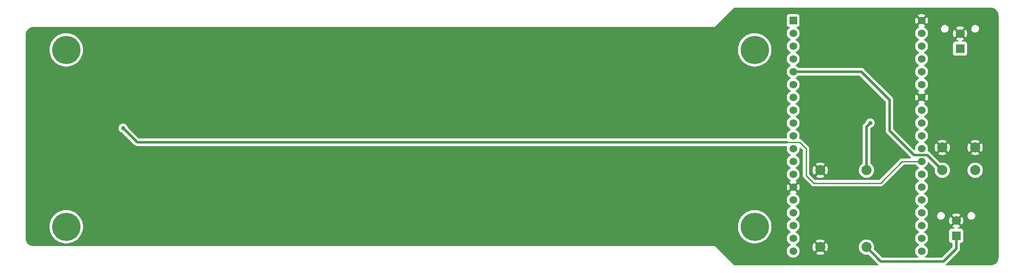
<source format=gbl>
%TF.GenerationSoftware,KiCad,Pcbnew,(7.0.0)*%
%TF.CreationDate,2023-08-23T12:35:54+05:30*%
%TF.ProjectId,X1A51B8-v1,58314135-3142-4382-9d76-312e6b696361,rev?*%
%TF.SameCoordinates,Original*%
%TF.FileFunction,Copper,L2,Bot*%
%TF.FilePolarity,Positive*%
%FSLAX46Y46*%
G04 Gerber Fmt 4.6, Leading zero omitted, Abs format (unit mm)*
G04 Created by KiCad (PCBNEW (7.0.0)) date 2023-08-23 12:35:54*
%MOMM*%
%LPD*%
G01*
G04 APERTURE LIST*
%TA.AperFunction,ComponentPad*%
%ADD10C,5.600000*%
%TD*%
%TA.AperFunction,ComponentPad*%
%ADD11R,1.530000X1.530000*%
%TD*%
%TA.AperFunction,ComponentPad*%
%ADD12C,1.530000*%
%TD*%
%TA.AperFunction,ComponentPad*%
%ADD13C,2.000000*%
%TD*%
%TA.AperFunction,ComponentPad*%
%ADD14R,1.800000X1.800000*%
%TD*%
%TA.AperFunction,ComponentPad*%
%ADD15C,1.800000*%
%TD*%
%TA.AperFunction,ViaPad*%
%ADD16C,0.800000*%
%TD*%
%TA.AperFunction,Conductor*%
%ADD17C,0.500000*%
%TD*%
%TA.AperFunction,Conductor*%
%ADD18C,0.250000*%
%TD*%
G04 APERTURE END LIST*
D10*
%TO.P,REF\u002A\u002A,1*%
%TO.N,N/C*%
X83750000Y-113030000D03*
%TD*%
%TO.P,REF\u002A\u002A,1*%
%TO.N,N/C*%
X219964000Y-77978000D03*
%TD*%
D11*
%TO.P,U1,1,3V3*%
%TO.N,+3V3*%
X227583999Y-72145999D03*
D12*
%TO.P,U1,2,EN*%
%TO.N,unconnected-(U1-EN-Pad2)*%
X227584000Y-74686000D03*
%TO.P,U1,3,SENSOR_VP*%
%TO.N,unconnected-(U1-SENSOR_VP-Pad3)*%
X227584000Y-77226000D03*
%TO.P,U1,4,SENSOR_VN*%
%TO.N,unconnected-(U1-SENSOR_VN-Pad4)*%
X227584000Y-79766000D03*
%TO.P,U1,5,IO34*%
%TO.N,Net-(U1-IO34)*%
X227584000Y-82306000D03*
%TO.P,U1,6,IO35*%
%TO.N,unconnected-(U1-IO35-Pad6)*%
X227584000Y-84846000D03*
%TO.P,U1,7,IO32*%
%TO.N,unconnected-(U1-IO32-Pad7)*%
X227584000Y-87386000D03*
%TO.P,U1,8,IO33*%
%TO.N,unconnected-(U1-IO33-Pad8)*%
X227584000Y-89926000D03*
%TO.P,U1,9,IO25*%
%TO.N,unconnected-(U1-IO25-Pad9)*%
X227584000Y-92466000D03*
%TO.P,U1,10,IO26*%
%TO.N,unconnected-(U1-IO26-Pad10)*%
X227584000Y-95006000D03*
%TO.P,U1,11,IO27*%
%TO.N,unconnected-(U1-IO27-Pad11)*%
X227584000Y-97546000D03*
%TO.P,U1,12,IO14*%
%TO.N,unconnected-(U1-IO14-Pad12)*%
X227584000Y-100086000D03*
%TO.P,U1,13,IO12*%
%TO.N,unconnected-(U1-IO12-Pad13)*%
X227584000Y-102626000D03*
%TO.P,U1,14,GND1*%
%TO.N,GND*%
X227584000Y-105166000D03*
%TO.P,U1,15,IO13*%
%TO.N,unconnected-(U1-IO13-Pad15)*%
X227584000Y-107706000D03*
%TO.P,U1,16,SD2*%
%TO.N,unconnected-(U1-SD2-Pad16)*%
X227584000Y-110246000D03*
%TO.P,U1,17,SD3*%
%TO.N,unconnected-(U1-SD3-Pad17)*%
X227584000Y-112786000D03*
%TO.P,U1,18,CMD*%
%TO.N,unconnected-(U1-CMD-Pad18)*%
X227584000Y-115326000D03*
%TO.P,U1,19,EXT_5V*%
%TO.N,VCC*%
X227584000Y-117866000D03*
%TO.P,U1,20,CLK*%
%TO.N,unconnected-(U1-CLK-Pad20)*%
X252984000Y-117866000D03*
%TO.P,U1,21,SD0*%
%TO.N,unconnected-(U1-SD0-Pad21)*%
X252984000Y-115326000D03*
%TO.P,U1,22,SD1*%
%TO.N,unconnected-(U1-SD1-Pad22)*%
X252984000Y-112786000D03*
%TO.P,U1,23,IO15*%
%TO.N,unconnected-(U1-IO15-Pad23)*%
X252984000Y-110246000D03*
%TO.P,U1,24,IO2*%
%TO.N,unconnected-(U1-IO2-Pad24)*%
X252984000Y-107706000D03*
%TO.P,U1,25,IO0*%
%TO.N,unconnected-(U1-IO0-Pad25)*%
X252984000Y-105166000D03*
%TO.P,U1,26,IO4*%
%TO.N,unconnected-(U1-IO4-Pad26)*%
X252984000Y-102626000D03*
%TO.P,U1,27,IO16*%
%TO.N,DIN*%
X252984000Y-100086000D03*
%TO.P,U1,28,IO17*%
%TO.N,LED4_IN*%
X252984000Y-97546000D03*
%TO.P,U1,29,IO5*%
%TO.N,LED3_IN*%
X252984000Y-95006000D03*
%TO.P,U1,30,IO18*%
%TO.N,LED2_IN*%
X252984000Y-92466000D03*
%TO.P,U1,31,IO19*%
%TO.N,LED1_IN*%
X252984000Y-89926000D03*
%TO.P,U1,32,GND2*%
%TO.N,GND*%
X252984000Y-87386000D03*
%TO.P,U1,33,IO21*%
%TO.N,unconnected-(U1-IO21-Pad33)*%
X252984000Y-84846000D03*
%TO.P,U1,34,RXD0*%
%TO.N,unconnected-(U1-RXD0-Pad34)*%
X252984000Y-82306000D03*
%TO.P,U1,35,TXD0*%
%TO.N,unconnected-(U1-TXD0-Pad35)*%
X252984000Y-79766000D03*
%TO.P,U1,36,IO22*%
%TO.N,unconnected-(U1-IO22-Pad36)*%
X252984000Y-77226000D03*
%TO.P,U1,37,IO23*%
%TO.N,unconnected-(U1-IO23-Pad37)*%
X252984000Y-74686000D03*
%TO.P,U1,38,GND3*%
%TO.N,GND*%
X252984000Y-72146000D03*
%TD*%
D10*
%TO.P,REF\u002A\u002A,1*%
%TO.N,N/C*%
X219964000Y-113030000D03*
%TD*%
D13*
%TO.P,J3,1,Pin_1*%
%TO.N,GND*%
X232943400Y-117053200D03*
%TO.P,J3,2,Pin_2*%
%TO.N,V_BAT*%
X242087400Y-117053200D03*
%TO.P,J3,3,Pin_3*%
%TO.N,GND*%
X232943400Y-101813200D03*
%TO.P,J3,4,Pin_4*%
%TO.N,VCC*%
X242087400Y-101813200D03*
%TD*%
%TO.P,SW1,1,1*%
%TO.N,GND*%
X257100000Y-97318000D03*
X263600000Y-97318000D03*
%TO.P,SW1,2,2*%
%TO.N,Net-(U1-IO34)*%
X257100000Y-101818000D03*
X263600000Y-101818000D03*
%TD*%
D14*
%TO.P,J1,1,1*%
%TO.N,Net-(J1-Pad1)*%
X260603999Y-77733999D03*
D15*
%TO.P,J1,2,2*%
%TO.N,GND*%
X260604000Y-74734000D03*
%TD*%
D14*
%TO.P,J2,1,1*%
%TO.N,V_BAT*%
X259841999Y-114807999D03*
D15*
%TO.P,J2,2,2*%
%TO.N,GND*%
X259842000Y-111808000D03*
%TD*%
D10*
%TO.P,REF\u002A\u002A,1*%
%TO.N,N/C*%
X83750000Y-77978000D03*
%TD*%
D16*
%TO.N,VCC*%
X242824000Y-92456000D03*
%TO.N,GND*%
X76962000Y-97282000D03*
X183642000Y-93218000D03*
X137414000Y-93218000D03*
X131826000Y-93218000D03*
X197358000Y-97536000D03*
X194564000Y-97536000D03*
X134112000Y-97790000D03*
X99568000Y-93472000D03*
X113538000Y-93472000D03*
X172466000Y-93218000D03*
X116332000Y-93472000D03*
X192278000Y-93218000D03*
X143002000Y-93218000D03*
X139700000Y-97790000D03*
X145796000Y-93218000D03*
X76962000Y-94488000D03*
X259334000Y-91440000D03*
X151384000Y-93218000D03*
X110744000Y-93472000D03*
X189484000Y-93218000D03*
X178054000Y-93218000D03*
X195072000Y-93218000D03*
X180848000Y-93218000D03*
X186436000Y-93218000D03*
X136906000Y-97790000D03*
X154178000Y-93218000D03*
X200152000Y-97536000D03*
X107950000Y-93472000D03*
X102362000Y-93472000D03*
X76962000Y-91694000D03*
X260350000Y-91440000D03*
X134620000Y-93218000D03*
X258318000Y-91440000D03*
X175260000Y-93218000D03*
X105156000Y-93472000D03*
X148590000Y-93218000D03*
X140208000Y-93218000D03*
%TO.N,DIN*%
X94996000Y-93472000D03*
%TD*%
D17*
%TO.N,VCC*%
X242824000Y-92456000D02*
X242087400Y-93192600D01*
X242087400Y-93192600D02*
X242087400Y-101813200D01*
%TO.N,DIN*%
X97790000Y-96266000D02*
X94996000Y-93472000D01*
D18*
X252984000Y-100086000D02*
X249164000Y-100086000D01*
X244856000Y-104394000D02*
X231648000Y-104394000D01*
X230124000Y-97536000D02*
X228854000Y-96266000D01*
X230124000Y-102870000D02*
X230124000Y-97536000D01*
D17*
X226314000Y-96266000D02*
X97790000Y-96266000D01*
D18*
X228854000Y-96266000D02*
X226314000Y-96266000D01*
X231648000Y-104394000D02*
X230124000Y-102870000D01*
X249164000Y-100086000D02*
X244856000Y-104394000D01*
D17*
%TO.N,V_BAT*%
X242087400Y-117053200D02*
X244922200Y-119888000D01*
X257302000Y-119888000D02*
X259842000Y-117348000D01*
X259842000Y-117348000D02*
X259842000Y-114808000D01*
X244922200Y-119888000D02*
X257302000Y-119888000D01*
%TO.N,Net-(U1-IO34)*%
X257100000Y-101818000D02*
X254088000Y-98806000D01*
X251460000Y-98806000D02*
X246634000Y-93980000D01*
X241056000Y-82306000D02*
X227584000Y-82306000D01*
X246634000Y-87884000D02*
X241056000Y-82306000D01*
X246634000Y-93980000D02*
X246634000Y-87884000D01*
X254088000Y-98806000D02*
X251460000Y-98806000D01*
%TD*%
%TA.AperFunction,Conductor*%
%TO.N,GND*%
G36*
X266704418Y-69596816D02*
G01*
X266769218Y-69601450D01*
X266769981Y-69601507D01*
X266916038Y-69613002D01*
X266932662Y-69615454D01*
X266955098Y-69620334D01*
X267023207Y-69635150D01*
X267025671Y-69635713D01*
X267139661Y-69663080D01*
X267154046Y-69667472D01*
X267191978Y-69681619D01*
X267246108Y-69701809D01*
X267250192Y-69703416D01*
X267298120Y-69723268D01*
X267353239Y-69746100D01*
X267365211Y-69751828D01*
X267408160Y-69775279D01*
X267453364Y-69799962D01*
X267458681Y-69803040D01*
X267552006Y-69860230D01*
X267561492Y-69866666D01*
X267642673Y-69927438D01*
X267648850Y-69932380D01*
X267731454Y-70002930D01*
X267738603Y-70009539D01*
X267810459Y-70081395D01*
X267817068Y-70088544D01*
X267887607Y-70171134D01*
X267892567Y-70177334D01*
X267953326Y-70258498D01*
X267959776Y-70268004D01*
X268016943Y-70361292D01*
X268020049Y-70366657D01*
X268068170Y-70454787D01*
X268073898Y-70466759D01*
X268116575Y-70569789D01*
X268118196Y-70573909D01*
X268152526Y-70665952D01*
X268156918Y-70680337D01*
X268184266Y-70794246D01*
X268184858Y-70796837D01*
X268204544Y-70887336D01*
X268206996Y-70903964D01*
X268218486Y-71049953D01*
X268218552Y-71050834D01*
X268223184Y-71115583D01*
X268223500Y-71124431D01*
X268223500Y-119121569D01*
X268223184Y-119130417D01*
X268218552Y-119195164D01*
X268218486Y-119196045D01*
X268206996Y-119342034D01*
X268204544Y-119358662D01*
X268184858Y-119449161D01*
X268184266Y-119451752D01*
X268156918Y-119565661D01*
X268152526Y-119580046D01*
X268118196Y-119672089D01*
X268116575Y-119676209D01*
X268073898Y-119779239D01*
X268068170Y-119791211D01*
X268020049Y-119879341D01*
X268016943Y-119884706D01*
X267959776Y-119977994D01*
X267953316Y-119987515D01*
X267892584Y-120068643D01*
X267887607Y-120074864D01*
X267817068Y-120157454D01*
X267810459Y-120164603D01*
X267738603Y-120236459D01*
X267731454Y-120243068D01*
X267648864Y-120313607D01*
X267642643Y-120318584D01*
X267561515Y-120379316D01*
X267551994Y-120385776D01*
X267458706Y-120442943D01*
X267453341Y-120446049D01*
X267365211Y-120494170D01*
X267353239Y-120499898D01*
X267250209Y-120542575D01*
X267246089Y-120544196D01*
X267154046Y-120578526D01*
X267139661Y-120582918D01*
X267025752Y-120610266D01*
X267023161Y-120610858D01*
X266932662Y-120630544D01*
X266916034Y-120632996D01*
X266770045Y-120644486D01*
X266769164Y-120644552D01*
X266704417Y-120649184D01*
X266695569Y-120649500D01*
X257902819Y-120649500D01*
X257847168Y-120636311D01*
X257803356Y-120599548D01*
X257780703Y-120547034D01*
X257784028Y-120489938D01*
X257812623Y-120440408D01*
X257839186Y-120412252D01*
X257841631Y-120409735D01*
X260327638Y-117923727D01*
X260341262Y-117911953D01*
X260360530Y-117897610D01*
X260392372Y-117859661D01*
X260399686Y-117851681D01*
X260400267Y-117851099D01*
X260403590Y-117847777D01*
X260422832Y-117823438D01*
X260425054Y-117820711D01*
X260473302Y-117763214D01*
X260476544Y-117756755D01*
X260478437Y-117753878D01*
X260478643Y-117753592D01*
X260478832Y-117753254D01*
X260480623Y-117750350D01*
X260485110Y-117744677D01*
X260516832Y-117676647D01*
X260518335Y-117673543D01*
X260552040Y-117606433D01*
X260553706Y-117599398D01*
X260554881Y-117596172D01*
X260555020Y-117595836D01*
X260555118Y-117595491D01*
X260556200Y-117592224D01*
X260559256Y-117585673D01*
X260574434Y-117512157D01*
X260575186Y-117508768D01*
X260592500Y-117435721D01*
X260592500Y-117428490D01*
X260592902Y-117425051D01*
X260592956Y-117424714D01*
X260592972Y-117424360D01*
X260593271Y-117420933D01*
X260594733Y-117413856D01*
X260592552Y-117338889D01*
X260592500Y-117335283D01*
X260592500Y-116332499D01*
X260609113Y-116270499D01*
X260654500Y-116225112D01*
X260716500Y-116208499D01*
X260786561Y-116208499D01*
X260789872Y-116208499D01*
X260849483Y-116202091D01*
X260984331Y-116151796D01*
X261099546Y-116065546D01*
X261185796Y-115950331D01*
X261236091Y-115815483D01*
X261242500Y-115755873D01*
X261242499Y-113860128D01*
X261236091Y-113800517D01*
X261185796Y-113665669D01*
X261099546Y-113550454D01*
X260984331Y-113464204D01*
X260849483Y-113413909D01*
X260841770Y-113413079D01*
X260841767Y-113413079D01*
X260793180Y-113407855D01*
X260793169Y-113407854D01*
X260789873Y-113407500D01*
X260786551Y-113407500D01*
X260237586Y-113407500D01*
X260171490Y-113388416D01*
X260125739Y-113337037D01*
X260114416Y-113269180D01*
X260141005Y-113205730D01*
X260197323Y-113166219D01*
X260401453Y-113096141D01*
X260410805Y-113092039D01*
X260605845Y-112986488D01*
X260614397Y-112980901D01*
X260626888Y-112971179D01*
X260634992Y-112959992D01*
X260628331Y-112947884D01*
X259853542Y-112173095D01*
X259842000Y-112166431D01*
X259830457Y-112173095D01*
X259055666Y-112947885D01*
X259049006Y-112959991D01*
X259057113Y-112971181D01*
X259069602Y-112980901D01*
X259078151Y-112986487D01*
X259273194Y-113092039D01*
X259282550Y-113096142D01*
X259486677Y-113166219D01*
X259542996Y-113205730D01*
X259569585Y-113269180D01*
X259558262Y-113337037D01*
X259512511Y-113388416D01*
X259446415Y-113407500D01*
X258897439Y-113407500D01*
X258897420Y-113407500D01*
X258894128Y-113407501D01*
X258890850Y-113407853D01*
X258890838Y-113407854D01*
X258842231Y-113413079D01*
X258842225Y-113413080D01*
X258834517Y-113413909D01*
X258827252Y-113416618D01*
X258827246Y-113416620D01*
X258707980Y-113461104D01*
X258707978Y-113461104D01*
X258699669Y-113464204D01*
X258692572Y-113469516D01*
X258692568Y-113469519D01*
X258591550Y-113545141D01*
X258591546Y-113545144D01*
X258584454Y-113550454D01*
X258579144Y-113557546D01*
X258579141Y-113557550D01*
X258503519Y-113658568D01*
X258503516Y-113658572D01*
X258498204Y-113665669D01*
X258495104Y-113673978D01*
X258495104Y-113673980D01*
X258450620Y-113793247D01*
X258450619Y-113793250D01*
X258447909Y-113800517D01*
X258447079Y-113808227D01*
X258447079Y-113808232D01*
X258441855Y-113856819D01*
X258441854Y-113856831D01*
X258441500Y-113860127D01*
X258441500Y-113863448D01*
X258441500Y-113863449D01*
X258441500Y-115752560D01*
X258441500Y-115752578D01*
X258441501Y-115755872D01*
X258441853Y-115759150D01*
X258441854Y-115759161D01*
X258447079Y-115807768D01*
X258447080Y-115807773D01*
X258447909Y-115815483D01*
X258450619Y-115822749D01*
X258450620Y-115822753D01*
X258484217Y-115912831D01*
X258498204Y-115950331D01*
X258503518Y-115957430D01*
X258503519Y-115957431D01*
X258512358Y-115969239D01*
X258584454Y-116065546D01*
X258699669Y-116151796D01*
X258834517Y-116202091D01*
X258894127Y-116208500D01*
X258967500Y-116208500D01*
X259029500Y-116225113D01*
X259074887Y-116270500D01*
X259091500Y-116332500D01*
X259091500Y-116985771D01*
X259082061Y-117033224D01*
X259055181Y-117073452D01*
X257027451Y-119101181D01*
X256987223Y-119128061D01*
X256939770Y-119137500D01*
X253767720Y-119137500D01*
X253707604Y-119121953D01*
X253662562Y-119079210D01*
X253643890Y-119019990D01*
X253656270Y-118959142D01*
X253696596Y-118911925D01*
X253800555Y-118839132D01*
X253957132Y-118682555D01*
X254084142Y-118501167D01*
X254177723Y-118300480D01*
X254235035Y-118086591D01*
X254254334Y-117866000D01*
X254235035Y-117645409D01*
X254221659Y-117595491D01*
X254179122Y-117436741D01*
X254179121Y-117436740D01*
X254177723Y-117431520D01*
X254084142Y-117230833D01*
X253967843Y-117064742D01*
X253960237Y-117053879D01*
X253960235Y-117053877D01*
X253957132Y-117049445D01*
X253800555Y-116892868D01*
X253796124Y-116889765D01*
X253796120Y-116889762D01*
X253636205Y-116777788D01*
X253619167Y-116765858D01*
X253495907Y-116708381D01*
X253443732Y-116662625D01*
X253424312Y-116596000D01*
X253443732Y-116529375D01*
X253495908Y-116483618D01*
X253530722Y-116467384D01*
X253619167Y-116426142D01*
X253800555Y-116299132D01*
X253957132Y-116142555D01*
X254084142Y-115961167D01*
X254177723Y-115760480D01*
X254235035Y-115546591D01*
X254254334Y-115326000D01*
X254235035Y-115105409D01*
X254177723Y-114891520D01*
X254084142Y-114690833D01*
X253957132Y-114509445D01*
X253800555Y-114352868D01*
X253796124Y-114349765D01*
X253796120Y-114349762D01*
X253623604Y-114228965D01*
X253623605Y-114228965D01*
X253619167Y-114225858D01*
X253610470Y-114221802D01*
X253495907Y-114168381D01*
X253443731Y-114122624D01*
X253424312Y-114055998D01*
X253443732Y-113989373D01*
X253495905Y-113943619D01*
X253619167Y-113886142D01*
X253800555Y-113759132D01*
X253957132Y-113602555D01*
X254084142Y-113421167D01*
X254177723Y-113220480D01*
X254235035Y-113006591D01*
X254254334Y-112786000D01*
X254235035Y-112565409D01*
X254212391Y-112480903D01*
X254179122Y-112356741D01*
X254179121Y-112356740D01*
X254177723Y-112351520D01*
X254084142Y-112150833D01*
X253963016Y-111977848D01*
X253960237Y-111973879D01*
X253960235Y-111973877D01*
X253957132Y-111969445D01*
X253800804Y-111813117D01*
X258437626Y-111813117D01*
X258455937Y-112034102D01*
X258457621Y-112044196D01*
X258512059Y-112259166D01*
X258515378Y-112268833D01*
X258604456Y-112471913D01*
X258609322Y-112480903D01*
X258683245Y-112594051D01*
X258691212Y-112601776D01*
X258700592Y-112595853D01*
X259476904Y-111819542D01*
X259483568Y-111808000D01*
X260200431Y-111808000D01*
X260207095Y-111819542D01*
X260983405Y-112595852D01*
X260992786Y-112601776D01*
X261000754Y-112594051D01*
X261074675Y-112480906D01*
X261079543Y-112471911D01*
X261168621Y-112268833D01*
X261171940Y-112259166D01*
X261226378Y-112044196D01*
X261228062Y-112034102D01*
X261246374Y-111813117D01*
X261246374Y-111802883D01*
X261228062Y-111581897D01*
X261226378Y-111571803D01*
X261171940Y-111356833D01*
X261168621Y-111347166D01*
X261079543Y-111144086D01*
X261074678Y-111135096D01*
X261000753Y-111021947D01*
X260992786Y-111014222D01*
X260983405Y-111020146D01*
X260207095Y-111796457D01*
X260200431Y-111808000D01*
X259483568Y-111808000D01*
X259476904Y-111796457D01*
X258700592Y-111020145D01*
X258691212Y-111014222D01*
X258683245Y-111021946D01*
X258609322Y-111135096D01*
X258604456Y-111144086D01*
X258515378Y-111347166D01*
X258512059Y-111356833D01*
X258457621Y-111571803D01*
X258455937Y-111581897D01*
X258437626Y-111802883D01*
X258437626Y-111813117D01*
X253800804Y-111813117D01*
X253800555Y-111812868D01*
X253796124Y-111809765D01*
X253796120Y-111809762D01*
X253623604Y-111688965D01*
X253623605Y-111688965D01*
X253619167Y-111685858D01*
X253495907Y-111628381D01*
X253443732Y-111582625D01*
X253424312Y-111516000D01*
X253443732Y-111449375D01*
X253495908Y-111403618D01*
X253619167Y-111346142D01*
X253800555Y-111219132D01*
X253957132Y-111062555D01*
X254062188Y-110912520D01*
X256077618Y-110912520D01*
X256078871Y-110919631D01*
X256078872Y-110919632D01*
X256107234Y-111080486D01*
X256107235Y-111080492D01*
X256108489Y-111087599D01*
X256111346Y-111094224D01*
X256111348Y-111094228D01*
X256176042Y-111244204D01*
X256178904Y-111250838D01*
X256183217Y-111256631D01*
X256183218Y-111256633D01*
X256250618Y-111347166D01*
X256285067Y-111393439D01*
X256290598Y-111398080D01*
X256415720Y-111503071D01*
X256415723Y-111503073D01*
X256421254Y-111507714D01*
X256580123Y-111587501D01*
X256753110Y-111628500D01*
X256882694Y-111628500D01*
X256886292Y-111628500D01*
X257018577Y-111613038D01*
X257185635Y-111552234D01*
X257334168Y-111454543D01*
X257456167Y-111325231D01*
X257545057Y-111171269D01*
X257596045Y-111000958D01*
X257606382Y-110823480D01*
X257576852Y-110656006D01*
X259049007Y-110656006D01*
X259055667Y-110668114D01*
X259830457Y-111442904D01*
X259842000Y-111449568D01*
X259853542Y-111442904D01*
X260383925Y-110912520D01*
X262077618Y-110912520D01*
X262078871Y-110919631D01*
X262078872Y-110919632D01*
X262107234Y-111080486D01*
X262107235Y-111080492D01*
X262108489Y-111087599D01*
X262111346Y-111094224D01*
X262111348Y-111094228D01*
X262176042Y-111244204D01*
X262178904Y-111250838D01*
X262183217Y-111256631D01*
X262183218Y-111256633D01*
X262250618Y-111347166D01*
X262285067Y-111393439D01*
X262290598Y-111398080D01*
X262415720Y-111503071D01*
X262415723Y-111503073D01*
X262421254Y-111507714D01*
X262580123Y-111587501D01*
X262753110Y-111628500D01*
X262882694Y-111628500D01*
X262886292Y-111628500D01*
X263018577Y-111613038D01*
X263185635Y-111552234D01*
X263334168Y-111454543D01*
X263456167Y-111325231D01*
X263545057Y-111171269D01*
X263596045Y-111000958D01*
X263606382Y-110823480D01*
X263575511Y-110648401D01*
X263505096Y-110485162D01*
X263398933Y-110342561D01*
X263339235Y-110292468D01*
X263268279Y-110232928D01*
X263268274Y-110232925D01*
X263262746Y-110228286D01*
X263256294Y-110225045D01*
X263256290Y-110225043D01*
X263110330Y-110151740D01*
X263110331Y-110151740D01*
X263103877Y-110148499D01*
X263096857Y-110146835D01*
X263096854Y-110146834D01*
X262937915Y-110109165D01*
X262930890Y-110107500D01*
X262797708Y-110107500D01*
X262794143Y-110107916D01*
X262794137Y-110107917D01*
X262672593Y-110122123D01*
X262672585Y-110122124D01*
X262665423Y-110122962D01*
X262658645Y-110125428D01*
X262658636Y-110125431D01*
X262505147Y-110181297D01*
X262505142Y-110181299D01*
X262498365Y-110183766D01*
X262492341Y-110187727D01*
X262492335Y-110187731D01*
X262355862Y-110277490D01*
X262355856Y-110277494D01*
X262349832Y-110281457D01*
X262344882Y-110286703D01*
X262344878Y-110286707D01*
X262232785Y-110405519D01*
X262232780Y-110405524D01*
X262227833Y-110410769D01*
X262224224Y-110417018D01*
X262224223Y-110417021D01*
X262142554Y-110558475D01*
X262142551Y-110558481D01*
X262138943Y-110564731D01*
X262136872Y-110571646D01*
X262136872Y-110571648D01*
X262090026Y-110728121D01*
X262090024Y-110728129D01*
X262087955Y-110735042D01*
X262087535Y-110742248D01*
X262087534Y-110742256D01*
X262078037Y-110905310D01*
X262078037Y-110905318D01*
X262077618Y-110912520D01*
X260383925Y-110912520D01*
X260628332Y-110668113D01*
X260634992Y-110656007D01*
X260626886Y-110644818D01*
X260614394Y-110635096D01*
X260605847Y-110629512D01*
X260410805Y-110523960D01*
X260401452Y-110519858D01*
X260191709Y-110447853D01*
X260181800Y-110445344D01*
X259963070Y-110408844D01*
X259952873Y-110408000D01*
X259731127Y-110408000D01*
X259720929Y-110408844D01*
X259502199Y-110445344D01*
X259492290Y-110447853D01*
X259282547Y-110519858D01*
X259273194Y-110523960D01*
X259078156Y-110629510D01*
X259069600Y-110635100D01*
X259057112Y-110644818D01*
X259049007Y-110656006D01*
X257576852Y-110656006D01*
X257575511Y-110648401D01*
X257505096Y-110485162D01*
X257398933Y-110342561D01*
X257339235Y-110292468D01*
X257268279Y-110232928D01*
X257268274Y-110232925D01*
X257262746Y-110228286D01*
X257256294Y-110225045D01*
X257256290Y-110225043D01*
X257110330Y-110151740D01*
X257110331Y-110151740D01*
X257103877Y-110148499D01*
X257096857Y-110146835D01*
X257096854Y-110146834D01*
X256937915Y-110109165D01*
X256930890Y-110107500D01*
X256797708Y-110107500D01*
X256794143Y-110107916D01*
X256794137Y-110107917D01*
X256672593Y-110122123D01*
X256672585Y-110122124D01*
X256665423Y-110122962D01*
X256658645Y-110125428D01*
X256658636Y-110125431D01*
X256505147Y-110181297D01*
X256505142Y-110181299D01*
X256498365Y-110183766D01*
X256492341Y-110187727D01*
X256492335Y-110187731D01*
X256355862Y-110277490D01*
X256355856Y-110277494D01*
X256349832Y-110281457D01*
X256344882Y-110286703D01*
X256344878Y-110286707D01*
X256232785Y-110405519D01*
X256232780Y-110405524D01*
X256227833Y-110410769D01*
X256224224Y-110417018D01*
X256224223Y-110417021D01*
X256142554Y-110558475D01*
X256142551Y-110558481D01*
X256138943Y-110564731D01*
X256136872Y-110571646D01*
X256136872Y-110571648D01*
X256090026Y-110728121D01*
X256090024Y-110728129D01*
X256087955Y-110735042D01*
X256087535Y-110742248D01*
X256087534Y-110742256D01*
X256078037Y-110905310D01*
X256078037Y-110905318D01*
X256077618Y-110912520D01*
X254062188Y-110912520D01*
X254084142Y-110881167D01*
X254177723Y-110680480D01*
X254235035Y-110466591D01*
X254254334Y-110246000D01*
X254235035Y-110025409D01*
X254217062Y-109958335D01*
X254179122Y-109816741D01*
X254179121Y-109816740D01*
X254177723Y-109811520D01*
X254084142Y-109610833D01*
X253957132Y-109429445D01*
X253800555Y-109272868D01*
X253796124Y-109269765D01*
X253796120Y-109269762D01*
X253623604Y-109148965D01*
X253623605Y-109148965D01*
X253619167Y-109145858D01*
X253610470Y-109141802D01*
X253495907Y-109088381D01*
X253443731Y-109042624D01*
X253424312Y-108975998D01*
X253443732Y-108909373D01*
X253495905Y-108863619D01*
X253619167Y-108806142D01*
X253800555Y-108679132D01*
X253957132Y-108522555D01*
X254084142Y-108341167D01*
X254177723Y-108140480D01*
X254235035Y-107926591D01*
X254254334Y-107706000D01*
X254235035Y-107485409D01*
X254177723Y-107271520D01*
X254084142Y-107070833D01*
X253957132Y-106889445D01*
X253800555Y-106732868D01*
X253796124Y-106729765D01*
X253796120Y-106729762D01*
X253623604Y-106608965D01*
X253623605Y-106608965D01*
X253619167Y-106605858D01*
X253495907Y-106548381D01*
X253443732Y-106502625D01*
X253424312Y-106436000D01*
X253443732Y-106369375D01*
X253495908Y-106323618D01*
X253496500Y-106323342D01*
X253619167Y-106266142D01*
X253800555Y-106139132D01*
X253957132Y-105982555D01*
X254084142Y-105801167D01*
X254177723Y-105600480D01*
X254235035Y-105386591D01*
X254254334Y-105166000D01*
X254235035Y-104945409D01*
X254222525Y-104898723D01*
X254179122Y-104736741D01*
X254179121Y-104736740D01*
X254177723Y-104731520D01*
X254084142Y-104530833D01*
X253957132Y-104349445D01*
X253800555Y-104192868D01*
X253796124Y-104189765D01*
X253796120Y-104189762D01*
X253623604Y-104068965D01*
X253623605Y-104068965D01*
X253619167Y-104065858D01*
X253610470Y-104061802D01*
X253495907Y-104008381D01*
X253443731Y-103962624D01*
X253424312Y-103895998D01*
X253443732Y-103829373D01*
X253495905Y-103783619D01*
X253619167Y-103726142D01*
X253800555Y-103599132D01*
X253957132Y-103442555D01*
X254084142Y-103261167D01*
X254177723Y-103060480D01*
X254235035Y-102846591D01*
X254254334Y-102626000D01*
X254235035Y-102405409D01*
X254177723Y-102191520D01*
X254084142Y-101990833D01*
X253967843Y-101824742D01*
X253960237Y-101813879D01*
X253960235Y-101813877D01*
X253957132Y-101809445D01*
X253800555Y-101652868D01*
X253796124Y-101649765D01*
X253796120Y-101649762D01*
X253623604Y-101528965D01*
X253623605Y-101528965D01*
X253619167Y-101525858D01*
X253495907Y-101468381D01*
X253443732Y-101422625D01*
X253424312Y-101356000D01*
X253443732Y-101289375D01*
X253495908Y-101243618D01*
X253619167Y-101186142D01*
X253800555Y-101059132D01*
X253957132Y-100902555D01*
X254084142Y-100721167D01*
X254177723Y-100520480D01*
X254235035Y-100306591D01*
X254235507Y-100301191D01*
X254236446Y-100295868D01*
X254237964Y-100296135D01*
X254260513Y-100238142D01*
X254316478Y-100197103D01*
X254385729Y-100192562D01*
X254446574Y-100225942D01*
X255600618Y-101379985D01*
X255632488Y-101434748D01*
X255633143Y-101498106D01*
X255616151Y-101565203D01*
X255616148Y-101565215D01*
X255614892Y-101570179D01*
X255614468Y-101575288D01*
X255614467Y-101575298D01*
X255595711Y-101801657D01*
X255594357Y-101818000D01*
X255594781Y-101823117D01*
X255614467Y-102060701D01*
X255614468Y-102060709D01*
X255614892Y-102065821D01*
X255616149Y-102070788D01*
X255616151Y-102070795D01*
X255674678Y-102301910D01*
X255675937Y-102306881D01*
X255677997Y-102311577D01*
X255773766Y-102529910D01*
X255773769Y-102529916D01*
X255775827Y-102534607D01*
X255778627Y-102538893D01*
X255778631Y-102538900D01*
X255905892Y-102733687D01*
X255911836Y-102742785D01*
X255915310Y-102746559D01*
X255915311Y-102746560D01*
X256076784Y-102921967D01*
X256076787Y-102921970D01*
X256080256Y-102925738D01*
X256276491Y-103078474D01*
X256281002Y-103080915D01*
X256481813Y-103189589D01*
X256495190Y-103196828D01*
X256730386Y-103277571D01*
X256975665Y-103318500D01*
X257219201Y-103318500D01*
X257224335Y-103318500D01*
X257469614Y-103277571D01*
X257704810Y-103196828D01*
X257923509Y-103078474D01*
X258119744Y-102925738D01*
X258288164Y-102742785D01*
X258424173Y-102534607D01*
X258524063Y-102306881D01*
X258585108Y-102065821D01*
X258605643Y-101818000D01*
X262094357Y-101818000D01*
X262094781Y-101823117D01*
X262114467Y-102060701D01*
X262114468Y-102060709D01*
X262114892Y-102065821D01*
X262116149Y-102070788D01*
X262116151Y-102070795D01*
X262174678Y-102301910D01*
X262175937Y-102306881D01*
X262177997Y-102311577D01*
X262273766Y-102529910D01*
X262273769Y-102529916D01*
X262275827Y-102534607D01*
X262278627Y-102538893D01*
X262278631Y-102538900D01*
X262405892Y-102733687D01*
X262411836Y-102742785D01*
X262415310Y-102746559D01*
X262415311Y-102746560D01*
X262576784Y-102921967D01*
X262576787Y-102921970D01*
X262580256Y-102925738D01*
X262776491Y-103078474D01*
X262781002Y-103080915D01*
X262981813Y-103189589D01*
X262995190Y-103196828D01*
X263230386Y-103277571D01*
X263475665Y-103318500D01*
X263719201Y-103318500D01*
X263724335Y-103318500D01*
X263969614Y-103277571D01*
X264204810Y-103196828D01*
X264423509Y-103078474D01*
X264619744Y-102925738D01*
X264788164Y-102742785D01*
X264924173Y-102534607D01*
X265024063Y-102306881D01*
X265085108Y-102065821D01*
X265105643Y-101818000D01*
X265085108Y-101570179D01*
X265024063Y-101329119D01*
X264924173Y-101101393D01*
X264788164Y-100893215D01*
X264780269Y-100884639D01*
X264623215Y-100714032D01*
X264623211Y-100714029D01*
X264619744Y-100710262D01*
X264465166Y-100589949D01*
X264427559Y-100560678D01*
X264427557Y-100560676D01*
X264423509Y-100557526D01*
X264418997Y-100555084D01*
X264209316Y-100441610D01*
X264209310Y-100441607D01*
X264204810Y-100439172D01*
X264199969Y-100437510D01*
X264199962Y-100437507D01*
X263974465Y-100360094D01*
X263974461Y-100360093D01*
X263969614Y-100358429D01*
X263953751Y-100355782D01*
X263729398Y-100318344D01*
X263729387Y-100318343D01*
X263724335Y-100317500D01*
X263475665Y-100317500D01*
X263470613Y-100318343D01*
X263470601Y-100318344D01*
X263235443Y-100357585D01*
X263235441Y-100357585D01*
X263230386Y-100358429D01*
X263225541Y-100360092D01*
X263225534Y-100360094D01*
X263000037Y-100437507D01*
X263000026Y-100437511D01*
X262995190Y-100439172D01*
X262990693Y-100441605D01*
X262990683Y-100441610D01*
X262781002Y-100555084D01*
X262780995Y-100555088D01*
X262776491Y-100557526D01*
X262772448Y-100560672D01*
X262772440Y-100560678D01*
X262590471Y-100702311D01*
X262580256Y-100710262D01*
X262576793Y-100714023D01*
X262576784Y-100714032D01*
X262415311Y-100889439D01*
X262415305Y-100889446D01*
X262411836Y-100893215D01*
X262409031Y-100897506D01*
X262409028Y-100897512D01*
X262278631Y-101097099D01*
X262278624Y-101097111D01*
X262275827Y-101101393D01*
X262273772Y-101106077D01*
X262273766Y-101106089D01*
X262180031Y-101319785D01*
X262175937Y-101329119D01*
X262174679Y-101334084D01*
X262174678Y-101334089D01*
X262116151Y-101565204D01*
X262116149Y-101565213D01*
X262114892Y-101570179D01*
X262114468Y-101575288D01*
X262114467Y-101575298D01*
X262095711Y-101801657D01*
X262094357Y-101818000D01*
X258605643Y-101818000D01*
X258585108Y-101570179D01*
X258524063Y-101329119D01*
X258424173Y-101101393D01*
X258288164Y-100893215D01*
X258280269Y-100884639D01*
X258123215Y-100714032D01*
X258123211Y-100714029D01*
X258119744Y-100710262D01*
X257965166Y-100589949D01*
X257927559Y-100560678D01*
X257927557Y-100560676D01*
X257923509Y-100557526D01*
X257918997Y-100555084D01*
X257709316Y-100441610D01*
X257709310Y-100441607D01*
X257704810Y-100439172D01*
X257699969Y-100437510D01*
X257699962Y-100437507D01*
X257474465Y-100360094D01*
X257474461Y-100360093D01*
X257469614Y-100358429D01*
X257453751Y-100355782D01*
X257229398Y-100318344D01*
X257229387Y-100318343D01*
X257224335Y-100317500D01*
X256975665Y-100317500D01*
X256970613Y-100318343D01*
X256970601Y-100318344D01*
X256768841Y-100352011D01*
X256710601Y-100347790D01*
X256660751Y-100317383D01*
X254884616Y-98541248D01*
X256235749Y-98541248D01*
X256243855Y-98552439D01*
X256272717Y-98574903D01*
X256281279Y-98580496D01*
X256490885Y-98693929D01*
X256500239Y-98698032D01*
X256725656Y-98775417D01*
X256735568Y-98777928D01*
X256970643Y-98817155D01*
X256980839Y-98818000D01*
X257219161Y-98818000D01*
X257229356Y-98817155D01*
X257464431Y-98777928D01*
X257474343Y-98775417D01*
X257699760Y-98698032D01*
X257709114Y-98693929D01*
X257918723Y-98580495D01*
X257927281Y-98574903D01*
X257956146Y-98552437D01*
X257964250Y-98541250D01*
X257964249Y-98541248D01*
X262735749Y-98541248D01*
X262743855Y-98552439D01*
X262772717Y-98574903D01*
X262781279Y-98580496D01*
X262990885Y-98693929D01*
X263000239Y-98698032D01*
X263225656Y-98775417D01*
X263235568Y-98777928D01*
X263470643Y-98817155D01*
X263480839Y-98818000D01*
X263719161Y-98818000D01*
X263729356Y-98817155D01*
X263964431Y-98777928D01*
X263974343Y-98775417D01*
X264199760Y-98698032D01*
X264209114Y-98693929D01*
X264418723Y-98580495D01*
X264427281Y-98574903D01*
X264456146Y-98552437D01*
X264464250Y-98541250D01*
X264457589Y-98529142D01*
X263611542Y-97683095D01*
X263600000Y-97676431D01*
X263588457Y-97683095D01*
X262742408Y-98529143D01*
X262735749Y-98541248D01*
X257964249Y-98541248D01*
X257957589Y-98529142D01*
X257111542Y-97683095D01*
X257100000Y-97676431D01*
X257088457Y-97683095D01*
X256242408Y-98529143D01*
X256235749Y-98541248D01*
X254884616Y-98541248D01*
X254663729Y-98320361D01*
X254651947Y-98306727D01*
X254641925Y-98293265D01*
X254641921Y-98293261D01*
X254637610Y-98287470D01*
X254599667Y-98255631D01*
X254591691Y-98248323D01*
X254590329Y-98246961D01*
X254587777Y-98244409D01*
X254584953Y-98242176D01*
X254584944Y-98242168D01*
X254563445Y-98225170D01*
X254560674Y-98222913D01*
X254503214Y-98174698D01*
X254496760Y-98171456D01*
X254493859Y-98169548D01*
X254493588Y-98169352D01*
X254493292Y-98169187D01*
X254490339Y-98167366D01*
X254484677Y-98162889D01*
X254478134Y-98159838D01*
X254478131Y-98159836D01*
X254416692Y-98131186D01*
X254413446Y-98129615D01*
X254352884Y-98099200D01*
X254352885Y-98099200D01*
X254346433Y-98095960D01*
X254339409Y-98094295D01*
X254336151Y-98093109D01*
X254335832Y-98092977D01*
X254335504Y-98092884D01*
X254332218Y-98091795D01*
X254325673Y-98088743D01*
X254318604Y-98087283D01*
X254318600Y-98087282D01*
X254286708Y-98080697D01*
X254227567Y-98050274D01*
X254192653Y-97993668D01*
X254192008Y-97927168D01*
X254235035Y-97766591D01*
X254254334Y-97546000D01*
X254235035Y-97325409D01*
X254234421Y-97323117D01*
X255595283Y-97323117D01*
X255614962Y-97560618D01*
X255616646Y-97570712D01*
X255675153Y-97801747D01*
X255678472Y-97811414D01*
X255774208Y-98029673D01*
X255779070Y-98038656D01*
X255868999Y-98176304D01*
X255876963Y-98184024D01*
X255886345Y-98178100D01*
X256734904Y-97329542D01*
X256741568Y-97318000D01*
X257458431Y-97318000D01*
X257465095Y-97329542D01*
X258313653Y-98178100D01*
X258323034Y-98184024D01*
X258331002Y-98176299D01*
X258420924Y-98038664D01*
X258425792Y-98029669D01*
X258521527Y-97811414D01*
X258524846Y-97801747D01*
X258583353Y-97570712D01*
X258585037Y-97560618D01*
X258604717Y-97323117D01*
X262095283Y-97323117D01*
X262114962Y-97560618D01*
X262116646Y-97570712D01*
X262175153Y-97801747D01*
X262178472Y-97811414D01*
X262274208Y-98029673D01*
X262279070Y-98038656D01*
X262368999Y-98176304D01*
X262376963Y-98184024D01*
X262386345Y-98178100D01*
X263234904Y-97329542D01*
X263241568Y-97318000D01*
X263958431Y-97318000D01*
X263965095Y-97329542D01*
X264813653Y-98178100D01*
X264823034Y-98184024D01*
X264831002Y-98176299D01*
X264920924Y-98038664D01*
X264925792Y-98029669D01*
X265021527Y-97811414D01*
X265024846Y-97801747D01*
X265083353Y-97570712D01*
X265085037Y-97560618D01*
X265104717Y-97323117D01*
X265104717Y-97312883D01*
X265085037Y-97075381D01*
X265083353Y-97065287D01*
X265024846Y-96834252D01*
X265021527Y-96824585D01*
X264925792Y-96606330D01*
X264920924Y-96597335D01*
X264831002Y-96459699D01*
X264823034Y-96451974D01*
X264813653Y-96457898D01*
X263965095Y-97306457D01*
X263958431Y-97318000D01*
X263241568Y-97318000D01*
X263234904Y-97306457D01*
X262386345Y-96457898D01*
X262376964Y-96451974D01*
X262368997Y-96459699D01*
X262279072Y-96597338D01*
X262274207Y-96606328D01*
X262178472Y-96824585D01*
X262175153Y-96834252D01*
X262116646Y-97065287D01*
X262114962Y-97075381D01*
X262095283Y-97312883D01*
X262095283Y-97323117D01*
X258604717Y-97323117D01*
X258604717Y-97312883D01*
X258585037Y-97075381D01*
X258583353Y-97065287D01*
X258524846Y-96834252D01*
X258521527Y-96824585D01*
X258425792Y-96606330D01*
X258420924Y-96597335D01*
X258331002Y-96459699D01*
X258323034Y-96451974D01*
X258313653Y-96457898D01*
X257465095Y-97306457D01*
X257458431Y-97318000D01*
X256741568Y-97318000D01*
X256734904Y-97306457D01*
X255886345Y-96457898D01*
X255876964Y-96451974D01*
X255868997Y-96459699D01*
X255779072Y-96597338D01*
X255774207Y-96606328D01*
X255678472Y-96824585D01*
X255675153Y-96834252D01*
X255616646Y-97065287D01*
X255614962Y-97075381D01*
X255595283Y-97312883D01*
X255595283Y-97323117D01*
X254234421Y-97323117D01*
X254233560Y-97319906D01*
X254179122Y-97116741D01*
X254179121Y-97116740D01*
X254177723Y-97111520D01*
X254084142Y-96910833D01*
X253957132Y-96729445D01*
X253800555Y-96572868D01*
X253796124Y-96569765D01*
X253796120Y-96569762D01*
X253636362Y-96457898D01*
X253619167Y-96445858D01*
X253495907Y-96388381D01*
X253443732Y-96342625D01*
X253424312Y-96276000D01*
X253443732Y-96209375D01*
X253495908Y-96163618D01*
X253619167Y-96106142D01*
X253635438Y-96094749D01*
X256235748Y-96094749D01*
X256242408Y-96106855D01*
X257088457Y-96952904D01*
X257100000Y-96959568D01*
X257111542Y-96952904D01*
X257957590Y-96106855D01*
X257964250Y-96094749D01*
X262735748Y-96094749D01*
X262742408Y-96106855D01*
X263588457Y-96952904D01*
X263600000Y-96959568D01*
X263611542Y-96952904D01*
X264457590Y-96106855D01*
X264464250Y-96094749D01*
X264456143Y-96083559D01*
X264427286Y-96061099D01*
X264418719Y-96055503D01*
X264209114Y-95942070D01*
X264199760Y-95937967D01*
X263974343Y-95860582D01*
X263964431Y-95858071D01*
X263729356Y-95818844D01*
X263719161Y-95818000D01*
X263480839Y-95818000D01*
X263470643Y-95818844D01*
X263235568Y-95858071D01*
X263225656Y-95860582D01*
X263000239Y-95937967D01*
X262990885Y-95942070D01*
X262781276Y-96055504D01*
X262772717Y-96061096D01*
X262743854Y-96083560D01*
X262735748Y-96094749D01*
X257964250Y-96094749D01*
X257956143Y-96083559D01*
X257927286Y-96061099D01*
X257918719Y-96055503D01*
X257709114Y-95942070D01*
X257699760Y-95937967D01*
X257474343Y-95860582D01*
X257464431Y-95858071D01*
X257229356Y-95818844D01*
X257219161Y-95818000D01*
X256980839Y-95818000D01*
X256970643Y-95818844D01*
X256735568Y-95858071D01*
X256725656Y-95860582D01*
X256500239Y-95937967D01*
X256490885Y-95942070D01*
X256281276Y-96055504D01*
X256272717Y-96061096D01*
X256243854Y-96083560D01*
X256235748Y-96094749D01*
X253635438Y-96094749D01*
X253800555Y-95979132D01*
X253957132Y-95822555D01*
X254084142Y-95641167D01*
X254177723Y-95440480D01*
X254235035Y-95226591D01*
X254254334Y-95006000D01*
X254235035Y-94785409D01*
X254177723Y-94571520D01*
X254084142Y-94370833D01*
X253984204Y-94228108D01*
X253960237Y-94193879D01*
X253960235Y-94193877D01*
X253957132Y-94189445D01*
X253800555Y-94032868D01*
X253796124Y-94029765D01*
X253796120Y-94029762D01*
X253646974Y-93925329D01*
X253619167Y-93905858D01*
X253610470Y-93901802D01*
X253495907Y-93848381D01*
X253443731Y-93802624D01*
X253424312Y-93735998D01*
X253443732Y-93669373D01*
X253495905Y-93623619D01*
X253619167Y-93566142D01*
X253800555Y-93439132D01*
X253957132Y-93282555D01*
X254084142Y-93101167D01*
X254177723Y-92900480D01*
X254235035Y-92686591D01*
X254254334Y-92466000D01*
X254235035Y-92245409D01*
X254194435Y-92093891D01*
X254179122Y-92036741D01*
X254179121Y-92036740D01*
X254177723Y-92031520D01*
X254084142Y-91830833D01*
X254003970Y-91716337D01*
X253960237Y-91653879D01*
X253960235Y-91653877D01*
X253957132Y-91649445D01*
X253800555Y-91492868D01*
X253796124Y-91489765D01*
X253796120Y-91489762D01*
X253623604Y-91368965D01*
X253623605Y-91368965D01*
X253619167Y-91365858D01*
X253495907Y-91308381D01*
X253443732Y-91262625D01*
X253424312Y-91196000D01*
X253443732Y-91129375D01*
X253495908Y-91083618D01*
X253619167Y-91026142D01*
X253800555Y-90899132D01*
X253957132Y-90742555D01*
X254084142Y-90561167D01*
X254177723Y-90360480D01*
X254235035Y-90146591D01*
X254254334Y-89926000D01*
X254235035Y-89705409D01*
X254177723Y-89491520D01*
X254084142Y-89290833D01*
X253957132Y-89109445D01*
X253800555Y-88952868D01*
X253796124Y-88949765D01*
X253796120Y-88949762D01*
X253623604Y-88828965D01*
X253623605Y-88828965D01*
X253619167Y-88825858D01*
X253495315Y-88768105D01*
X253443140Y-88722349D01*
X253423721Y-88655724D01*
X253443141Y-88589099D01*
X253495317Y-88543342D01*
X253614009Y-88487995D01*
X253623345Y-88482605D01*
X253673220Y-88447682D01*
X253680651Y-88439573D01*
X253674737Y-88430290D01*
X252995542Y-87751095D01*
X252983999Y-87744431D01*
X252972457Y-87751095D01*
X252293258Y-88430293D01*
X252287347Y-88439572D01*
X252294780Y-88447683D01*
X252344644Y-88482598D01*
X252353994Y-88487996D01*
X252472683Y-88543342D01*
X252524858Y-88589099D01*
X252544278Y-88655724D01*
X252524859Y-88722349D01*
X252472683Y-88768106D01*
X252353743Y-88823568D01*
X252353738Y-88823570D01*
X252348833Y-88825858D01*
X252344399Y-88828962D01*
X252344395Y-88828965D01*
X252171879Y-88949762D01*
X252171869Y-88949769D01*
X252167445Y-88952868D01*
X252163619Y-88956693D01*
X252163613Y-88956699D01*
X252014699Y-89105613D01*
X252014693Y-89105619D01*
X252010868Y-89109445D01*
X252007769Y-89113869D01*
X252007762Y-89113879D01*
X251886965Y-89286395D01*
X251886962Y-89286399D01*
X251883858Y-89290833D01*
X251881569Y-89295741D01*
X251881566Y-89295747D01*
X251792563Y-89486616D01*
X251792560Y-89486623D01*
X251790277Y-89491520D01*
X251788880Y-89496730D01*
X251788877Y-89496741D01*
X251734366Y-89700176D01*
X251734363Y-89700189D01*
X251732965Y-89705409D01*
X251732493Y-89710798D01*
X251732492Y-89710807D01*
X251714232Y-89919524D01*
X251713666Y-89926000D01*
X251714138Y-89931395D01*
X251732492Y-90141192D01*
X251732493Y-90141199D01*
X251732965Y-90146591D01*
X251734364Y-90151812D01*
X251734366Y-90151823D01*
X251788877Y-90355258D01*
X251788879Y-90355265D01*
X251790277Y-90360480D01*
X251883858Y-90561167D01*
X251886965Y-90565604D01*
X252007762Y-90738120D01*
X252007765Y-90738124D01*
X252010868Y-90742555D01*
X252167445Y-90899132D01*
X252348833Y-91026142D01*
X252472092Y-91083618D01*
X252524268Y-91129375D01*
X252543687Y-91196000D01*
X252524268Y-91262625D01*
X252472092Y-91308382D01*
X252353743Y-91363568D01*
X252353738Y-91363570D01*
X252348833Y-91365858D01*
X252344399Y-91368962D01*
X252344395Y-91368965D01*
X252171879Y-91489762D01*
X252171869Y-91489769D01*
X252167445Y-91492868D01*
X252163619Y-91496693D01*
X252163613Y-91496699D01*
X252014699Y-91645613D01*
X252014693Y-91645619D01*
X252010868Y-91649445D01*
X252007769Y-91653869D01*
X252007762Y-91653879D01*
X251886965Y-91826395D01*
X251886962Y-91826399D01*
X251883858Y-91830833D01*
X251881569Y-91835741D01*
X251881566Y-91835747D01*
X251792563Y-92026616D01*
X251792560Y-92026623D01*
X251790277Y-92031520D01*
X251788880Y-92036730D01*
X251788877Y-92036741D01*
X251734366Y-92240176D01*
X251734363Y-92240189D01*
X251732965Y-92245409D01*
X251732493Y-92250798D01*
X251732492Y-92250807D01*
X251727541Y-92307401D01*
X251713666Y-92466000D01*
X251714138Y-92471395D01*
X251732492Y-92681192D01*
X251732493Y-92681199D01*
X251732965Y-92686591D01*
X251734364Y-92691812D01*
X251734366Y-92691823D01*
X251788877Y-92895258D01*
X251788879Y-92895265D01*
X251790277Y-92900480D01*
X251792561Y-92905380D01*
X251792563Y-92905383D01*
X251851561Y-93031906D01*
X251883858Y-93101167D01*
X251899886Y-93124057D01*
X252007762Y-93278120D01*
X252007765Y-93278124D01*
X252010868Y-93282555D01*
X252167445Y-93439132D01*
X252348833Y-93566142D01*
X252472094Y-93623619D01*
X252524267Y-93669373D01*
X252543687Y-93735998D01*
X252524268Y-93802624D01*
X252472092Y-93848381D01*
X252353743Y-93903568D01*
X252353738Y-93903570D01*
X252348833Y-93905858D01*
X252344399Y-93908962D01*
X252344395Y-93908965D01*
X252171879Y-94029762D01*
X252171869Y-94029769D01*
X252167445Y-94032868D01*
X252163619Y-94036693D01*
X252163613Y-94036699D01*
X252014699Y-94185613D01*
X252014693Y-94185619D01*
X252010868Y-94189445D01*
X252007769Y-94193869D01*
X252007762Y-94193879D01*
X251886965Y-94366395D01*
X251886962Y-94366399D01*
X251883858Y-94370833D01*
X251881569Y-94375741D01*
X251881566Y-94375747D01*
X251792563Y-94566616D01*
X251792560Y-94566623D01*
X251790277Y-94571520D01*
X251788880Y-94576730D01*
X251788877Y-94576741D01*
X251734366Y-94780176D01*
X251734363Y-94780189D01*
X251732965Y-94785409D01*
X251732493Y-94790798D01*
X251732492Y-94790807D01*
X251714232Y-94999524D01*
X251713666Y-95006000D01*
X251714138Y-95011395D01*
X251732492Y-95221192D01*
X251732493Y-95221199D01*
X251732965Y-95226591D01*
X251734364Y-95231812D01*
X251734366Y-95231823D01*
X251788877Y-95435258D01*
X251788879Y-95435265D01*
X251790277Y-95440480D01*
X251792561Y-95445380D01*
X251792563Y-95445383D01*
X251825259Y-95515500D01*
X251883858Y-95641167D01*
X251886965Y-95645604D01*
X252007762Y-95818120D01*
X252007765Y-95818124D01*
X252010868Y-95822555D01*
X252167445Y-95979132D01*
X252348833Y-96106142D01*
X252472092Y-96163618D01*
X252524268Y-96209375D01*
X252543687Y-96276000D01*
X252524268Y-96342625D01*
X252472092Y-96388382D01*
X252353743Y-96443568D01*
X252353738Y-96443570D01*
X252348833Y-96445858D01*
X252344399Y-96448962D01*
X252344395Y-96448965D01*
X252171879Y-96569762D01*
X252171869Y-96569769D01*
X252167445Y-96572868D01*
X252163619Y-96576693D01*
X252163613Y-96576699D01*
X252014699Y-96725613D01*
X252014693Y-96725619D01*
X252010868Y-96729445D01*
X252007769Y-96733869D01*
X252007762Y-96733879D01*
X251886965Y-96906395D01*
X251886962Y-96906399D01*
X251883858Y-96910833D01*
X251881569Y-96915741D01*
X251881566Y-96915747D01*
X251792563Y-97106616D01*
X251792560Y-97106623D01*
X251790277Y-97111520D01*
X251788880Y-97116730D01*
X251788877Y-97116741D01*
X251734366Y-97320176D01*
X251734363Y-97320189D01*
X251732965Y-97325409D01*
X251732493Y-97330798D01*
X251732492Y-97330807D01*
X251717643Y-97500545D01*
X251713666Y-97546000D01*
X251714138Y-97551395D01*
X251727338Y-97702273D01*
X251717953Y-97761531D01*
X251681846Y-97809446D01*
X251627470Y-97834802D01*
X251567556Y-97831662D01*
X251516129Y-97800761D01*
X247420819Y-93705451D01*
X247393939Y-93665223D01*
X247384500Y-93617770D01*
X247384500Y-87947707D01*
X247385809Y-87929736D01*
X247386297Y-87926396D01*
X247389289Y-87905977D01*
X247384971Y-87856633D01*
X247384500Y-87845827D01*
X247384500Y-87843902D01*
X247384500Y-87840291D01*
X247380894Y-87809443D01*
X247380537Y-87805956D01*
X247373998Y-87731203D01*
X247371724Y-87724341D01*
X247371027Y-87720965D01*
X247370970Y-87720613D01*
X247370875Y-87720277D01*
X247370079Y-87716919D01*
X247369241Y-87709745D01*
X247343569Y-87639212D01*
X247342401Y-87635848D01*
X247321086Y-87571521D01*
X247321085Y-87571519D01*
X247318814Y-87564665D01*
X247315022Y-87558518D01*
X247313559Y-87555379D01*
X247313431Y-87555069D01*
X247313257Y-87554758D01*
X247311710Y-87551677D01*
X247309237Y-87544883D01*
X247268005Y-87482194D01*
X247266106Y-87479212D01*
X247230504Y-87421491D01*
X247230501Y-87421488D01*
X247226712Y-87415344D01*
X247221605Y-87410237D01*
X247219459Y-87407523D01*
X247219257Y-87407244D01*
X247219022Y-87406987D01*
X247216796Y-87404334D01*
X247212830Y-87398304D01*
X247205507Y-87391395D01*
X251714640Y-87391395D01*
X251732988Y-87601113D01*
X251734860Y-87611730D01*
X251789345Y-87815075D01*
X251793037Y-87825217D01*
X251882003Y-88016005D01*
X251887401Y-88025355D01*
X251922314Y-88075217D01*
X251930427Y-88082651D01*
X251939705Y-88076740D01*
X252618904Y-87397542D01*
X252625568Y-87386000D01*
X252625567Y-87385999D01*
X253342431Y-87385999D01*
X253349095Y-87397542D01*
X254028290Y-88076737D01*
X254037573Y-88082651D01*
X254045682Y-88075220D01*
X254080605Y-88025345D01*
X254085993Y-88016013D01*
X254174962Y-87825217D01*
X254178654Y-87815075D01*
X254233139Y-87611730D01*
X254235011Y-87601113D01*
X254253360Y-87391395D01*
X254253360Y-87380605D01*
X254235011Y-87170886D01*
X254233139Y-87160269D01*
X254178654Y-86956924D01*
X254174962Y-86946782D01*
X254085996Y-86755994D01*
X254080598Y-86746644D01*
X254045683Y-86696780D01*
X254037572Y-86689347D01*
X254028293Y-86695258D01*
X253349095Y-87374457D01*
X253342431Y-87385999D01*
X252625567Y-87385999D01*
X252618904Y-87374457D01*
X251939705Y-86695258D01*
X251930426Y-86689347D01*
X251922315Y-86696780D01*
X251887399Y-86746647D01*
X251882004Y-86755992D01*
X251793037Y-86946782D01*
X251789345Y-86956924D01*
X251734860Y-87160269D01*
X251732988Y-87170886D01*
X251714640Y-87380605D01*
X251714640Y-87391395D01*
X247205507Y-87391395D01*
X247158290Y-87346848D01*
X247155703Y-87344335D01*
X244657368Y-84846000D01*
X251713666Y-84846000D01*
X251714138Y-84851395D01*
X251732492Y-85061192D01*
X251732493Y-85061199D01*
X251732965Y-85066591D01*
X251734364Y-85071812D01*
X251734366Y-85071823D01*
X251788877Y-85275258D01*
X251788879Y-85275265D01*
X251790277Y-85280480D01*
X251883858Y-85481167D01*
X251886965Y-85485604D01*
X252007762Y-85658120D01*
X252007765Y-85658124D01*
X252010868Y-85662555D01*
X252167445Y-85819132D01*
X252348833Y-85946142D01*
X252472682Y-86003893D01*
X252524858Y-86049649D01*
X252544278Y-86116274D01*
X252524859Y-86182900D01*
X252472683Y-86228657D01*
X252353992Y-86284004D01*
X252344647Y-86289399D01*
X252294780Y-86324315D01*
X252287347Y-86332426D01*
X252293258Y-86341705D01*
X252972457Y-87020904D01*
X252983999Y-87027568D01*
X252995542Y-87020904D01*
X253674740Y-86341705D01*
X253680651Y-86332427D01*
X253673217Y-86324314D01*
X253623355Y-86289401D01*
X253614005Y-86284003D01*
X253495316Y-86228657D01*
X253443140Y-86182900D01*
X253423721Y-86116274D01*
X253443141Y-86049649D01*
X253495312Y-86003895D01*
X253619167Y-85946142D01*
X253800555Y-85819132D01*
X253957132Y-85662555D01*
X254084142Y-85481167D01*
X254177723Y-85280480D01*
X254235035Y-85066591D01*
X254254334Y-84846000D01*
X254235035Y-84625409D01*
X254177723Y-84411520D01*
X254084142Y-84210833D01*
X253957132Y-84029445D01*
X253800555Y-83872868D01*
X253796124Y-83869765D01*
X253796120Y-83869762D01*
X253623604Y-83748965D01*
X253623605Y-83748965D01*
X253619167Y-83745858D01*
X253495907Y-83688381D01*
X253443732Y-83642625D01*
X253424312Y-83576000D01*
X253443732Y-83509375D01*
X253495908Y-83463618D01*
X253619167Y-83406142D01*
X253800555Y-83279132D01*
X253957132Y-83122555D01*
X254084142Y-82941167D01*
X254177723Y-82740480D01*
X254235035Y-82526591D01*
X254254334Y-82306000D01*
X254235035Y-82085409D01*
X254177723Y-81871520D01*
X254084142Y-81670833D01*
X253957132Y-81489445D01*
X253800555Y-81332868D01*
X253796124Y-81329765D01*
X253796120Y-81329762D01*
X253623604Y-81208965D01*
X253623605Y-81208965D01*
X253619167Y-81205858D01*
X253495907Y-81148381D01*
X253443732Y-81102625D01*
X253424312Y-81036000D01*
X253443732Y-80969375D01*
X253495908Y-80923618D01*
X253619167Y-80866142D01*
X253800555Y-80739132D01*
X253957132Y-80582555D01*
X254084142Y-80401167D01*
X254177723Y-80200480D01*
X254235035Y-79986591D01*
X254254334Y-79766000D01*
X254235035Y-79545409D01*
X254177723Y-79331520D01*
X254084142Y-79130833D01*
X253957132Y-78949445D01*
X253800555Y-78792868D01*
X253796124Y-78789765D01*
X253796120Y-78789762D01*
X253662009Y-78695856D01*
X253637333Y-78678578D01*
X259203500Y-78678578D01*
X259203501Y-78681872D01*
X259203853Y-78685150D01*
X259203854Y-78685161D01*
X259209079Y-78733768D01*
X259209080Y-78733773D01*
X259209909Y-78741483D01*
X259212619Y-78748749D01*
X259212620Y-78748753D01*
X259227916Y-78789762D01*
X259260204Y-78876331D01*
X259265518Y-78883430D01*
X259265519Y-78883431D01*
X259312068Y-78945613D01*
X259346454Y-78991546D01*
X259461669Y-79077796D01*
X259596517Y-79128091D01*
X259656127Y-79134500D01*
X261551872Y-79134499D01*
X261611483Y-79128091D01*
X261746331Y-79077796D01*
X261861546Y-78991546D01*
X261947796Y-78876331D01*
X261998091Y-78741483D01*
X262004500Y-78681873D01*
X262004499Y-76786128D01*
X261998091Y-76726517D01*
X261947796Y-76591669D01*
X261861546Y-76476454D01*
X261746331Y-76390204D01*
X261611483Y-76339909D01*
X261603770Y-76339079D01*
X261603767Y-76339079D01*
X261555180Y-76333855D01*
X261555169Y-76333854D01*
X261551873Y-76333500D01*
X261548551Y-76333500D01*
X260999586Y-76333500D01*
X260933490Y-76314416D01*
X260887739Y-76263037D01*
X260876416Y-76195180D01*
X260903005Y-76131730D01*
X260959323Y-76092219D01*
X261163453Y-76022141D01*
X261172805Y-76018039D01*
X261367845Y-75912488D01*
X261376397Y-75906901D01*
X261388888Y-75897179D01*
X261396992Y-75885992D01*
X261390331Y-75873884D01*
X260615542Y-75099095D01*
X260604000Y-75092431D01*
X260592457Y-75099095D01*
X259817666Y-75873885D01*
X259811006Y-75885991D01*
X259819113Y-75897181D01*
X259831602Y-75906901D01*
X259840151Y-75912487D01*
X260035194Y-76018039D01*
X260044550Y-76022142D01*
X260248677Y-76092219D01*
X260304996Y-76131730D01*
X260331585Y-76195180D01*
X260320262Y-76263037D01*
X260274511Y-76314416D01*
X260208415Y-76333500D01*
X259659439Y-76333500D01*
X259659420Y-76333500D01*
X259656128Y-76333501D01*
X259652850Y-76333853D01*
X259652838Y-76333854D01*
X259604231Y-76339079D01*
X259604225Y-76339080D01*
X259596517Y-76339909D01*
X259589252Y-76342618D01*
X259589246Y-76342620D01*
X259469980Y-76387104D01*
X259469978Y-76387104D01*
X259461669Y-76390204D01*
X259454572Y-76395516D01*
X259454568Y-76395519D01*
X259353550Y-76471141D01*
X259353546Y-76471144D01*
X259346454Y-76476454D01*
X259341144Y-76483546D01*
X259341141Y-76483550D01*
X259265519Y-76584568D01*
X259265516Y-76584572D01*
X259260204Y-76591669D01*
X259257104Y-76599978D01*
X259257104Y-76599980D01*
X259212620Y-76719247D01*
X259212619Y-76719250D01*
X259209909Y-76726517D01*
X259209079Y-76734227D01*
X259209079Y-76734232D01*
X259203855Y-76782819D01*
X259203854Y-76782831D01*
X259203500Y-76786127D01*
X259203500Y-76789448D01*
X259203500Y-76789449D01*
X259203500Y-78678560D01*
X259203500Y-78678578D01*
X253637333Y-78678578D01*
X253619167Y-78665858D01*
X253495907Y-78608381D01*
X253443732Y-78562625D01*
X253424312Y-78496000D01*
X253443732Y-78429375D01*
X253495908Y-78383618D01*
X253619167Y-78326142D01*
X253800555Y-78199132D01*
X253957132Y-78042555D01*
X254084142Y-77861167D01*
X254177723Y-77660480D01*
X254235035Y-77446591D01*
X254254334Y-77226000D01*
X254235035Y-77005409D01*
X254213716Y-76925848D01*
X254179122Y-76796741D01*
X254179121Y-76796740D01*
X254177723Y-76791520D01*
X254084142Y-76590833D01*
X253957132Y-76409445D01*
X253800555Y-76252868D01*
X253796124Y-76249765D01*
X253796120Y-76249762D01*
X253623604Y-76128965D01*
X253623605Y-76128965D01*
X253619167Y-76125858D01*
X253495907Y-76068381D01*
X253443732Y-76022625D01*
X253424312Y-75956000D01*
X253443732Y-75889375D01*
X253495908Y-75843618D01*
X253619167Y-75786142D01*
X253800555Y-75659132D01*
X253957132Y-75502555D01*
X254084142Y-75321167D01*
X254177723Y-75120480D01*
X254235035Y-74906591D01*
X254249687Y-74739117D01*
X259199626Y-74739117D01*
X259217937Y-74960102D01*
X259219621Y-74970196D01*
X259274059Y-75185166D01*
X259277378Y-75194833D01*
X259366456Y-75397913D01*
X259371322Y-75406903D01*
X259445245Y-75520051D01*
X259453212Y-75527776D01*
X259462592Y-75521853D01*
X260238904Y-74745542D01*
X260245567Y-74734000D01*
X260962431Y-74734000D01*
X260969095Y-74745542D01*
X261745405Y-75521852D01*
X261754786Y-75527776D01*
X261762754Y-75520051D01*
X261836675Y-75406906D01*
X261841543Y-75397911D01*
X261930621Y-75194833D01*
X261933940Y-75185166D01*
X261988378Y-74970196D01*
X261990062Y-74960102D01*
X262008374Y-74739117D01*
X262008374Y-74728883D01*
X261990062Y-74507897D01*
X261988378Y-74497803D01*
X261933940Y-74282833D01*
X261930621Y-74273166D01*
X261841543Y-74070086D01*
X261836678Y-74061096D01*
X261762753Y-73947947D01*
X261754786Y-73940222D01*
X261745405Y-73946146D01*
X260969095Y-74722457D01*
X260962431Y-74734000D01*
X260245567Y-74734000D01*
X260245568Y-74733999D01*
X260238904Y-74722457D01*
X259462592Y-73946145D01*
X259453212Y-73940222D01*
X259445245Y-73947946D01*
X259371322Y-74061096D01*
X259366456Y-74070086D01*
X259277378Y-74273166D01*
X259274059Y-74282833D01*
X259219621Y-74497803D01*
X259217937Y-74507897D01*
X259199626Y-74728883D01*
X259199626Y-74739117D01*
X254249687Y-74739117D01*
X254254334Y-74686000D01*
X254235035Y-74465409D01*
X254177723Y-74251520D01*
X254084142Y-74050833D01*
X253957132Y-73869445D01*
X253926207Y-73838520D01*
X256839618Y-73838520D01*
X256840871Y-73845631D01*
X256840872Y-73845632D01*
X256869234Y-74006486D01*
X256869235Y-74006492D01*
X256870489Y-74013599D01*
X256873346Y-74020224D01*
X256873348Y-74020228D01*
X256906581Y-74097269D01*
X256940904Y-74176838D01*
X256945217Y-74182631D01*
X256945218Y-74182633D01*
X257019815Y-74282833D01*
X257047067Y-74319439D01*
X257052598Y-74324080D01*
X257177720Y-74429071D01*
X257177723Y-74429073D01*
X257183254Y-74433714D01*
X257342123Y-74513501D01*
X257515110Y-74554500D01*
X257644694Y-74554500D01*
X257648292Y-74554500D01*
X257780577Y-74539038D01*
X257947635Y-74478234D01*
X258096168Y-74380543D01*
X258218167Y-74251231D01*
X258307057Y-74097269D01*
X258358045Y-73926958D01*
X258368382Y-73749480D01*
X258338852Y-73582006D01*
X259811007Y-73582006D01*
X259817667Y-73594114D01*
X260592457Y-74368904D01*
X260604000Y-74375568D01*
X260615542Y-74368904D01*
X261145925Y-73838520D01*
X262839618Y-73838520D01*
X262840871Y-73845631D01*
X262840872Y-73845632D01*
X262869234Y-74006486D01*
X262869235Y-74006492D01*
X262870489Y-74013599D01*
X262873346Y-74020224D01*
X262873348Y-74020228D01*
X262906581Y-74097269D01*
X262940904Y-74176838D01*
X262945217Y-74182631D01*
X262945218Y-74182633D01*
X263019815Y-74282833D01*
X263047067Y-74319439D01*
X263052598Y-74324080D01*
X263177720Y-74429071D01*
X263177723Y-74429073D01*
X263183254Y-74433714D01*
X263342123Y-74513501D01*
X263515110Y-74554500D01*
X263644694Y-74554500D01*
X263648292Y-74554500D01*
X263780577Y-74539038D01*
X263947635Y-74478234D01*
X264096168Y-74380543D01*
X264218167Y-74251231D01*
X264307057Y-74097269D01*
X264358045Y-73926958D01*
X264368382Y-73749480D01*
X264337511Y-73574401D01*
X264267096Y-73411162D01*
X264160933Y-73268561D01*
X264129992Y-73242598D01*
X264030279Y-73158928D01*
X264030274Y-73158925D01*
X264024746Y-73154286D01*
X264018294Y-73151045D01*
X264018290Y-73151043D01*
X263872330Y-73077740D01*
X263872331Y-73077740D01*
X263865877Y-73074499D01*
X263858857Y-73072835D01*
X263858854Y-73072834D01*
X263699915Y-73035165D01*
X263692890Y-73033500D01*
X263559708Y-73033500D01*
X263556143Y-73033916D01*
X263556137Y-73033917D01*
X263434593Y-73048123D01*
X263434585Y-73048124D01*
X263427423Y-73048962D01*
X263420645Y-73051428D01*
X263420636Y-73051431D01*
X263267147Y-73107297D01*
X263267142Y-73107299D01*
X263260365Y-73109766D01*
X263254341Y-73113727D01*
X263254335Y-73113731D01*
X263117862Y-73203490D01*
X263117856Y-73203494D01*
X263111832Y-73207457D01*
X263106882Y-73212703D01*
X263106878Y-73212707D01*
X262994785Y-73331519D01*
X262994780Y-73331524D01*
X262989833Y-73336769D01*
X262986224Y-73343018D01*
X262986223Y-73343021D01*
X262904554Y-73484475D01*
X262904551Y-73484481D01*
X262900943Y-73490731D01*
X262898872Y-73497646D01*
X262898872Y-73497648D01*
X262852026Y-73654121D01*
X262852024Y-73654129D01*
X262849955Y-73661042D01*
X262849535Y-73668248D01*
X262849534Y-73668256D01*
X262840037Y-73831310D01*
X262840037Y-73831318D01*
X262839618Y-73838520D01*
X261145925Y-73838520D01*
X261390332Y-73594113D01*
X261396992Y-73582007D01*
X261388886Y-73570818D01*
X261376394Y-73561096D01*
X261367847Y-73555512D01*
X261172805Y-73449960D01*
X261163452Y-73445858D01*
X260953709Y-73373853D01*
X260943800Y-73371344D01*
X260725070Y-73334844D01*
X260714873Y-73334000D01*
X260493127Y-73334000D01*
X260482929Y-73334844D01*
X260264199Y-73371344D01*
X260254290Y-73373853D01*
X260044547Y-73445858D01*
X260035194Y-73449960D01*
X259840156Y-73555510D01*
X259831600Y-73561100D01*
X259819112Y-73570818D01*
X259811007Y-73582006D01*
X258338852Y-73582006D01*
X258337511Y-73574401D01*
X258267096Y-73411162D01*
X258160933Y-73268561D01*
X258129992Y-73242598D01*
X258030279Y-73158928D01*
X258030274Y-73158925D01*
X258024746Y-73154286D01*
X258018294Y-73151045D01*
X258018290Y-73151043D01*
X257872330Y-73077740D01*
X257872331Y-73077740D01*
X257865877Y-73074499D01*
X257858857Y-73072835D01*
X257858854Y-73072834D01*
X257699915Y-73035165D01*
X257692890Y-73033500D01*
X257559708Y-73033500D01*
X257556143Y-73033916D01*
X257556137Y-73033917D01*
X257434593Y-73048123D01*
X257434585Y-73048124D01*
X257427423Y-73048962D01*
X257420645Y-73051428D01*
X257420636Y-73051431D01*
X257267147Y-73107297D01*
X257267142Y-73107299D01*
X257260365Y-73109766D01*
X257254341Y-73113727D01*
X257254335Y-73113731D01*
X257117862Y-73203490D01*
X257117856Y-73203494D01*
X257111832Y-73207457D01*
X257106882Y-73212703D01*
X257106878Y-73212707D01*
X256994785Y-73331519D01*
X256994780Y-73331524D01*
X256989833Y-73336769D01*
X256986224Y-73343018D01*
X256986223Y-73343021D01*
X256904554Y-73484475D01*
X256904551Y-73484481D01*
X256900943Y-73490731D01*
X256898872Y-73497646D01*
X256898872Y-73497648D01*
X256852026Y-73654121D01*
X256852024Y-73654129D01*
X256849955Y-73661042D01*
X256849535Y-73668248D01*
X256849534Y-73668256D01*
X256840037Y-73831310D01*
X256840037Y-73831318D01*
X256839618Y-73838520D01*
X253926207Y-73838520D01*
X253800555Y-73712868D01*
X253796124Y-73709765D01*
X253796120Y-73709762D01*
X253624878Y-73589857D01*
X253619167Y-73585858D01*
X253495315Y-73528105D01*
X253443140Y-73482349D01*
X253423721Y-73415724D01*
X253443141Y-73349099D01*
X253495317Y-73303342D01*
X253614009Y-73247995D01*
X253623345Y-73242605D01*
X253673220Y-73207682D01*
X253680651Y-73199573D01*
X253674737Y-73190290D01*
X252995542Y-72511095D01*
X252984000Y-72504431D01*
X252972457Y-72511095D01*
X252293258Y-73190293D01*
X252287347Y-73199572D01*
X252294780Y-73207683D01*
X252344644Y-73242598D01*
X252353994Y-73247996D01*
X252472683Y-73303342D01*
X252524858Y-73349099D01*
X252544278Y-73415724D01*
X252524859Y-73482349D01*
X252472683Y-73528106D01*
X252353743Y-73583568D01*
X252353738Y-73583570D01*
X252348833Y-73585858D01*
X252344399Y-73588962D01*
X252344395Y-73588965D01*
X252171879Y-73709762D01*
X252171869Y-73709769D01*
X252167445Y-73712868D01*
X252163619Y-73716693D01*
X252163613Y-73716699D01*
X252014699Y-73865613D01*
X252014693Y-73865619D01*
X252010868Y-73869445D01*
X252007769Y-73873869D01*
X252007762Y-73873879D01*
X251886965Y-74046395D01*
X251886962Y-74046399D01*
X251883858Y-74050833D01*
X251881569Y-74055741D01*
X251881566Y-74055747D01*
X251792563Y-74246616D01*
X251792560Y-74246623D01*
X251790277Y-74251520D01*
X251788880Y-74256730D01*
X251788877Y-74256741D01*
X251734366Y-74460176D01*
X251734363Y-74460189D01*
X251732965Y-74465409D01*
X251732493Y-74470798D01*
X251732492Y-74470807D01*
X251720808Y-74604368D01*
X251713666Y-74686000D01*
X251714138Y-74691395D01*
X251732492Y-74901192D01*
X251732493Y-74901199D01*
X251732965Y-74906591D01*
X251734364Y-74911812D01*
X251734366Y-74911823D01*
X251788877Y-75115258D01*
X251788879Y-75115265D01*
X251790277Y-75120480D01*
X251883858Y-75321167D01*
X251886965Y-75325604D01*
X252007762Y-75498120D01*
X252007765Y-75498124D01*
X252010868Y-75502555D01*
X252167445Y-75659132D01*
X252348833Y-75786142D01*
X252472092Y-75843618D01*
X252524268Y-75889375D01*
X252543687Y-75956000D01*
X252524268Y-76022625D01*
X252472092Y-76068382D01*
X252353743Y-76123568D01*
X252353738Y-76123570D01*
X252348833Y-76125858D01*
X252344399Y-76128962D01*
X252344395Y-76128965D01*
X252171879Y-76249762D01*
X252171869Y-76249769D01*
X252167445Y-76252868D01*
X252163619Y-76256693D01*
X252163613Y-76256699D01*
X252014699Y-76405613D01*
X252014693Y-76405619D01*
X252010868Y-76409445D01*
X252007769Y-76413869D01*
X252007762Y-76413879D01*
X251886965Y-76586395D01*
X251886962Y-76586399D01*
X251883858Y-76590833D01*
X251881569Y-76595741D01*
X251881566Y-76595747D01*
X251792563Y-76786616D01*
X251792560Y-76786623D01*
X251790277Y-76791520D01*
X251788880Y-76796730D01*
X251788877Y-76796741D01*
X251734366Y-77000176D01*
X251734363Y-77000189D01*
X251732965Y-77005409D01*
X251732493Y-77010798D01*
X251732492Y-77010807D01*
X251714232Y-77219524D01*
X251713666Y-77226000D01*
X251714138Y-77231395D01*
X251732492Y-77441192D01*
X251732493Y-77441199D01*
X251732965Y-77446591D01*
X251734364Y-77451812D01*
X251734366Y-77451823D01*
X251788877Y-77655258D01*
X251788879Y-77655265D01*
X251790277Y-77660480D01*
X251883858Y-77861167D01*
X251886965Y-77865604D01*
X252007762Y-78038120D01*
X252007765Y-78038124D01*
X252010868Y-78042555D01*
X252167445Y-78199132D01*
X252348833Y-78326142D01*
X252472092Y-78383618D01*
X252524268Y-78429375D01*
X252543687Y-78496000D01*
X252524268Y-78562625D01*
X252472092Y-78608382D01*
X252353743Y-78663568D01*
X252353738Y-78663570D01*
X252348833Y-78665858D01*
X252344399Y-78668962D01*
X252344395Y-78668965D01*
X252171879Y-78789762D01*
X252171869Y-78789769D01*
X252167445Y-78792868D01*
X252163619Y-78796693D01*
X252163613Y-78796699D01*
X252014699Y-78945613D01*
X252014693Y-78945619D01*
X252010868Y-78949445D01*
X252007769Y-78953869D01*
X252007762Y-78953879D01*
X251886965Y-79126395D01*
X251886962Y-79126399D01*
X251883858Y-79130833D01*
X251881569Y-79135741D01*
X251881566Y-79135747D01*
X251792563Y-79326616D01*
X251792560Y-79326623D01*
X251790277Y-79331520D01*
X251788880Y-79336730D01*
X251788877Y-79336741D01*
X251734366Y-79540176D01*
X251734363Y-79540189D01*
X251732965Y-79545409D01*
X251732493Y-79550798D01*
X251732492Y-79550807D01*
X251714232Y-79759524D01*
X251713666Y-79766000D01*
X251714138Y-79771395D01*
X251732492Y-79981192D01*
X251732493Y-79981199D01*
X251732965Y-79986591D01*
X251734364Y-79991812D01*
X251734366Y-79991823D01*
X251788877Y-80195258D01*
X251788879Y-80195265D01*
X251790277Y-80200480D01*
X251792561Y-80205380D01*
X251792563Y-80205383D01*
X251814951Y-80253395D01*
X251883858Y-80401167D01*
X251886965Y-80405604D01*
X252007762Y-80578120D01*
X252007765Y-80578124D01*
X252010868Y-80582555D01*
X252167445Y-80739132D01*
X252348833Y-80866142D01*
X252472092Y-80923618D01*
X252524268Y-80969375D01*
X252543687Y-81036000D01*
X252524268Y-81102625D01*
X252472092Y-81148382D01*
X252353743Y-81203568D01*
X252353738Y-81203570D01*
X252348833Y-81205858D01*
X252344399Y-81208962D01*
X252344395Y-81208965D01*
X252171879Y-81329762D01*
X252171869Y-81329769D01*
X252167445Y-81332868D01*
X252163619Y-81336693D01*
X252163613Y-81336699D01*
X252014699Y-81485613D01*
X252014693Y-81485619D01*
X252010868Y-81489445D01*
X252007769Y-81493869D01*
X252007762Y-81493879D01*
X251886965Y-81666395D01*
X251886962Y-81666399D01*
X251883858Y-81670833D01*
X251881569Y-81675741D01*
X251881566Y-81675747D01*
X251792563Y-81866616D01*
X251792560Y-81866623D01*
X251790277Y-81871520D01*
X251788880Y-81876730D01*
X251788877Y-81876741D01*
X251734366Y-82080176D01*
X251734363Y-82080189D01*
X251732965Y-82085409D01*
X251732493Y-82090798D01*
X251732492Y-82090807D01*
X251714232Y-82299524D01*
X251713666Y-82306000D01*
X251714138Y-82311395D01*
X251732492Y-82521192D01*
X251732493Y-82521199D01*
X251732965Y-82526591D01*
X251734364Y-82531812D01*
X251734366Y-82531823D01*
X251788877Y-82735258D01*
X251788879Y-82735265D01*
X251790277Y-82740480D01*
X251883858Y-82941167D01*
X251886965Y-82945604D01*
X252007762Y-83118120D01*
X252007764Y-83118122D01*
X252010868Y-83122555D01*
X252167445Y-83279132D01*
X252348833Y-83406142D01*
X252472092Y-83463618D01*
X252524268Y-83509375D01*
X252543687Y-83576000D01*
X252524268Y-83642625D01*
X252472092Y-83688382D01*
X252353743Y-83743568D01*
X252353738Y-83743570D01*
X252348833Y-83745858D01*
X252344399Y-83748962D01*
X252344395Y-83748965D01*
X252171879Y-83869762D01*
X252171869Y-83869769D01*
X252167445Y-83872868D01*
X252163619Y-83876693D01*
X252163613Y-83876699D01*
X252014699Y-84025613D01*
X252014693Y-84025619D01*
X252010868Y-84029445D01*
X252007769Y-84033869D01*
X252007762Y-84033879D01*
X251886965Y-84206395D01*
X251886962Y-84206399D01*
X251883858Y-84210833D01*
X251881569Y-84215741D01*
X251881566Y-84215747D01*
X251792563Y-84406616D01*
X251792560Y-84406623D01*
X251790277Y-84411520D01*
X251788880Y-84416730D01*
X251788877Y-84416741D01*
X251734366Y-84620176D01*
X251734363Y-84620189D01*
X251732965Y-84625409D01*
X251732493Y-84630798D01*
X251732492Y-84630807D01*
X251714232Y-84839524D01*
X251713666Y-84846000D01*
X244657368Y-84846000D01*
X241631729Y-81820361D01*
X241619947Y-81806727D01*
X241609925Y-81793265D01*
X241609921Y-81793261D01*
X241605610Y-81787470D01*
X241567667Y-81755631D01*
X241559691Y-81748323D01*
X241558329Y-81746961D01*
X241555777Y-81744409D01*
X241552953Y-81742176D01*
X241552944Y-81742168D01*
X241531445Y-81725170D01*
X241528674Y-81722913D01*
X241471214Y-81674698D01*
X241464760Y-81671456D01*
X241461859Y-81669548D01*
X241461588Y-81669352D01*
X241461292Y-81669187D01*
X241458339Y-81667366D01*
X241452677Y-81662889D01*
X241446134Y-81659838D01*
X241446131Y-81659836D01*
X241384692Y-81631186D01*
X241381446Y-81629615D01*
X241320884Y-81599200D01*
X241320885Y-81599200D01*
X241314433Y-81595960D01*
X241307409Y-81594295D01*
X241304151Y-81593109D01*
X241303832Y-81592977D01*
X241303504Y-81592884D01*
X241300218Y-81591795D01*
X241293673Y-81588743D01*
X241286604Y-81587283D01*
X241286600Y-81587282D01*
X241220212Y-81573574D01*
X241216691Y-81572794D01*
X241150741Y-81557163D01*
X241150734Y-81557162D01*
X241143721Y-81555500D01*
X241136510Y-81555500D01*
X241133061Y-81555097D01*
X241132727Y-81555043D01*
X241132374Y-81555028D01*
X241128929Y-81554726D01*
X241121856Y-81553266D01*
X241114638Y-81553476D01*
X241046870Y-81555448D01*
X241043263Y-81555500D01*
X228667934Y-81555500D01*
X228610676Y-81541489D01*
X228566359Y-81502623D01*
X228557132Y-81489445D01*
X228400555Y-81332868D01*
X228396124Y-81329765D01*
X228396120Y-81329762D01*
X228223604Y-81208965D01*
X228223605Y-81208965D01*
X228219167Y-81205858D01*
X228095907Y-81148381D01*
X228043732Y-81102625D01*
X228024312Y-81036000D01*
X228043732Y-80969375D01*
X228095908Y-80923618D01*
X228219167Y-80866142D01*
X228400555Y-80739132D01*
X228557132Y-80582555D01*
X228684142Y-80401167D01*
X228777723Y-80200480D01*
X228835035Y-79986591D01*
X228854334Y-79766000D01*
X228835035Y-79545409D01*
X228777723Y-79331520D01*
X228684142Y-79130833D01*
X228557132Y-78949445D01*
X228400555Y-78792868D01*
X228396124Y-78789765D01*
X228396120Y-78789762D01*
X228262009Y-78695856D01*
X228219167Y-78665858D01*
X228095907Y-78608381D01*
X228043732Y-78562625D01*
X228024312Y-78496000D01*
X228043732Y-78429375D01*
X228095908Y-78383618D01*
X228219167Y-78326142D01*
X228400555Y-78199132D01*
X228557132Y-78042555D01*
X228684142Y-77861167D01*
X228777723Y-77660480D01*
X228835035Y-77446591D01*
X228854334Y-77226000D01*
X228835035Y-77005409D01*
X228813716Y-76925848D01*
X228779122Y-76796741D01*
X228779121Y-76796740D01*
X228777723Y-76791520D01*
X228684142Y-76590833D01*
X228557132Y-76409445D01*
X228400555Y-76252868D01*
X228396124Y-76249765D01*
X228396120Y-76249762D01*
X228223604Y-76128965D01*
X228223605Y-76128965D01*
X228219167Y-76125858D01*
X228095907Y-76068381D01*
X228043732Y-76022625D01*
X228024312Y-75956000D01*
X228043732Y-75889375D01*
X228095908Y-75843618D01*
X228219167Y-75786142D01*
X228400555Y-75659132D01*
X228557132Y-75502555D01*
X228684142Y-75321167D01*
X228777723Y-75120480D01*
X228835035Y-74906591D01*
X228854334Y-74686000D01*
X228835035Y-74465409D01*
X228777723Y-74251520D01*
X228684142Y-74050833D01*
X228557132Y-73869445D01*
X228400555Y-73712868D01*
X228396124Y-73709765D01*
X228396120Y-73709762D01*
X228308414Y-73648350D01*
X228292309Y-73637072D01*
X228251984Y-73589857D01*
X228239604Y-73529009D01*
X228258276Y-73469789D01*
X228303318Y-73427046D01*
X228363433Y-73411499D01*
X228396872Y-73411499D01*
X228456483Y-73405091D01*
X228591331Y-73354796D01*
X228706546Y-73268546D01*
X228792796Y-73153331D01*
X228843091Y-73018483D01*
X228849500Y-72958873D01*
X228849500Y-72151395D01*
X251714640Y-72151395D01*
X251732988Y-72361113D01*
X251734860Y-72371730D01*
X251789345Y-72575075D01*
X251793037Y-72585217D01*
X251882003Y-72776005D01*
X251887401Y-72785355D01*
X251922314Y-72835217D01*
X251930427Y-72842651D01*
X251939705Y-72836740D01*
X252618904Y-72157542D01*
X252625567Y-72146000D01*
X253342431Y-72146000D01*
X253349095Y-72157542D01*
X254028290Y-72836737D01*
X254037573Y-72842651D01*
X254045682Y-72835220D01*
X254080605Y-72785345D01*
X254085993Y-72776013D01*
X254174962Y-72585217D01*
X254178654Y-72575075D01*
X254233139Y-72371730D01*
X254235011Y-72361113D01*
X254253360Y-72151395D01*
X254253360Y-72140605D01*
X254235011Y-71930886D01*
X254233139Y-71920269D01*
X254178654Y-71716924D01*
X254174962Y-71706782D01*
X254085996Y-71515994D01*
X254080598Y-71506644D01*
X254045683Y-71456780D01*
X254037572Y-71449347D01*
X254028293Y-71455258D01*
X253349095Y-72134457D01*
X253342431Y-72146000D01*
X252625567Y-72146000D01*
X252625568Y-72145999D01*
X252618904Y-72134457D01*
X251939705Y-71455258D01*
X251930426Y-71449347D01*
X251922315Y-71456780D01*
X251887399Y-71506647D01*
X251882004Y-71515992D01*
X251793037Y-71706782D01*
X251789345Y-71716924D01*
X251734860Y-71920269D01*
X251732988Y-71930886D01*
X251714640Y-72140605D01*
X251714640Y-72151395D01*
X228849500Y-72151395D01*
X228849499Y-71333128D01*
X228843091Y-71273517D01*
X228792796Y-71138669D01*
X228758178Y-71092426D01*
X252287347Y-71092426D01*
X252293258Y-71101705D01*
X252972457Y-71780904D01*
X252984000Y-71787568D01*
X252995542Y-71780904D01*
X253674740Y-71101705D01*
X253680651Y-71092427D01*
X253673217Y-71084314D01*
X253623355Y-71049401D01*
X253614005Y-71044003D01*
X253423217Y-70955037D01*
X253413075Y-70951345D01*
X253209730Y-70896860D01*
X253199113Y-70894988D01*
X252989395Y-70876640D01*
X252978605Y-70876640D01*
X252768886Y-70894988D01*
X252758269Y-70896860D01*
X252554924Y-70951345D01*
X252544782Y-70955037D01*
X252353992Y-71044004D01*
X252344647Y-71049399D01*
X252294780Y-71084315D01*
X252287347Y-71092426D01*
X228758178Y-71092426D01*
X228706546Y-71023454D01*
X228591331Y-70937204D01*
X228456483Y-70886909D01*
X228448770Y-70886079D01*
X228448767Y-70886079D01*
X228400180Y-70880855D01*
X228400169Y-70880854D01*
X228396873Y-70880500D01*
X228393550Y-70880500D01*
X226774439Y-70880500D01*
X226774420Y-70880500D01*
X226771128Y-70880501D01*
X226767850Y-70880853D01*
X226767838Y-70880854D01*
X226719231Y-70886079D01*
X226719225Y-70886080D01*
X226711517Y-70886909D01*
X226704252Y-70889618D01*
X226704246Y-70889620D01*
X226584980Y-70934104D01*
X226584978Y-70934104D01*
X226576669Y-70937204D01*
X226569572Y-70942516D01*
X226569568Y-70942519D01*
X226468550Y-71018141D01*
X226468546Y-71018144D01*
X226461454Y-71023454D01*
X226456144Y-71030546D01*
X226456141Y-71030550D01*
X226380519Y-71131568D01*
X226380516Y-71131572D01*
X226375204Y-71138669D01*
X226372104Y-71146978D01*
X226372104Y-71146980D01*
X226327620Y-71266247D01*
X226327619Y-71266250D01*
X226324909Y-71273517D01*
X226324079Y-71281227D01*
X226324079Y-71281232D01*
X226318855Y-71329819D01*
X226318854Y-71329831D01*
X226318500Y-71333127D01*
X226318500Y-71336448D01*
X226318500Y-71336449D01*
X226318500Y-72955560D01*
X226318500Y-72955578D01*
X226318501Y-72958872D01*
X226318853Y-72962150D01*
X226318854Y-72962161D01*
X226324079Y-73010768D01*
X226324080Y-73010773D01*
X226324909Y-73018483D01*
X226327619Y-73025749D01*
X226327620Y-73025753D01*
X226347010Y-73077740D01*
X226375204Y-73153331D01*
X226380518Y-73160430D01*
X226380519Y-73160431D01*
X226446069Y-73247995D01*
X226461454Y-73268546D01*
X226576669Y-73354796D01*
X226711517Y-73405091D01*
X226771127Y-73411500D01*
X226804563Y-73411499D01*
X226864678Y-73427045D01*
X226909721Y-73469787D01*
X226928394Y-73529007D01*
X226916015Y-73589856D01*
X226875688Y-73637073D01*
X226771887Y-73709756D01*
X226771875Y-73709766D01*
X226767445Y-73712868D01*
X226763619Y-73716693D01*
X226763613Y-73716699D01*
X226614699Y-73865613D01*
X226614693Y-73865619D01*
X226610868Y-73869445D01*
X226607769Y-73873869D01*
X226607762Y-73873879D01*
X226486965Y-74046395D01*
X226486962Y-74046399D01*
X226483858Y-74050833D01*
X226481569Y-74055741D01*
X226481566Y-74055747D01*
X226392563Y-74246616D01*
X226392560Y-74246623D01*
X226390277Y-74251520D01*
X226388880Y-74256730D01*
X226388877Y-74256741D01*
X226334366Y-74460176D01*
X226334363Y-74460189D01*
X226332965Y-74465409D01*
X226332493Y-74470798D01*
X226332492Y-74470807D01*
X226320808Y-74604368D01*
X226313666Y-74686000D01*
X226314138Y-74691395D01*
X226332492Y-74901192D01*
X226332493Y-74901199D01*
X226332965Y-74906591D01*
X226334364Y-74911812D01*
X226334366Y-74911823D01*
X226388877Y-75115258D01*
X226388879Y-75115265D01*
X226390277Y-75120480D01*
X226483858Y-75321167D01*
X226486965Y-75325604D01*
X226607762Y-75498120D01*
X226607765Y-75498124D01*
X226610868Y-75502555D01*
X226767445Y-75659132D01*
X226948833Y-75786142D01*
X227072092Y-75843618D01*
X227124268Y-75889375D01*
X227143687Y-75956000D01*
X227124268Y-76022625D01*
X227072092Y-76068382D01*
X226953743Y-76123568D01*
X226953738Y-76123570D01*
X226948833Y-76125858D01*
X226944399Y-76128962D01*
X226944395Y-76128965D01*
X226771879Y-76249762D01*
X226771869Y-76249769D01*
X226767445Y-76252868D01*
X226763619Y-76256693D01*
X226763613Y-76256699D01*
X226614699Y-76405613D01*
X226614693Y-76405619D01*
X226610868Y-76409445D01*
X226607769Y-76413869D01*
X226607762Y-76413879D01*
X226486965Y-76586395D01*
X226486962Y-76586399D01*
X226483858Y-76590833D01*
X226481569Y-76595741D01*
X226481566Y-76595747D01*
X226392563Y-76786616D01*
X226392560Y-76786623D01*
X226390277Y-76791520D01*
X226388880Y-76796730D01*
X226388877Y-76796741D01*
X226334366Y-77000176D01*
X226334363Y-77000189D01*
X226332965Y-77005409D01*
X226332493Y-77010798D01*
X226332492Y-77010807D01*
X226314232Y-77219524D01*
X226313666Y-77226000D01*
X226314138Y-77231395D01*
X226332492Y-77441192D01*
X226332493Y-77441199D01*
X226332965Y-77446591D01*
X226334364Y-77451812D01*
X226334366Y-77451823D01*
X226388877Y-77655258D01*
X226388879Y-77655265D01*
X226390277Y-77660480D01*
X226483858Y-77861167D01*
X226486965Y-77865604D01*
X226607762Y-78038120D01*
X226607765Y-78038124D01*
X226610868Y-78042555D01*
X226767445Y-78199132D01*
X226948833Y-78326142D01*
X227072092Y-78383618D01*
X227124268Y-78429375D01*
X227143687Y-78496000D01*
X227124268Y-78562625D01*
X227072092Y-78608382D01*
X226953743Y-78663568D01*
X226953738Y-78663570D01*
X226948833Y-78665858D01*
X226944399Y-78668962D01*
X226944395Y-78668965D01*
X226771879Y-78789762D01*
X226771869Y-78789769D01*
X226767445Y-78792868D01*
X226763619Y-78796693D01*
X226763613Y-78796699D01*
X226614699Y-78945613D01*
X226614693Y-78945619D01*
X226610868Y-78949445D01*
X226607769Y-78953869D01*
X226607762Y-78953879D01*
X226486965Y-79126395D01*
X226486962Y-79126399D01*
X226483858Y-79130833D01*
X226481569Y-79135741D01*
X226481566Y-79135747D01*
X226392563Y-79326616D01*
X226392560Y-79326623D01*
X226390277Y-79331520D01*
X226388880Y-79336730D01*
X226388877Y-79336741D01*
X226334366Y-79540176D01*
X226334363Y-79540189D01*
X226332965Y-79545409D01*
X226332493Y-79550798D01*
X226332492Y-79550807D01*
X226314232Y-79759524D01*
X226313666Y-79766000D01*
X226314138Y-79771395D01*
X226332492Y-79981192D01*
X226332493Y-79981199D01*
X226332965Y-79986591D01*
X226334364Y-79991812D01*
X226334366Y-79991823D01*
X226388877Y-80195258D01*
X226388879Y-80195265D01*
X226390277Y-80200480D01*
X226392561Y-80205380D01*
X226392563Y-80205383D01*
X226414951Y-80253395D01*
X226483858Y-80401167D01*
X226486965Y-80405604D01*
X226607762Y-80578120D01*
X226607765Y-80578124D01*
X226610868Y-80582555D01*
X226767445Y-80739132D01*
X226948833Y-80866142D01*
X227072092Y-80923618D01*
X227124268Y-80969375D01*
X227143687Y-81036000D01*
X227124268Y-81102625D01*
X227072092Y-81148382D01*
X226953743Y-81203568D01*
X226953738Y-81203570D01*
X226948833Y-81205858D01*
X226944399Y-81208962D01*
X226944395Y-81208965D01*
X226771879Y-81329762D01*
X226771869Y-81329769D01*
X226767445Y-81332868D01*
X226763619Y-81336693D01*
X226763613Y-81336699D01*
X226614699Y-81485613D01*
X226614693Y-81485619D01*
X226610868Y-81489445D01*
X226607769Y-81493869D01*
X226607762Y-81493879D01*
X226486965Y-81666395D01*
X226486962Y-81666399D01*
X226483858Y-81670833D01*
X226481569Y-81675741D01*
X226481566Y-81675747D01*
X226392563Y-81866616D01*
X226392560Y-81866623D01*
X226390277Y-81871520D01*
X226388880Y-81876730D01*
X226388877Y-81876741D01*
X226334366Y-82080176D01*
X226334363Y-82080189D01*
X226332965Y-82085409D01*
X226332493Y-82090798D01*
X226332492Y-82090807D01*
X226314232Y-82299524D01*
X226313666Y-82306000D01*
X226314138Y-82311395D01*
X226332492Y-82521192D01*
X226332493Y-82521199D01*
X226332965Y-82526591D01*
X226334364Y-82531812D01*
X226334366Y-82531823D01*
X226388877Y-82735258D01*
X226388879Y-82735265D01*
X226390277Y-82740480D01*
X226483858Y-82941167D01*
X226486965Y-82945604D01*
X226607762Y-83118120D01*
X226607764Y-83118122D01*
X226610868Y-83122555D01*
X226767445Y-83279132D01*
X226948833Y-83406142D01*
X227072092Y-83463618D01*
X227124268Y-83509375D01*
X227143687Y-83576000D01*
X227124268Y-83642625D01*
X227072092Y-83688382D01*
X226953743Y-83743568D01*
X226953738Y-83743570D01*
X226948833Y-83745858D01*
X226944399Y-83748962D01*
X226944395Y-83748965D01*
X226771879Y-83869762D01*
X226771869Y-83869769D01*
X226767445Y-83872868D01*
X226763619Y-83876693D01*
X226763613Y-83876699D01*
X226614699Y-84025613D01*
X226614693Y-84025619D01*
X226610868Y-84029445D01*
X226607769Y-84033869D01*
X226607762Y-84033879D01*
X226486965Y-84206395D01*
X226486962Y-84206399D01*
X226483858Y-84210833D01*
X226481569Y-84215741D01*
X226481566Y-84215747D01*
X226392563Y-84406616D01*
X226392560Y-84406623D01*
X226390277Y-84411520D01*
X226388880Y-84416730D01*
X226388877Y-84416741D01*
X226334366Y-84620176D01*
X226334363Y-84620189D01*
X226332965Y-84625409D01*
X226332493Y-84630798D01*
X226332492Y-84630807D01*
X226314232Y-84839524D01*
X226313666Y-84846000D01*
X226314138Y-84851395D01*
X226332492Y-85061192D01*
X226332493Y-85061199D01*
X226332965Y-85066591D01*
X226334364Y-85071812D01*
X226334366Y-85071823D01*
X226388877Y-85275258D01*
X226388879Y-85275265D01*
X226390277Y-85280480D01*
X226483858Y-85481167D01*
X226486965Y-85485604D01*
X226607762Y-85658120D01*
X226607765Y-85658124D01*
X226610868Y-85662555D01*
X226767445Y-85819132D01*
X226948833Y-85946142D01*
X227072092Y-86003618D01*
X227124268Y-86049375D01*
X227143687Y-86116000D01*
X227124268Y-86182625D01*
X227072092Y-86228382D01*
X226953743Y-86283568D01*
X226953738Y-86283570D01*
X226948833Y-86285858D01*
X226944399Y-86288962D01*
X226944395Y-86288965D01*
X226771879Y-86409762D01*
X226771869Y-86409769D01*
X226767445Y-86412868D01*
X226763619Y-86416693D01*
X226763613Y-86416699D01*
X226614699Y-86565613D01*
X226614693Y-86565619D01*
X226610868Y-86569445D01*
X226607769Y-86573869D01*
X226607762Y-86573879D01*
X226486965Y-86746395D01*
X226486962Y-86746399D01*
X226483858Y-86750833D01*
X226481569Y-86755741D01*
X226481566Y-86755747D01*
X226392563Y-86946616D01*
X226392560Y-86946623D01*
X226390277Y-86951520D01*
X226388880Y-86956730D01*
X226388877Y-86956741D01*
X226334366Y-87160176D01*
X226334363Y-87160189D01*
X226332965Y-87165409D01*
X226332493Y-87170798D01*
X226332492Y-87170807D01*
X226317311Y-87344335D01*
X226313666Y-87386000D01*
X226314138Y-87391395D01*
X226332492Y-87601192D01*
X226332493Y-87601199D01*
X226332965Y-87606591D01*
X226334364Y-87611812D01*
X226334366Y-87611823D01*
X226388877Y-87815258D01*
X226388879Y-87815265D01*
X226390277Y-87820480D01*
X226392561Y-87825380D01*
X226392563Y-87825383D01*
X226433478Y-87913126D01*
X226483858Y-88021167D01*
X226486965Y-88025604D01*
X226607762Y-88198120D01*
X226607765Y-88198124D01*
X226610868Y-88202555D01*
X226767445Y-88359132D01*
X226948833Y-88486142D01*
X227071500Y-88543342D01*
X227072092Y-88543618D01*
X227124268Y-88589375D01*
X227143687Y-88656000D01*
X227124268Y-88722625D01*
X227072092Y-88768382D01*
X226953743Y-88823568D01*
X226953738Y-88823570D01*
X226948833Y-88825858D01*
X226944399Y-88828962D01*
X226944395Y-88828965D01*
X226771879Y-88949762D01*
X226771869Y-88949769D01*
X226767445Y-88952868D01*
X226763619Y-88956693D01*
X226763613Y-88956699D01*
X226614699Y-89105613D01*
X226614693Y-89105619D01*
X226610868Y-89109445D01*
X226607769Y-89113869D01*
X226607762Y-89113879D01*
X226486965Y-89286395D01*
X226486962Y-89286399D01*
X226483858Y-89290833D01*
X226481569Y-89295741D01*
X226481566Y-89295747D01*
X226392563Y-89486616D01*
X226392560Y-89486623D01*
X226390277Y-89491520D01*
X226388880Y-89496730D01*
X226388877Y-89496741D01*
X226334366Y-89700176D01*
X226334363Y-89700189D01*
X226332965Y-89705409D01*
X226332493Y-89710798D01*
X226332492Y-89710807D01*
X226314232Y-89919524D01*
X226313666Y-89926000D01*
X226314138Y-89931395D01*
X226332492Y-90141192D01*
X226332493Y-90141199D01*
X226332965Y-90146591D01*
X226334364Y-90151812D01*
X226334366Y-90151823D01*
X226388877Y-90355258D01*
X226388879Y-90355265D01*
X226390277Y-90360480D01*
X226483858Y-90561167D01*
X226486965Y-90565604D01*
X226607762Y-90738120D01*
X226607765Y-90738124D01*
X226610868Y-90742555D01*
X226767445Y-90899132D01*
X226948833Y-91026142D01*
X227072092Y-91083618D01*
X227124268Y-91129375D01*
X227143687Y-91196000D01*
X227124268Y-91262625D01*
X227072092Y-91308382D01*
X226953743Y-91363568D01*
X226953738Y-91363570D01*
X226948833Y-91365858D01*
X226944399Y-91368962D01*
X226944395Y-91368965D01*
X226771879Y-91489762D01*
X226771869Y-91489769D01*
X226767445Y-91492868D01*
X226763619Y-91496693D01*
X226763613Y-91496699D01*
X226614699Y-91645613D01*
X226614693Y-91645619D01*
X226610868Y-91649445D01*
X226607769Y-91653869D01*
X226607762Y-91653879D01*
X226486965Y-91826395D01*
X226486962Y-91826399D01*
X226483858Y-91830833D01*
X226481569Y-91835741D01*
X226481566Y-91835747D01*
X226392563Y-92026616D01*
X226392560Y-92026623D01*
X226390277Y-92031520D01*
X226388880Y-92036730D01*
X226388877Y-92036741D01*
X226334366Y-92240176D01*
X226334363Y-92240189D01*
X226332965Y-92245409D01*
X226332493Y-92250798D01*
X226332492Y-92250807D01*
X226327541Y-92307401D01*
X226313666Y-92466000D01*
X226314138Y-92471395D01*
X226332492Y-92681192D01*
X226332493Y-92681199D01*
X226332965Y-92686591D01*
X226334364Y-92691812D01*
X226334366Y-92691823D01*
X226388877Y-92895258D01*
X226388879Y-92895265D01*
X226390277Y-92900480D01*
X226392561Y-92905380D01*
X226392563Y-92905383D01*
X226451561Y-93031906D01*
X226483858Y-93101167D01*
X226499886Y-93124057D01*
X226607762Y-93278120D01*
X226607765Y-93278124D01*
X226610868Y-93282555D01*
X226767445Y-93439132D01*
X226948833Y-93566142D01*
X227072094Y-93623619D01*
X227124267Y-93669373D01*
X227143687Y-93735998D01*
X227124268Y-93802624D01*
X227072092Y-93848381D01*
X226953743Y-93903568D01*
X226953738Y-93903570D01*
X226948833Y-93905858D01*
X226944399Y-93908962D01*
X226944395Y-93908965D01*
X226771879Y-94029762D01*
X226771869Y-94029769D01*
X226767445Y-94032868D01*
X226763619Y-94036693D01*
X226763613Y-94036699D01*
X226614699Y-94185613D01*
X226614693Y-94185619D01*
X226610868Y-94189445D01*
X226607769Y-94193869D01*
X226607762Y-94193879D01*
X226486965Y-94366395D01*
X226486962Y-94366399D01*
X226483858Y-94370833D01*
X226481569Y-94375741D01*
X226481566Y-94375747D01*
X226392563Y-94566616D01*
X226392560Y-94566623D01*
X226390277Y-94571520D01*
X226388880Y-94576730D01*
X226388877Y-94576741D01*
X226334366Y-94780176D01*
X226334363Y-94780189D01*
X226332965Y-94785409D01*
X226332493Y-94790798D01*
X226332492Y-94790807D01*
X226314232Y-94999524D01*
X226313666Y-95006000D01*
X226314138Y-95011395D01*
X226332492Y-95221192D01*
X226332493Y-95221199D01*
X226332965Y-95226591D01*
X226334364Y-95231812D01*
X226334366Y-95231823D01*
X226368553Y-95359406D01*
X226370395Y-95415691D01*
X226347154Y-95466986D01*
X226303622Y-95502712D01*
X226248778Y-95515500D01*
X98152229Y-95515500D01*
X98104776Y-95506061D01*
X98064548Y-95479181D01*
X95908770Y-93323402D01*
X95878521Y-93274041D01*
X95823179Y-93103716D01*
X95728533Y-92939784D01*
X95723475Y-92934167D01*
X95606220Y-92803942D01*
X95606219Y-92803941D01*
X95601871Y-92799112D01*
X95596613Y-92795292D01*
X95596611Y-92795290D01*
X95453988Y-92691669D01*
X95453987Y-92691668D01*
X95448730Y-92687849D01*
X95442792Y-92685205D01*
X95281745Y-92613501D01*
X95281740Y-92613499D01*
X95275803Y-92610856D01*
X95269444Y-92609504D01*
X95269440Y-92609503D01*
X95097008Y-92572852D01*
X95097005Y-92572851D01*
X95090646Y-92571500D01*
X94901354Y-92571500D01*
X94894995Y-92572851D01*
X94894991Y-92572852D01*
X94722559Y-92609503D01*
X94722552Y-92609505D01*
X94716197Y-92610856D01*
X94710262Y-92613498D01*
X94710254Y-92613501D01*
X94549207Y-92685205D01*
X94549202Y-92685207D01*
X94543270Y-92687849D01*
X94538016Y-92691665D01*
X94538011Y-92691669D01*
X94395388Y-92795290D01*
X94395381Y-92795295D01*
X94390129Y-92799112D01*
X94385784Y-92803937D01*
X94385779Y-92803942D01*
X94267813Y-92934956D01*
X94267808Y-92934962D01*
X94263467Y-92939784D01*
X94260222Y-92945404D01*
X94260218Y-92945410D01*
X94172069Y-93098089D01*
X94172066Y-93098094D01*
X94168821Y-93103716D01*
X94166815Y-93109888D01*
X94166813Y-93109894D01*
X94112333Y-93277564D01*
X94112331Y-93277573D01*
X94110326Y-93283744D01*
X94109648Y-93290194D01*
X94109646Y-93290204D01*
X94101828Y-93364598D01*
X94090540Y-93472000D01*
X94091219Y-93478460D01*
X94109646Y-93653795D01*
X94109647Y-93653803D01*
X94110326Y-93660256D01*
X94112331Y-93666428D01*
X94112333Y-93666435D01*
X94141099Y-93754965D01*
X94168821Y-93840284D01*
X94172068Y-93845908D01*
X94172069Y-93845910D01*
X94236797Y-93958023D01*
X94263467Y-94004216D01*
X94267811Y-94009041D01*
X94267813Y-94009043D01*
X94379242Y-94132797D01*
X94390129Y-94144888D01*
X94395387Y-94148708D01*
X94395388Y-94148709D01*
X94412347Y-94161030D01*
X94543270Y-94256151D01*
X94716197Y-94333144D01*
X94781335Y-94346989D01*
X94814714Y-94359303D01*
X94843228Y-94380596D01*
X97214267Y-96751634D01*
X97226049Y-96765267D01*
X97236077Y-96778738D01*
X97236081Y-96778742D01*
X97240390Y-96784530D01*
X97278352Y-96816384D01*
X97286313Y-96823680D01*
X97290224Y-96827591D01*
X97314542Y-96846819D01*
X97317337Y-96849096D01*
X97374786Y-96897302D01*
X97381245Y-96900545D01*
X97384134Y-96902446D01*
X97384413Y-96902648D01*
X97384713Y-96902815D01*
X97387654Y-96904629D01*
X97393323Y-96909111D01*
X97461321Y-96940819D01*
X97464534Y-96942374D01*
X97531567Y-96976040D01*
X97538594Y-96977705D01*
X97541835Y-96978885D01*
X97542164Y-96979021D01*
X97542498Y-96979116D01*
X97545778Y-96980202D01*
X97552327Y-96983257D01*
X97625856Y-96998438D01*
X97629290Y-96999200D01*
X97702279Y-97016500D01*
X97709500Y-97016500D01*
X97712938Y-97016902D01*
X97713277Y-97016956D01*
X97713627Y-97016972D01*
X97717070Y-97017273D01*
X97724145Y-97018734D01*
X97799130Y-97016552D01*
X97802738Y-97016500D01*
X226254137Y-97016500D01*
X226308981Y-97029288D01*
X226352513Y-97065014D01*
X226375754Y-97116309D01*
X226373912Y-97172594D01*
X226334366Y-97320176D01*
X226334363Y-97320189D01*
X226332965Y-97325409D01*
X226332493Y-97330798D01*
X226332492Y-97330807D01*
X226317643Y-97500545D01*
X226313666Y-97546000D01*
X226314138Y-97551395D01*
X226332492Y-97761192D01*
X226332493Y-97761199D01*
X226332965Y-97766591D01*
X226334364Y-97771812D01*
X226334366Y-97771823D01*
X226388877Y-97975258D01*
X226388879Y-97975265D01*
X226390277Y-97980480D01*
X226392561Y-97985380D01*
X226392563Y-97985383D01*
X226459819Y-98129615D01*
X226483858Y-98181167D01*
X226486965Y-98185604D01*
X226607762Y-98358120D01*
X226607765Y-98358124D01*
X226610868Y-98362555D01*
X226767445Y-98519132D01*
X226771877Y-98522235D01*
X226771879Y-98522237D01*
X226815009Y-98552437D01*
X226948833Y-98646142D01*
X227072094Y-98703619D01*
X227124267Y-98749373D01*
X227143687Y-98815998D01*
X227124268Y-98882624D01*
X227072092Y-98928381D01*
X226953743Y-98983568D01*
X226953738Y-98983570D01*
X226948833Y-98985858D01*
X226944399Y-98988962D01*
X226944395Y-98988965D01*
X226771879Y-99109762D01*
X226771869Y-99109769D01*
X226767445Y-99112868D01*
X226763619Y-99116693D01*
X226763613Y-99116699D01*
X226614699Y-99265613D01*
X226614693Y-99265619D01*
X226610868Y-99269445D01*
X226607769Y-99273869D01*
X226607762Y-99273879D01*
X226486965Y-99446395D01*
X226486962Y-99446399D01*
X226483858Y-99450833D01*
X226481569Y-99455741D01*
X226481566Y-99455747D01*
X226392563Y-99646616D01*
X226392560Y-99646623D01*
X226390277Y-99651520D01*
X226388880Y-99656730D01*
X226388877Y-99656741D01*
X226334366Y-99860176D01*
X226334363Y-99860189D01*
X226332965Y-99865409D01*
X226332493Y-99870798D01*
X226332492Y-99870807D01*
X226318680Y-100028687D01*
X226313666Y-100086000D01*
X226314138Y-100091395D01*
X226332492Y-100301192D01*
X226332493Y-100301199D01*
X226332965Y-100306591D01*
X226334364Y-100311812D01*
X226334366Y-100311823D01*
X226388877Y-100515258D01*
X226388879Y-100515265D01*
X226390277Y-100520480D01*
X226392561Y-100525380D01*
X226392563Y-100525383D01*
X226475065Y-100702311D01*
X226483858Y-100721167D01*
X226486965Y-100725604D01*
X226607762Y-100898120D01*
X226607765Y-100898124D01*
X226610868Y-100902555D01*
X226767445Y-101059132D01*
X226771877Y-101062235D01*
X226771879Y-101062237D01*
X226821667Y-101097099D01*
X226948833Y-101186142D01*
X227072092Y-101243618D01*
X227124268Y-101289375D01*
X227143687Y-101356000D01*
X227124268Y-101422625D01*
X227072092Y-101468382D01*
X226953743Y-101523568D01*
X226953738Y-101523570D01*
X226948833Y-101525858D01*
X226944399Y-101528962D01*
X226944395Y-101528965D01*
X226771879Y-101649762D01*
X226771869Y-101649769D01*
X226767445Y-101652868D01*
X226763619Y-101656693D01*
X226763613Y-101656699D01*
X226614699Y-101805613D01*
X226614693Y-101805619D01*
X226610868Y-101809445D01*
X226607769Y-101813869D01*
X226607762Y-101813879D01*
X226486965Y-101986395D01*
X226486962Y-101986399D01*
X226483858Y-101990833D01*
X226481569Y-101995741D01*
X226481566Y-101995747D01*
X226392563Y-102186616D01*
X226392560Y-102186623D01*
X226390277Y-102191520D01*
X226388880Y-102196730D01*
X226388877Y-102196741D01*
X226334366Y-102400176D01*
X226334363Y-102400189D01*
X226332965Y-102405409D01*
X226332493Y-102410798D01*
X226332492Y-102410807D01*
X226321286Y-102538900D01*
X226313666Y-102626000D01*
X226314138Y-102631395D01*
X226332492Y-102841192D01*
X226332493Y-102841199D01*
X226332965Y-102846591D01*
X226334364Y-102851812D01*
X226334366Y-102851823D01*
X226388877Y-103055258D01*
X226388879Y-103055265D01*
X226390277Y-103060480D01*
X226392561Y-103065380D01*
X226392563Y-103065383D01*
X226454632Y-103198492D01*
X226483858Y-103261167D01*
X226486965Y-103265604D01*
X226607762Y-103438120D01*
X226607765Y-103438124D01*
X226610868Y-103442555D01*
X226767445Y-103599132D01*
X226948833Y-103726142D01*
X227072682Y-103783893D01*
X227124858Y-103829649D01*
X227144278Y-103896274D01*
X227124859Y-103962900D01*
X227072683Y-104008657D01*
X226953992Y-104064004D01*
X226944647Y-104069399D01*
X226894780Y-104104315D01*
X226887347Y-104112426D01*
X226893258Y-104121705D01*
X227572457Y-104800904D01*
X227584000Y-104807568D01*
X227595542Y-104800904D01*
X228274740Y-104121705D01*
X228280651Y-104112427D01*
X228273217Y-104104314D01*
X228223355Y-104069401D01*
X228214005Y-104064003D01*
X228095316Y-104008657D01*
X228043140Y-103962900D01*
X228023721Y-103896274D01*
X228043141Y-103829649D01*
X228095312Y-103783895D01*
X228219167Y-103726142D01*
X228400555Y-103599132D01*
X228557132Y-103442555D01*
X228684142Y-103261167D01*
X228777723Y-103060480D01*
X228835035Y-102846591D01*
X228854334Y-102626000D01*
X228835035Y-102405409D01*
X228777723Y-102191520D01*
X228684142Y-101990833D01*
X228567843Y-101824742D01*
X228560237Y-101813879D01*
X228560235Y-101813877D01*
X228557132Y-101809445D01*
X228400555Y-101652868D01*
X228396124Y-101649765D01*
X228396120Y-101649762D01*
X228223604Y-101528965D01*
X228223605Y-101528965D01*
X228219167Y-101525858D01*
X228095907Y-101468381D01*
X228043732Y-101422625D01*
X228024312Y-101356000D01*
X228043732Y-101289375D01*
X228095908Y-101243618D01*
X228219167Y-101186142D01*
X228400555Y-101059132D01*
X228557132Y-100902555D01*
X228684142Y-100721167D01*
X228777723Y-100520480D01*
X228835035Y-100306591D01*
X228854334Y-100086000D01*
X228835035Y-99865409D01*
X228777723Y-99651520D01*
X228684142Y-99450833D01*
X228557132Y-99269445D01*
X228400555Y-99112868D01*
X228396124Y-99109765D01*
X228396120Y-99109762D01*
X228223604Y-98988965D01*
X228223605Y-98988965D01*
X228219167Y-98985858D01*
X228210470Y-98981802D01*
X228095907Y-98928381D01*
X228043731Y-98882624D01*
X228024312Y-98815998D01*
X228043732Y-98749373D01*
X228095905Y-98703619D01*
X228219167Y-98646142D01*
X228400555Y-98519132D01*
X228557132Y-98362555D01*
X228684142Y-98181167D01*
X228777723Y-97980480D01*
X228835035Y-97766591D01*
X228854334Y-97546000D01*
X228846148Y-97452434D01*
X228855533Y-97393177D01*
X228891640Y-97345262D01*
X228946016Y-97319906D01*
X229005930Y-97323046D01*
X229057355Y-97353946D01*
X229264027Y-97560618D01*
X229462181Y-97758772D01*
X229489061Y-97799000D01*
X229498500Y-97846453D01*
X229498500Y-102792225D01*
X229497978Y-102803280D01*
X229496327Y-102810667D01*
X229496571Y-102818453D01*
X229496571Y-102818461D01*
X229498439Y-102877873D01*
X229498500Y-102881768D01*
X229498500Y-102909350D01*
X229498988Y-102913219D01*
X229498989Y-102913225D01*
X229499004Y-102913343D01*
X229499918Y-102924966D01*
X229501045Y-102960830D01*
X229501046Y-102960837D01*
X229501291Y-102968627D01*
X229503467Y-102976119D01*
X229503468Y-102976121D01*
X229506879Y-102987862D01*
X229510825Y-103006915D01*
X229513336Y-103026792D01*
X229516206Y-103034042D01*
X229516208Y-103034048D01*
X229529414Y-103067404D01*
X229533197Y-103078451D01*
X229545382Y-103120390D01*
X229549353Y-103127105D01*
X229549354Y-103127107D01*
X229555581Y-103137637D01*
X229564136Y-103155099D01*
X229568642Y-103166480D01*
X229568643Y-103166483D01*
X229571514Y-103173732D01*
X229586016Y-103193692D01*
X229597181Y-103209060D01*
X229603593Y-103218822D01*
X229621856Y-103249702D01*
X229621859Y-103249707D01*
X229625830Y-103256420D01*
X229631345Y-103261935D01*
X229639990Y-103270580D01*
X229652626Y-103285374D01*
X229659819Y-103295275D01*
X229659823Y-103295279D01*
X229664406Y-103301587D01*
X229670415Y-103306558D01*
X229670416Y-103306559D01*
X229698058Y-103329426D01*
X229706699Y-103337289D01*
X231150707Y-104781298D01*
X231158159Y-104789487D01*
X231162214Y-104795877D01*
X231211223Y-104841900D01*
X231214019Y-104844610D01*
X231233529Y-104864120D01*
X231236709Y-104866587D01*
X231245571Y-104874155D01*
X231258880Y-104886654D01*
X231271732Y-104898723D01*
X231271734Y-104898724D01*
X231277418Y-104904062D01*
X231284251Y-104907818D01*
X231284252Y-104907819D01*
X231294973Y-104913713D01*
X231311234Y-104924394D01*
X231327064Y-104936673D01*
X231367155Y-104954021D01*
X231377635Y-104959155D01*
X231415908Y-104980197D01*
X231435316Y-104985180D01*
X231453719Y-104991481D01*
X231464944Y-104996339D01*
X231464946Y-104996339D01*
X231472104Y-104999437D01*
X231515258Y-105006271D01*
X231526644Y-105008629D01*
X231568981Y-105019500D01*
X231589017Y-105019500D01*
X231608415Y-105021027D01*
X231620486Y-105022939D01*
X231620487Y-105022939D01*
X231628196Y-105024160D01*
X231666276Y-105020560D01*
X231671676Y-105020050D01*
X231683345Y-105019500D01*
X244778225Y-105019500D01*
X244789280Y-105020021D01*
X244796667Y-105021673D01*
X244863872Y-105019561D01*
X244867768Y-105019500D01*
X244891448Y-105019500D01*
X244895350Y-105019500D01*
X244899313Y-105018999D01*
X244910963Y-105018080D01*
X244954627Y-105016709D01*
X244973861Y-105011119D01*
X244992917Y-105007174D01*
X245012792Y-105004664D01*
X245053395Y-104988587D01*
X245064450Y-104984802D01*
X245106390Y-104972618D01*
X245123629Y-104962422D01*
X245141103Y-104953862D01*
X245152474Y-104949360D01*
X245152476Y-104949358D01*
X245159732Y-104946486D01*
X245195069Y-104920811D01*
X245204824Y-104914403D01*
X245242420Y-104892170D01*
X245256584Y-104878005D01*
X245271379Y-104865368D01*
X245287587Y-104853594D01*
X245315428Y-104819938D01*
X245323279Y-104811309D01*
X249386771Y-100747819D01*
X249427000Y-100720939D01*
X249474453Y-100711500D01*
X251812538Y-100711500D01*
X251869795Y-100725511D01*
X251914113Y-100764376D01*
X252007762Y-100898120D01*
X252007765Y-100898124D01*
X252010868Y-100902555D01*
X252167445Y-101059132D01*
X252171877Y-101062235D01*
X252171879Y-101062237D01*
X252221667Y-101097099D01*
X252348833Y-101186142D01*
X252472092Y-101243618D01*
X252524268Y-101289375D01*
X252543687Y-101356000D01*
X252524268Y-101422625D01*
X252472092Y-101468382D01*
X252353743Y-101523568D01*
X252353738Y-101523570D01*
X252348833Y-101525858D01*
X252344399Y-101528962D01*
X252344395Y-101528965D01*
X252171879Y-101649762D01*
X252171869Y-101649769D01*
X252167445Y-101652868D01*
X252163619Y-101656693D01*
X252163613Y-101656699D01*
X252014699Y-101805613D01*
X252014693Y-101805619D01*
X252010868Y-101809445D01*
X252007769Y-101813869D01*
X252007762Y-101813879D01*
X251886965Y-101986395D01*
X251886962Y-101986399D01*
X251883858Y-101990833D01*
X251881569Y-101995741D01*
X251881566Y-101995747D01*
X251792563Y-102186616D01*
X251792560Y-102186623D01*
X251790277Y-102191520D01*
X251788880Y-102196730D01*
X251788877Y-102196741D01*
X251734366Y-102400176D01*
X251734363Y-102400189D01*
X251732965Y-102405409D01*
X251732493Y-102410798D01*
X251732492Y-102410807D01*
X251721286Y-102538900D01*
X251713666Y-102626000D01*
X251714138Y-102631395D01*
X251732492Y-102841192D01*
X251732493Y-102841199D01*
X251732965Y-102846591D01*
X251734364Y-102851812D01*
X251734366Y-102851823D01*
X251788877Y-103055258D01*
X251788879Y-103055265D01*
X251790277Y-103060480D01*
X251792561Y-103065380D01*
X251792563Y-103065383D01*
X251854632Y-103198492D01*
X251883858Y-103261167D01*
X251886965Y-103265604D01*
X252007762Y-103438120D01*
X252007765Y-103438124D01*
X252010868Y-103442555D01*
X252167445Y-103599132D01*
X252348833Y-103726142D01*
X252472094Y-103783619D01*
X252524267Y-103829373D01*
X252543687Y-103895998D01*
X252524268Y-103962624D01*
X252472092Y-104008381D01*
X252353743Y-104063568D01*
X252353738Y-104063570D01*
X252348833Y-104065858D01*
X252344399Y-104068962D01*
X252344395Y-104068965D01*
X252171879Y-104189762D01*
X252171869Y-104189769D01*
X252167445Y-104192868D01*
X252163619Y-104196693D01*
X252163613Y-104196699D01*
X252014699Y-104345613D01*
X252014693Y-104345619D01*
X252010868Y-104349445D01*
X252007769Y-104353869D01*
X252007762Y-104353879D01*
X251886965Y-104526395D01*
X251886962Y-104526399D01*
X251883858Y-104530833D01*
X251881569Y-104535741D01*
X251881566Y-104535747D01*
X251792563Y-104726616D01*
X251792560Y-104726623D01*
X251790277Y-104731520D01*
X251788880Y-104736730D01*
X251788877Y-104736741D01*
X251734366Y-104940176D01*
X251734363Y-104940189D01*
X251732965Y-104945409D01*
X251732493Y-104950798D01*
X251732492Y-104950807D01*
X251726075Y-105024160D01*
X251713666Y-105166000D01*
X251714138Y-105171395D01*
X251732492Y-105381192D01*
X251732493Y-105381199D01*
X251732965Y-105386591D01*
X251734364Y-105391812D01*
X251734366Y-105391823D01*
X251788877Y-105595258D01*
X251788879Y-105595265D01*
X251790277Y-105600480D01*
X251883858Y-105801167D01*
X251886965Y-105805604D01*
X252007762Y-105978120D01*
X252007765Y-105978124D01*
X252010868Y-105982555D01*
X252167445Y-106139132D01*
X252348833Y-106266142D01*
X252471500Y-106323342D01*
X252472092Y-106323618D01*
X252524268Y-106369375D01*
X252543687Y-106436000D01*
X252524268Y-106502625D01*
X252472092Y-106548382D01*
X252353743Y-106603568D01*
X252353738Y-106603570D01*
X252348833Y-106605858D01*
X252344399Y-106608962D01*
X252344395Y-106608965D01*
X252171879Y-106729762D01*
X252171869Y-106729769D01*
X252167445Y-106732868D01*
X252163619Y-106736693D01*
X252163613Y-106736699D01*
X252014699Y-106885613D01*
X252014693Y-106885619D01*
X252010868Y-106889445D01*
X252007769Y-106893869D01*
X252007762Y-106893879D01*
X251886965Y-107066395D01*
X251886962Y-107066399D01*
X251883858Y-107070833D01*
X251881569Y-107075741D01*
X251881566Y-107075747D01*
X251792563Y-107266616D01*
X251792560Y-107266623D01*
X251790277Y-107271520D01*
X251788880Y-107276730D01*
X251788877Y-107276741D01*
X251734366Y-107480176D01*
X251734363Y-107480189D01*
X251732965Y-107485409D01*
X251732493Y-107490798D01*
X251732492Y-107490807D01*
X251714232Y-107699524D01*
X251713666Y-107706000D01*
X251714138Y-107711395D01*
X251732492Y-107921192D01*
X251732493Y-107921199D01*
X251732965Y-107926591D01*
X251734364Y-107931812D01*
X251734366Y-107931823D01*
X251788877Y-108135258D01*
X251788879Y-108135265D01*
X251790277Y-108140480D01*
X251883858Y-108341167D01*
X251886965Y-108345604D01*
X252007762Y-108518120D01*
X252007765Y-108518124D01*
X252010868Y-108522555D01*
X252167445Y-108679132D01*
X252348833Y-108806142D01*
X252472094Y-108863619D01*
X252524267Y-108909373D01*
X252543687Y-108975998D01*
X252524268Y-109042624D01*
X252472092Y-109088381D01*
X252353743Y-109143568D01*
X252353738Y-109143570D01*
X252348833Y-109145858D01*
X252344399Y-109148962D01*
X252344395Y-109148965D01*
X252171879Y-109269762D01*
X252171869Y-109269769D01*
X252167445Y-109272868D01*
X252163619Y-109276693D01*
X252163613Y-109276699D01*
X252014699Y-109425613D01*
X252014693Y-109425619D01*
X252010868Y-109429445D01*
X252007769Y-109433869D01*
X252007762Y-109433879D01*
X251886965Y-109606395D01*
X251886962Y-109606399D01*
X251883858Y-109610833D01*
X251881569Y-109615741D01*
X251881566Y-109615747D01*
X251792563Y-109806616D01*
X251792560Y-109806623D01*
X251790277Y-109811520D01*
X251788880Y-109816730D01*
X251788877Y-109816741D01*
X251734366Y-110020176D01*
X251734363Y-110020189D01*
X251732965Y-110025409D01*
X251732493Y-110030798D01*
X251732492Y-110030807D01*
X251719327Y-110181297D01*
X251713666Y-110246000D01*
X251714138Y-110251395D01*
X251732492Y-110461192D01*
X251732493Y-110461199D01*
X251732965Y-110466591D01*
X251734364Y-110471812D01*
X251734366Y-110471823D01*
X251788877Y-110675258D01*
X251788879Y-110675265D01*
X251790277Y-110680480D01*
X251792561Y-110685380D01*
X251792563Y-110685383D01*
X251856958Y-110823480D01*
X251883858Y-110881167D01*
X251886965Y-110885604D01*
X252007762Y-111058120D01*
X252007765Y-111058124D01*
X252010868Y-111062555D01*
X252167445Y-111219132D01*
X252171877Y-111222235D01*
X252171879Y-111222237D01*
X252221002Y-111256633D01*
X252348833Y-111346142D01*
X252472092Y-111403618D01*
X252524268Y-111449375D01*
X252543687Y-111516000D01*
X252524268Y-111582625D01*
X252472092Y-111628382D01*
X252353743Y-111683568D01*
X252353738Y-111683570D01*
X252348833Y-111685858D01*
X252344399Y-111688962D01*
X252344395Y-111688965D01*
X252171879Y-111809762D01*
X252171869Y-111809769D01*
X252167445Y-111812868D01*
X252163619Y-111816693D01*
X252163613Y-111816699D01*
X252014699Y-111965613D01*
X252014693Y-111965619D01*
X252010868Y-111969445D01*
X252007769Y-111973869D01*
X252007762Y-111973879D01*
X251886965Y-112146395D01*
X251886962Y-112146399D01*
X251883858Y-112150833D01*
X251881569Y-112155741D01*
X251881566Y-112155747D01*
X251792563Y-112346616D01*
X251792560Y-112346623D01*
X251790277Y-112351520D01*
X251788880Y-112356730D01*
X251788877Y-112356741D01*
X251734366Y-112560176D01*
X251734363Y-112560189D01*
X251732965Y-112565409D01*
X251732493Y-112570798D01*
X251732492Y-112570807D01*
X251723290Y-112675992D01*
X251713666Y-112786000D01*
X251714138Y-112791395D01*
X251732492Y-113001192D01*
X251732493Y-113001199D01*
X251732965Y-113006591D01*
X251734364Y-113011812D01*
X251734366Y-113011823D01*
X251788877Y-113215258D01*
X251788879Y-113215265D01*
X251790277Y-113220480D01*
X251792561Y-113225380D01*
X251792563Y-113225383D01*
X251881566Y-113416252D01*
X251883858Y-113421167D01*
X251886965Y-113425604D01*
X252007762Y-113598120D01*
X252007765Y-113598124D01*
X252010868Y-113602555D01*
X252167445Y-113759132D01*
X252171877Y-113762235D01*
X252171879Y-113762237D01*
X252216166Y-113793247D01*
X252348833Y-113886142D01*
X252472094Y-113943619D01*
X252524267Y-113989373D01*
X252543687Y-114055998D01*
X252524268Y-114122624D01*
X252472092Y-114168381D01*
X252353743Y-114223568D01*
X252353738Y-114223570D01*
X252348833Y-114225858D01*
X252344399Y-114228962D01*
X252344395Y-114228965D01*
X252171879Y-114349762D01*
X252171869Y-114349769D01*
X252167445Y-114352868D01*
X252163619Y-114356693D01*
X252163613Y-114356699D01*
X252014699Y-114505613D01*
X252014693Y-114505619D01*
X252010868Y-114509445D01*
X252007769Y-114513869D01*
X252007762Y-114513879D01*
X251886965Y-114686395D01*
X251886962Y-114686399D01*
X251883858Y-114690833D01*
X251881569Y-114695741D01*
X251881566Y-114695747D01*
X251792563Y-114886616D01*
X251792560Y-114886623D01*
X251790277Y-114891520D01*
X251788880Y-114896730D01*
X251788877Y-114896741D01*
X251734366Y-115100176D01*
X251734363Y-115100189D01*
X251732965Y-115105409D01*
X251732493Y-115110798D01*
X251732492Y-115110807D01*
X251715895Y-115300527D01*
X251713666Y-115326000D01*
X251714138Y-115331395D01*
X251732492Y-115541192D01*
X251732493Y-115541199D01*
X251732965Y-115546591D01*
X251734364Y-115551812D01*
X251734366Y-115551823D01*
X251788877Y-115755258D01*
X251788879Y-115755265D01*
X251790277Y-115760480D01*
X251792561Y-115765380D01*
X251792563Y-115765383D01*
X251881566Y-115956252D01*
X251883858Y-115961167D01*
X251886965Y-115965604D01*
X252007762Y-116138120D01*
X252007765Y-116138124D01*
X252010868Y-116142555D01*
X252167445Y-116299132D01*
X252171877Y-116302235D01*
X252171879Y-116302237D01*
X252227651Y-116341289D01*
X252348833Y-116426142D01*
X252437278Y-116467384D01*
X252472092Y-116483618D01*
X252524268Y-116529375D01*
X252543687Y-116596000D01*
X252524268Y-116662625D01*
X252472092Y-116708382D01*
X252353743Y-116763568D01*
X252353738Y-116763570D01*
X252348833Y-116765858D01*
X252344399Y-116768962D01*
X252344395Y-116768965D01*
X252171879Y-116889762D01*
X252171869Y-116889769D01*
X252167445Y-116892868D01*
X252163619Y-116896693D01*
X252163613Y-116896699D01*
X252014699Y-117045613D01*
X252014693Y-117045619D01*
X252010868Y-117049445D01*
X252007769Y-117053869D01*
X252007762Y-117053879D01*
X251886965Y-117226395D01*
X251886962Y-117226399D01*
X251883858Y-117230833D01*
X251881569Y-117235741D01*
X251881566Y-117235747D01*
X251792563Y-117426616D01*
X251792560Y-117426623D01*
X251790277Y-117431520D01*
X251788880Y-117436730D01*
X251788877Y-117436741D01*
X251734366Y-117640176D01*
X251734363Y-117640189D01*
X251732965Y-117645409D01*
X251732493Y-117650798D01*
X251732492Y-117650807D01*
X251715508Y-117844948D01*
X251713666Y-117866000D01*
X251714138Y-117871395D01*
X251732492Y-118081192D01*
X251732493Y-118081199D01*
X251732965Y-118086591D01*
X251734364Y-118091812D01*
X251734366Y-118091823D01*
X251788877Y-118295258D01*
X251788879Y-118295265D01*
X251790277Y-118300480D01*
X251792561Y-118305380D01*
X251792563Y-118305383D01*
X251850266Y-118429129D01*
X251883858Y-118501167D01*
X251886965Y-118505604D01*
X252007762Y-118678120D01*
X252007765Y-118678124D01*
X252010868Y-118682555D01*
X252167445Y-118839132D01*
X252171877Y-118842235D01*
X252171879Y-118842237D01*
X252271404Y-118911925D01*
X252311730Y-118959142D01*
X252324110Y-119019990D01*
X252305438Y-119079210D01*
X252260396Y-119121953D01*
X252200280Y-119137500D01*
X245284429Y-119137500D01*
X245236976Y-119128061D01*
X245196748Y-119101181D01*
X243586780Y-117491213D01*
X243554910Y-117436449D01*
X243554256Y-117373094D01*
X243572508Y-117301021D01*
X243593043Y-117053200D01*
X243572508Y-116805379D01*
X243511463Y-116564319D01*
X243411573Y-116336593D01*
X243407592Y-116330500D01*
X243313953Y-116187174D01*
X243275564Y-116128415D01*
X243248649Y-116099177D01*
X243110615Y-115949232D01*
X243110611Y-115949229D01*
X243107144Y-115945462D01*
X242949488Y-115822753D01*
X242914959Y-115795878D01*
X242914957Y-115795876D01*
X242910909Y-115792726D01*
X242906397Y-115790284D01*
X242696716Y-115676810D01*
X242696710Y-115676807D01*
X242692210Y-115674372D01*
X242687369Y-115672710D01*
X242687362Y-115672707D01*
X242461865Y-115595294D01*
X242461861Y-115595293D01*
X242457014Y-115593629D01*
X242448168Y-115592152D01*
X242216798Y-115553544D01*
X242216787Y-115553543D01*
X242211735Y-115552700D01*
X241963065Y-115552700D01*
X241958013Y-115553543D01*
X241958001Y-115553544D01*
X241722843Y-115592785D01*
X241722841Y-115592785D01*
X241717786Y-115593629D01*
X241712941Y-115595292D01*
X241712934Y-115595294D01*
X241487437Y-115672707D01*
X241487426Y-115672711D01*
X241482590Y-115674372D01*
X241478093Y-115676805D01*
X241478083Y-115676810D01*
X241268402Y-115790284D01*
X241268395Y-115790288D01*
X241263891Y-115792726D01*
X241259848Y-115795872D01*
X241259840Y-115795878D01*
X241071704Y-115942311D01*
X241067656Y-115945462D01*
X241064193Y-115949223D01*
X241064184Y-115949232D01*
X240902711Y-116124639D01*
X240902705Y-116124646D01*
X240899236Y-116128415D01*
X240896431Y-116132706D01*
X240896428Y-116132712D01*
X240766031Y-116332299D01*
X240766024Y-116332311D01*
X240763227Y-116336593D01*
X240761172Y-116341277D01*
X240761166Y-116341289D01*
X240674205Y-116539542D01*
X240663337Y-116564319D01*
X240662079Y-116569284D01*
X240662078Y-116569289D01*
X240603551Y-116800404D01*
X240603549Y-116800413D01*
X240602292Y-116805379D01*
X240601868Y-116810488D01*
X240601867Y-116810498D01*
X240587344Y-116985771D01*
X240581757Y-117053200D01*
X240582181Y-117058317D01*
X240601867Y-117295901D01*
X240601868Y-117295909D01*
X240602292Y-117301021D01*
X240603549Y-117305988D01*
X240603551Y-117305995D01*
X240636587Y-117436449D01*
X240663337Y-117542081D01*
X240665397Y-117546777D01*
X240761166Y-117765110D01*
X240761169Y-117765116D01*
X240763227Y-117769807D01*
X240766027Y-117774093D01*
X240766031Y-117774100D01*
X240863792Y-117923734D01*
X240899236Y-117977985D01*
X240902710Y-117981759D01*
X240902711Y-117981760D01*
X241064184Y-118157167D01*
X241064187Y-118157170D01*
X241067656Y-118160938D01*
X241263891Y-118313674D01*
X241482590Y-118432028D01*
X241717786Y-118512771D01*
X241963065Y-118553700D01*
X242206601Y-118553700D01*
X242211735Y-118553700D01*
X242418558Y-118519188D01*
X242476797Y-118523409D01*
X242526648Y-118553816D01*
X244346467Y-120373634D01*
X244358249Y-120387267D01*
X244368277Y-120400738D01*
X244368281Y-120400742D01*
X244372590Y-120406530D01*
X244382611Y-120414939D01*
X244401169Y-120430511D01*
X244436434Y-120479049D01*
X244444784Y-120538462D01*
X244424263Y-120594840D01*
X244379677Y-120634986D01*
X244321463Y-120649500D01*
X215951569Y-120649500D01*
X215904116Y-120640061D01*
X215863888Y-120613181D01*
X213116708Y-117866000D01*
X226313666Y-117866000D01*
X226314138Y-117871395D01*
X226332492Y-118081192D01*
X226332493Y-118081199D01*
X226332965Y-118086591D01*
X226334364Y-118091812D01*
X226334366Y-118091823D01*
X226388877Y-118295258D01*
X226388879Y-118295265D01*
X226390277Y-118300480D01*
X226392561Y-118305380D01*
X226392563Y-118305383D01*
X226450266Y-118429129D01*
X226483858Y-118501167D01*
X226486965Y-118505604D01*
X226607762Y-118678120D01*
X226607765Y-118678124D01*
X226610868Y-118682555D01*
X226767445Y-118839132D01*
X226948833Y-118966142D01*
X227149520Y-119059723D01*
X227154740Y-119061121D01*
X227154741Y-119061122D01*
X227358176Y-119115633D01*
X227358178Y-119115633D01*
X227363409Y-119117035D01*
X227584000Y-119136334D01*
X227804591Y-119117035D01*
X228018480Y-119059723D01*
X228219167Y-118966142D01*
X228400555Y-118839132D01*
X228557132Y-118682555D01*
X228684142Y-118501167D01*
X228777723Y-118300480D01*
X228784162Y-118276448D01*
X232079149Y-118276448D01*
X232087255Y-118287639D01*
X232116117Y-118310103D01*
X232124679Y-118315696D01*
X232334285Y-118429129D01*
X232343639Y-118433232D01*
X232569056Y-118510617D01*
X232578968Y-118513128D01*
X232814043Y-118552355D01*
X232824239Y-118553200D01*
X233062561Y-118553200D01*
X233072756Y-118552355D01*
X233307831Y-118513128D01*
X233317743Y-118510617D01*
X233543160Y-118433232D01*
X233552514Y-118429129D01*
X233762123Y-118315695D01*
X233770681Y-118310103D01*
X233799546Y-118287637D01*
X233807650Y-118276450D01*
X233800989Y-118264342D01*
X232954942Y-117418295D01*
X232943400Y-117411631D01*
X232931857Y-117418295D01*
X232085808Y-118264343D01*
X232079149Y-118276448D01*
X228784162Y-118276448D01*
X228835035Y-118086591D01*
X228854334Y-117866000D01*
X228835035Y-117645409D01*
X228821659Y-117595491D01*
X228779122Y-117436741D01*
X228779121Y-117436740D01*
X228777723Y-117431520D01*
X228684142Y-117230833D01*
X228567843Y-117064742D01*
X228563344Y-117058317D01*
X231438683Y-117058317D01*
X231458362Y-117295818D01*
X231460046Y-117305912D01*
X231518553Y-117536947D01*
X231521872Y-117546614D01*
X231617608Y-117764873D01*
X231622470Y-117773856D01*
X231712399Y-117911504D01*
X231720363Y-117919224D01*
X231729745Y-117913300D01*
X232578304Y-117064742D01*
X232584968Y-117053200D01*
X233301831Y-117053200D01*
X233308495Y-117064742D01*
X234157053Y-117913300D01*
X234166434Y-117919224D01*
X234174402Y-117911499D01*
X234264324Y-117773864D01*
X234269192Y-117764869D01*
X234364927Y-117546614D01*
X234368246Y-117536947D01*
X234426753Y-117305912D01*
X234428437Y-117295818D01*
X234448117Y-117058317D01*
X234448117Y-117048083D01*
X234428437Y-116810581D01*
X234426753Y-116800487D01*
X234368246Y-116569452D01*
X234364927Y-116559785D01*
X234269192Y-116341530D01*
X234264324Y-116332535D01*
X234174402Y-116194899D01*
X234166434Y-116187174D01*
X234157053Y-116193098D01*
X233308495Y-117041657D01*
X233301831Y-117053200D01*
X232584968Y-117053200D01*
X232578304Y-117041657D01*
X231729745Y-116193098D01*
X231720364Y-116187174D01*
X231712397Y-116194899D01*
X231622472Y-116332538D01*
X231617607Y-116341528D01*
X231521872Y-116559785D01*
X231518553Y-116569452D01*
X231460046Y-116800487D01*
X231458362Y-116810581D01*
X231438683Y-117048083D01*
X231438683Y-117058317D01*
X228563344Y-117058317D01*
X228560237Y-117053879D01*
X228560235Y-117053877D01*
X228557132Y-117049445D01*
X228400555Y-116892868D01*
X228396124Y-116889765D01*
X228396120Y-116889762D01*
X228236205Y-116777788D01*
X228219167Y-116765858D01*
X228095907Y-116708381D01*
X228043732Y-116662625D01*
X228024312Y-116596000D01*
X228043732Y-116529375D01*
X228095908Y-116483618D01*
X228130722Y-116467384D01*
X228219167Y-116426142D01*
X228400555Y-116299132D01*
X228557132Y-116142555D01*
X228684142Y-115961167D01*
X228745329Y-115829949D01*
X232079148Y-115829949D01*
X232085808Y-115842055D01*
X232931857Y-116688104D01*
X232943400Y-116694768D01*
X232954942Y-116688104D01*
X233800990Y-115842055D01*
X233807650Y-115829949D01*
X233799543Y-115818759D01*
X233770686Y-115796299D01*
X233762119Y-115790703D01*
X233552514Y-115677270D01*
X233543160Y-115673167D01*
X233317743Y-115595782D01*
X233307831Y-115593271D01*
X233072756Y-115554044D01*
X233062561Y-115553200D01*
X232824239Y-115553200D01*
X232814043Y-115554044D01*
X232578968Y-115593271D01*
X232569056Y-115595782D01*
X232343639Y-115673167D01*
X232334285Y-115677270D01*
X232124676Y-115790704D01*
X232116117Y-115796296D01*
X232087254Y-115818760D01*
X232079148Y-115829949D01*
X228745329Y-115829949D01*
X228777723Y-115760480D01*
X228835035Y-115546591D01*
X228854334Y-115326000D01*
X228835035Y-115105409D01*
X228777723Y-114891520D01*
X228684142Y-114690833D01*
X228557132Y-114509445D01*
X228400555Y-114352868D01*
X228396124Y-114349765D01*
X228396120Y-114349762D01*
X228223604Y-114228965D01*
X228223605Y-114228965D01*
X228219167Y-114225858D01*
X228210470Y-114221802D01*
X228095907Y-114168381D01*
X228043731Y-114122624D01*
X228024312Y-114055998D01*
X228043732Y-113989373D01*
X228095905Y-113943619D01*
X228219167Y-113886142D01*
X228400555Y-113759132D01*
X228557132Y-113602555D01*
X228684142Y-113421167D01*
X228777723Y-113220480D01*
X228835035Y-113006591D01*
X228854334Y-112786000D01*
X228835035Y-112565409D01*
X228812391Y-112480903D01*
X228779122Y-112356741D01*
X228779121Y-112356740D01*
X228777723Y-112351520D01*
X228684142Y-112150833D01*
X228563016Y-111977848D01*
X228560237Y-111973879D01*
X228560235Y-111973877D01*
X228557132Y-111969445D01*
X228400555Y-111812868D01*
X228396124Y-111809765D01*
X228396120Y-111809762D01*
X228223604Y-111688965D01*
X228223605Y-111688965D01*
X228219167Y-111685858D01*
X228095907Y-111628381D01*
X228043732Y-111582625D01*
X228024312Y-111516000D01*
X228043732Y-111449375D01*
X228095908Y-111403618D01*
X228219167Y-111346142D01*
X228400555Y-111219132D01*
X228557132Y-111062555D01*
X228684142Y-110881167D01*
X228777723Y-110680480D01*
X228835035Y-110466591D01*
X228854334Y-110246000D01*
X228835035Y-110025409D01*
X228817062Y-109958335D01*
X228779122Y-109816741D01*
X228779121Y-109816740D01*
X228777723Y-109811520D01*
X228684142Y-109610833D01*
X228557132Y-109429445D01*
X228400555Y-109272868D01*
X228396124Y-109269765D01*
X228396120Y-109269762D01*
X228223604Y-109148965D01*
X228223605Y-109148965D01*
X228219167Y-109145858D01*
X228210470Y-109141802D01*
X228095907Y-109088381D01*
X228043731Y-109042624D01*
X228024312Y-108975998D01*
X228043732Y-108909373D01*
X228095905Y-108863619D01*
X228219167Y-108806142D01*
X228400555Y-108679132D01*
X228557132Y-108522555D01*
X228684142Y-108341167D01*
X228777723Y-108140480D01*
X228835035Y-107926591D01*
X228854334Y-107706000D01*
X228835035Y-107485409D01*
X228777723Y-107271520D01*
X228684142Y-107070833D01*
X228557132Y-106889445D01*
X228400555Y-106732868D01*
X228396124Y-106729765D01*
X228396120Y-106729762D01*
X228223604Y-106608965D01*
X228223605Y-106608965D01*
X228219167Y-106605858D01*
X228095315Y-106548105D01*
X228043140Y-106502349D01*
X228023721Y-106435724D01*
X228043141Y-106369099D01*
X228095317Y-106323342D01*
X228214009Y-106267995D01*
X228223345Y-106262605D01*
X228273220Y-106227682D01*
X228280651Y-106219573D01*
X228274737Y-106210290D01*
X227595542Y-105531095D01*
X227584000Y-105524431D01*
X227572457Y-105531095D01*
X226893258Y-106210293D01*
X226887347Y-106219572D01*
X226894780Y-106227683D01*
X226944644Y-106262598D01*
X226953994Y-106267996D01*
X227072683Y-106323342D01*
X227124858Y-106369099D01*
X227144278Y-106435724D01*
X227124859Y-106502349D01*
X227072683Y-106548106D01*
X226953743Y-106603568D01*
X226953738Y-106603570D01*
X226948833Y-106605858D01*
X226944399Y-106608962D01*
X226944395Y-106608965D01*
X226771879Y-106729762D01*
X226771869Y-106729769D01*
X226767445Y-106732868D01*
X226763619Y-106736693D01*
X226763613Y-106736699D01*
X226614699Y-106885613D01*
X226614693Y-106885619D01*
X226610868Y-106889445D01*
X226607769Y-106893869D01*
X226607762Y-106893879D01*
X226486965Y-107066395D01*
X226486962Y-107066399D01*
X226483858Y-107070833D01*
X226481569Y-107075741D01*
X226481566Y-107075747D01*
X226392563Y-107266616D01*
X226392560Y-107266623D01*
X226390277Y-107271520D01*
X226388880Y-107276730D01*
X226388877Y-107276741D01*
X226334366Y-107480176D01*
X226334363Y-107480189D01*
X226332965Y-107485409D01*
X226332493Y-107490798D01*
X226332492Y-107490807D01*
X226314232Y-107699524D01*
X226313666Y-107706000D01*
X226314138Y-107711395D01*
X226332492Y-107921192D01*
X226332493Y-107921199D01*
X226332965Y-107926591D01*
X226334364Y-107931812D01*
X226334366Y-107931823D01*
X226388877Y-108135258D01*
X226388879Y-108135265D01*
X226390277Y-108140480D01*
X226483858Y-108341167D01*
X226486965Y-108345604D01*
X226607762Y-108518120D01*
X226607765Y-108518124D01*
X226610868Y-108522555D01*
X226767445Y-108679132D01*
X226948833Y-108806142D01*
X227072094Y-108863619D01*
X227124267Y-108909373D01*
X227143687Y-108975998D01*
X227124268Y-109042624D01*
X227072092Y-109088381D01*
X226953743Y-109143568D01*
X226953738Y-109143570D01*
X226948833Y-109145858D01*
X226944399Y-109148962D01*
X226944395Y-109148965D01*
X226771879Y-109269762D01*
X226771869Y-109269769D01*
X226767445Y-109272868D01*
X226763619Y-109276693D01*
X226763613Y-109276699D01*
X226614699Y-109425613D01*
X226614693Y-109425619D01*
X226610868Y-109429445D01*
X226607769Y-109433869D01*
X226607762Y-109433879D01*
X226486965Y-109606395D01*
X226486962Y-109606399D01*
X226483858Y-109610833D01*
X226481569Y-109615741D01*
X226481566Y-109615747D01*
X226392563Y-109806616D01*
X226392560Y-109806623D01*
X226390277Y-109811520D01*
X226388880Y-109816730D01*
X226388877Y-109816741D01*
X226334366Y-110020176D01*
X226334363Y-110020189D01*
X226332965Y-110025409D01*
X226332493Y-110030798D01*
X226332492Y-110030807D01*
X226319327Y-110181297D01*
X226313666Y-110246000D01*
X226314138Y-110251395D01*
X226332492Y-110461192D01*
X226332493Y-110461199D01*
X226332965Y-110466591D01*
X226334364Y-110471812D01*
X226334366Y-110471823D01*
X226388877Y-110675258D01*
X226388879Y-110675265D01*
X226390277Y-110680480D01*
X226392561Y-110685380D01*
X226392563Y-110685383D01*
X226456958Y-110823480D01*
X226483858Y-110881167D01*
X226486965Y-110885604D01*
X226607762Y-111058120D01*
X226607765Y-111058124D01*
X226610868Y-111062555D01*
X226767445Y-111219132D01*
X226771877Y-111222235D01*
X226771879Y-111222237D01*
X226821002Y-111256633D01*
X226948833Y-111346142D01*
X227072092Y-111403618D01*
X227124268Y-111449375D01*
X227143687Y-111516000D01*
X227124268Y-111582625D01*
X227072092Y-111628382D01*
X226953743Y-111683568D01*
X226953738Y-111683570D01*
X226948833Y-111685858D01*
X226944399Y-111688962D01*
X226944395Y-111688965D01*
X226771879Y-111809762D01*
X226771869Y-111809769D01*
X226767445Y-111812868D01*
X226763619Y-111816693D01*
X226763613Y-111816699D01*
X226614699Y-111965613D01*
X226614693Y-111965619D01*
X226610868Y-111969445D01*
X226607769Y-111973869D01*
X226607762Y-111973879D01*
X226486965Y-112146395D01*
X226486962Y-112146399D01*
X226483858Y-112150833D01*
X226481569Y-112155741D01*
X226481566Y-112155747D01*
X226392563Y-112346616D01*
X226392560Y-112346623D01*
X226390277Y-112351520D01*
X226388880Y-112356730D01*
X226388877Y-112356741D01*
X226334366Y-112560176D01*
X226334363Y-112560189D01*
X226332965Y-112565409D01*
X226332493Y-112570798D01*
X226332492Y-112570807D01*
X226323290Y-112675992D01*
X226313666Y-112786000D01*
X226314138Y-112791395D01*
X226332492Y-113001192D01*
X226332493Y-113001199D01*
X226332965Y-113006591D01*
X226334364Y-113011812D01*
X226334366Y-113011823D01*
X226388877Y-113215258D01*
X226388879Y-113215265D01*
X226390277Y-113220480D01*
X226392561Y-113225380D01*
X226392563Y-113225383D01*
X226481566Y-113416252D01*
X226483858Y-113421167D01*
X226486965Y-113425604D01*
X226607762Y-113598120D01*
X226607765Y-113598124D01*
X226610868Y-113602555D01*
X226767445Y-113759132D01*
X226771877Y-113762235D01*
X226771879Y-113762237D01*
X226816166Y-113793247D01*
X226948833Y-113886142D01*
X227072094Y-113943619D01*
X227124267Y-113989373D01*
X227143687Y-114055998D01*
X227124268Y-114122624D01*
X227072092Y-114168381D01*
X226953743Y-114223568D01*
X226953738Y-114223570D01*
X226948833Y-114225858D01*
X226944399Y-114228962D01*
X226944395Y-114228965D01*
X226771879Y-114349762D01*
X226771869Y-114349769D01*
X226767445Y-114352868D01*
X226763619Y-114356693D01*
X226763613Y-114356699D01*
X226614699Y-114505613D01*
X226614693Y-114505619D01*
X226610868Y-114509445D01*
X226607769Y-114513869D01*
X226607762Y-114513879D01*
X226486965Y-114686395D01*
X226486962Y-114686399D01*
X226483858Y-114690833D01*
X226481569Y-114695741D01*
X226481566Y-114695747D01*
X226392563Y-114886616D01*
X226392560Y-114886623D01*
X226390277Y-114891520D01*
X226388880Y-114896730D01*
X226388877Y-114896741D01*
X226334366Y-115100176D01*
X226334363Y-115100189D01*
X226332965Y-115105409D01*
X226332493Y-115110798D01*
X226332492Y-115110807D01*
X226315895Y-115300527D01*
X226313666Y-115326000D01*
X226314138Y-115331395D01*
X226332492Y-115541192D01*
X226332493Y-115541199D01*
X226332965Y-115546591D01*
X226334364Y-115551812D01*
X226334366Y-115551823D01*
X226388877Y-115755258D01*
X226388879Y-115755265D01*
X226390277Y-115760480D01*
X226392561Y-115765380D01*
X226392563Y-115765383D01*
X226481566Y-115956252D01*
X226483858Y-115961167D01*
X226486965Y-115965604D01*
X226607762Y-116138120D01*
X226607765Y-116138124D01*
X226610868Y-116142555D01*
X226767445Y-116299132D01*
X226771877Y-116302235D01*
X226771879Y-116302237D01*
X226827651Y-116341289D01*
X226948833Y-116426142D01*
X227037278Y-116467384D01*
X227072092Y-116483618D01*
X227124268Y-116529375D01*
X227143687Y-116596000D01*
X227124268Y-116662625D01*
X227072092Y-116708382D01*
X226953743Y-116763568D01*
X226953738Y-116763570D01*
X226948833Y-116765858D01*
X226944399Y-116768962D01*
X226944395Y-116768965D01*
X226771879Y-116889762D01*
X226771869Y-116889769D01*
X226767445Y-116892868D01*
X226763619Y-116896693D01*
X226763613Y-116896699D01*
X226614699Y-117045613D01*
X226614693Y-117045619D01*
X226610868Y-117049445D01*
X226607769Y-117053869D01*
X226607762Y-117053879D01*
X226486965Y-117226395D01*
X226486962Y-117226399D01*
X226483858Y-117230833D01*
X226481569Y-117235741D01*
X226481566Y-117235747D01*
X226392563Y-117426616D01*
X226392560Y-117426623D01*
X226390277Y-117431520D01*
X226388880Y-117436730D01*
X226388877Y-117436741D01*
X226334366Y-117640176D01*
X226334363Y-117640189D01*
X226332965Y-117645409D01*
X226332493Y-117650798D01*
X226332492Y-117650807D01*
X226315508Y-117844948D01*
X226313666Y-117866000D01*
X213116708Y-117866000D01*
X212099010Y-116848302D01*
X212099009Y-116848301D01*
X212090423Y-116839715D01*
X212090383Y-116839617D01*
X212090284Y-116839576D01*
X212090000Y-116839458D01*
X212089899Y-116839500D01*
X77254431Y-116839500D01*
X77245583Y-116839184D01*
X77180834Y-116834552D01*
X77179953Y-116834486D01*
X77033964Y-116822996D01*
X77017336Y-116820544D01*
X76926837Y-116800858D01*
X76924246Y-116800266D01*
X76810337Y-116772918D01*
X76795952Y-116768526D01*
X76703909Y-116734196D01*
X76699789Y-116732575D01*
X76596759Y-116689898D01*
X76584787Y-116684170D01*
X76496657Y-116636049D01*
X76491292Y-116632943D01*
X76398004Y-116575776D01*
X76388498Y-116569326D01*
X76307334Y-116508567D01*
X76301134Y-116503607D01*
X76218544Y-116433068D01*
X76211395Y-116426459D01*
X76139539Y-116354603D01*
X76132930Y-116347454D01*
X76062380Y-116264850D01*
X76057438Y-116258673D01*
X75996666Y-116177492D01*
X75990230Y-116168006D01*
X75933040Y-116074681D01*
X75929962Y-116069364D01*
X75905279Y-116024160D01*
X75881828Y-115981211D01*
X75876100Y-115969239D01*
X75833423Y-115866209D01*
X75831802Y-115862089D01*
X75827337Y-115850119D01*
X75805177Y-115790704D01*
X75797472Y-115770046D01*
X75793080Y-115755661D01*
X75792983Y-115755258D01*
X75765713Y-115641671D01*
X75765140Y-115639161D01*
X75745454Y-115548662D01*
X75743002Y-115532034D01*
X75731511Y-115386026D01*
X75731445Y-115385143D01*
X75726816Y-115320418D01*
X75726500Y-115311572D01*
X75726500Y-113030000D01*
X80444652Y-113030000D01*
X80444834Y-113033357D01*
X80463845Y-113384007D01*
X80463846Y-113384018D01*
X80464028Y-113387371D01*
X80464572Y-113390692D01*
X80464573Y-113390697D01*
X80521384Y-113737233D01*
X80521387Y-113737248D01*
X80521929Y-113740552D01*
X80522827Y-113743789D01*
X80522828Y-113743790D01*
X80591013Y-113989373D01*
X80617676Y-114085403D01*
X80750147Y-114417880D01*
X80917789Y-114734085D01*
X81118635Y-115030311D01*
X81350332Y-115303086D01*
X81352763Y-115305389D01*
X81352769Y-115305395D01*
X81479071Y-115425034D01*
X81610163Y-115549211D01*
X81895081Y-115765800D01*
X82201747Y-115950315D01*
X82526565Y-116100591D01*
X82865726Y-116214868D01*
X83215254Y-116291805D01*
X83571052Y-116330500D01*
X83925590Y-116330500D01*
X83928948Y-116330500D01*
X84284746Y-116291805D01*
X84634274Y-116214868D01*
X84973435Y-116100591D01*
X85298253Y-115950315D01*
X85604919Y-115765800D01*
X85889837Y-115549211D01*
X86149668Y-115303086D01*
X86381365Y-115030311D01*
X86582211Y-114734085D01*
X86749853Y-114417880D01*
X86882324Y-114085403D01*
X86978071Y-113740552D01*
X87035972Y-113387371D01*
X87055348Y-113030000D01*
X216658652Y-113030000D01*
X216658834Y-113033357D01*
X216677845Y-113384007D01*
X216677846Y-113384018D01*
X216678028Y-113387371D01*
X216678572Y-113390692D01*
X216678573Y-113390697D01*
X216735384Y-113737233D01*
X216735387Y-113737248D01*
X216735929Y-113740552D01*
X216736827Y-113743789D01*
X216736828Y-113743790D01*
X216805013Y-113989373D01*
X216831676Y-114085403D01*
X216964147Y-114417880D01*
X217131789Y-114734085D01*
X217332635Y-115030311D01*
X217564332Y-115303086D01*
X217566763Y-115305389D01*
X217566769Y-115305395D01*
X217693071Y-115425034D01*
X217824163Y-115549211D01*
X218109081Y-115765800D01*
X218415747Y-115950315D01*
X218740565Y-116100591D01*
X219079726Y-116214868D01*
X219429254Y-116291805D01*
X219785052Y-116330500D01*
X220139590Y-116330500D01*
X220142948Y-116330500D01*
X220498746Y-116291805D01*
X220848274Y-116214868D01*
X221187435Y-116100591D01*
X221512253Y-115950315D01*
X221818919Y-115765800D01*
X222103837Y-115549211D01*
X222363668Y-115303086D01*
X222595365Y-115030311D01*
X222796211Y-114734085D01*
X222963853Y-114417880D01*
X223096324Y-114085403D01*
X223192071Y-113740552D01*
X223249972Y-113387371D01*
X223269348Y-113030000D01*
X223249972Y-112672629D01*
X223192071Y-112319448D01*
X223096324Y-111974597D01*
X222963853Y-111642120D01*
X222796211Y-111325915D01*
X222595365Y-111029689D01*
X222363668Y-110756914D01*
X222361235Y-110754609D01*
X222361230Y-110754604D01*
X222106267Y-110513091D01*
X222103837Y-110510789D01*
X221882537Y-110342561D01*
X221821587Y-110296228D01*
X221821585Y-110296226D01*
X221818919Y-110294200D01*
X221816045Y-110292471D01*
X221816041Y-110292468D01*
X221515135Y-110111419D01*
X221515134Y-110111418D01*
X221512253Y-110109685D01*
X221508432Y-110107917D01*
X221190490Y-109960822D01*
X221190483Y-109960819D01*
X221187435Y-109959409D01*
X221099005Y-109929613D01*
X220851457Y-109846204D01*
X220851448Y-109846201D01*
X220848274Y-109845132D01*
X220845006Y-109844412D01*
X220844993Y-109844409D01*
X220502033Y-109768918D01*
X220502023Y-109768916D01*
X220498746Y-109768195D01*
X220142948Y-109729500D01*
X219785052Y-109729500D01*
X219781715Y-109729862D01*
X219781713Y-109729863D01*
X219432600Y-109767831D01*
X219432598Y-109767831D01*
X219429254Y-109768195D01*
X219425979Y-109768915D01*
X219425966Y-109768918D01*
X219083006Y-109844409D01*
X219082988Y-109844413D01*
X219079726Y-109845132D01*
X219076555Y-109846200D01*
X219076542Y-109846204D01*
X218743752Y-109958335D01*
X218743749Y-109958336D01*
X218740565Y-109959409D01*
X218737522Y-109960816D01*
X218737509Y-109960822D01*
X218418802Y-110108271D01*
X218418792Y-110108275D01*
X218415747Y-110109685D01*
X218412873Y-110111414D01*
X218412864Y-110111419D01*
X218111958Y-110292468D01*
X218111945Y-110292476D01*
X218109081Y-110294200D01*
X218106423Y-110296220D01*
X218106412Y-110296228D01*
X217826822Y-110508767D01*
X217826814Y-110508773D01*
X217824163Y-110510789D01*
X217821739Y-110513084D01*
X217821732Y-110513091D01*
X217566769Y-110754604D01*
X217566754Y-110754619D01*
X217564332Y-110756914D01*
X217562169Y-110759459D01*
X217562158Y-110759472D01*
X217334808Y-111027130D01*
X217334802Y-111027137D01*
X217332635Y-111029689D01*
X217330755Y-111032461D01*
X217330748Y-111032471D01*
X217133679Y-111323126D01*
X217133671Y-111323138D01*
X217131789Y-111325915D01*
X217130214Y-111328885D01*
X217130212Y-111328889D01*
X216965722Y-111639148D01*
X216965717Y-111639157D01*
X216964147Y-111642120D01*
X216962906Y-111645232D01*
X216962902Y-111645243D01*
X216832924Y-111971464D01*
X216831676Y-111974597D01*
X216830775Y-111977841D01*
X216830773Y-111977848D01*
X216752666Y-112259166D01*
X216735929Y-112319448D01*
X216735388Y-112322747D01*
X216735384Y-112322766D01*
X216678573Y-112669302D01*
X216678028Y-112672629D01*
X216677846Y-112675979D01*
X216677845Y-112675992D01*
X216658834Y-113026643D01*
X216658652Y-113030000D01*
X87055348Y-113030000D01*
X87035972Y-112672629D01*
X86978071Y-112319448D01*
X86882324Y-111974597D01*
X86749853Y-111642120D01*
X86582211Y-111325915D01*
X86381365Y-111029689D01*
X86149668Y-110756914D01*
X86147235Y-110754609D01*
X86147230Y-110754604D01*
X85892267Y-110513091D01*
X85889837Y-110510789D01*
X85668537Y-110342561D01*
X85607587Y-110296228D01*
X85607585Y-110296226D01*
X85604919Y-110294200D01*
X85602045Y-110292471D01*
X85602041Y-110292468D01*
X85301135Y-110111419D01*
X85301134Y-110111418D01*
X85298253Y-110109685D01*
X85294432Y-110107917D01*
X84976490Y-109960822D01*
X84976483Y-109960819D01*
X84973435Y-109959409D01*
X84885005Y-109929613D01*
X84637457Y-109846204D01*
X84637448Y-109846201D01*
X84634274Y-109845132D01*
X84631006Y-109844412D01*
X84630993Y-109844409D01*
X84288033Y-109768918D01*
X84288023Y-109768916D01*
X84284746Y-109768195D01*
X83928948Y-109729500D01*
X83571052Y-109729500D01*
X83567715Y-109729862D01*
X83567713Y-109729863D01*
X83218600Y-109767831D01*
X83218598Y-109767831D01*
X83215254Y-109768195D01*
X83211979Y-109768915D01*
X83211966Y-109768918D01*
X82869006Y-109844409D01*
X82868988Y-109844413D01*
X82865726Y-109845132D01*
X82862555Y-109846200D01*
X82862542Y-109846204D01*
X82529752Y-109958335D01*
X82529749Y-109958336D01*
X82526565Y-109959409D01*
X82523522Y-109960816D01*
X82523509Y-109960822D01*
X82204802Y-110108271D01*
X82204792Y-110108275D01*
X82201747Y-110109685D01*
X82198873Y-110111414D01*
X82198864Y-110111419D01*
X81897958Y-110292468D01*
X81897945Y-110292476D01*
X81895081Y-110294200D01*
X81892423Y-110296220D01*
X81892412Y-110296228D01*
X81612822Y-110508767D01*
X81612814Y-110508773D01*
X81610163Y-110510789D01*
X81607739Y-110513084D01*
X81607732Y-110513091D01*
X81352769Y-110754604D01*
X81352754Y-110754619D01*
X81350332Y-110756914D01*
X81348169Y-110759459D01*
X81348158Y-110759472D01*
X81120808Y-111027130D01*
X81120802Y-111027137D01*
X81118635Y-111029689D01*
X81116755Y-111032461D01*
X81116748Y-111032471D01*
X80919679Y-111323126D01*
X80919671Y-111323138D01*
X80917789Y-111325915D01*
X80916214Y-111328885D01*
X80916212Y-111328889D01*
X80751722Y-111639148D01*
X80751717Y-111639157D01*
X80750147Y-111642120D01*
X80748906Y-111645232D01*
X80748902Y-111645243D01*
X80618924Y-111971464D01*
X80617676Y-111974597D01*
X80616775Y-111977841D01*
X80616773Y-111977848D01*
X80538666Y-112259166D01*
X80521929Y-112319448D01*
X80521388Y-112322747D01*
X80521384Y-112322766D01*
X80464573Y-112669302D01*
X80464028Y-112672629D01*
X80463846Y-112675979D01*
X80463845Y-112675992D01*
X80444834Y-113026643D01*
X80444652Y-113030000D01*
X75726500Y-113030000D01*
X75726500Y-105171395D01*
X226314640Y-105171395D01*
X226332988Y-105381113D01*
X226334860Y-105391730D01*
X226389345Y-105595075D01*
X226393037Y-105605217D01*
X226482003Y-105796005D01*
X226487401Y-105805355D01*
X226522314Y-105855217D01*
X226530427Y-105862651D01*
X226539705Y-105856740D01*
X227218904Y-105177542D01*
X227225568Y-105166000D01*
X227225567Y-105165999D01*
X227942431Y-105165999D01*
X227949095Y-105177542D01*
X228628290Y-105856737D01*
X228637573Y-105862651D01*
X228645682Y-105855220D01*
X228680605Y-105805345D01*
X228685993Y-105796013D01*
X228774962Y-105605217D01*
X228778654Y-105595075D01*
X228833139Y-105391730D01*
X228835011Y-105381113D01*
X228853360Y-105171395D01*
X228853360Y-105160605D01*
X228835011Y-104950886D01*
X228833139Y-104940269D01*
X228778654Y-104736924D01*
X228774962Y-104726782D01*
X228685996Y-104535994D01*
X228680598Y-104526644D01*
X228645683Y-104476780D01*
X228637572Y-104469347D01*
X228628293Y-104475258D01*
X227949095Y-105154457D01*
X227942431Y-105165999D01*
X227225567Y-105165999D01*
X227218904Y-105154457D01*
X226539705Y-104475258D01*
X226530426Y-104469347D01*
X226522315Y-104476780D01*
X226487399Y-104526647D01*
X226482004Y-104535992D01*
X226393037Y-104726782D01*
X226389345Y-104736924D01*
X226334860Y-104940269D01*
X226332988Y-104950886D01*
X226314640Y-105160605D01*
X226314640Y-105171395D01*
X75726500Y-105171395D01*
X75726500Y-77978000D01*
X80444652Y-77978000D01*
X80444834Y-77981357D01*
X80463845Y-78332007D01*
X80463846Y-78332018D01*
X80464028Y-78335371D01*
X80464572Y-78338692D01*
X80464573Y-78338697D01*
X80521384Y-78685233D01*
X80521387Y-78685248D01*
X80521929Y-78688552D01*
X80522827Y-78691789D01*
X80522828Y-78691790D01*
X80606054Y-78991546D01*
X80617676Y-79033403D01*
X80618924Y-79036535D01*
X80736456Y-79331520D01*
X80750147Y-79365880D01*
X80917789Y-79682085D01*
X80919676Y-79684868D01*
X80919679Y-79684873D01*
X81116748Y-79975528D01*
X81118635Y-79978311D01*
X81120808Y-79980869D01*
X81311511Y-80205383D01*
X81350332Y-80251086D01*
X81352763Y-80253389D01*
X81352769Y-80253395D01*
X81503582Y-80396252D01*
X81610163Y-80497211D01*
X81895081Y-80713800D01*
X82201747Y-80898315D01*
X82526565Y-81048591D01*
X82865726Y-81162868D01*
X83215254Y-81239805D01*
X83571052Y-81278500D01*
X83925590Y-81278500D01*
X83928948Y-81278500D01*
X84284746Y-81239805D01*
X84634274Y-81162868D01*
X84973435Y-81048591D01*
X85298253Y-80898315D01*
X85604919Y-80713800D01*
X85889837Y-80497211D01*
X86149668Y-80251086D01*
X86381365Y-79978311D01*
X86582211Y-79682085D01*
X86749853Y-79365880D01*
X86882324Y-79033403D01*
X86978071Y-78688552D01*
X87035972Y-78335371D01*
X87055348Y-77978000D01*
X216658652Y-77978000D01*
X216658834Y-77981357D01*
X216677845Y-78332007D01*
X216677846Y-78332018D01*
X216678028Y-78335371D01*
X216678572Y-78338692D01*
X216678573Y-78338697D01*
X216735384Y-78685233D01*
X216735387Y-78685248D01*
X216735929Y-78688552D01*
X216736827Y-78691789D01*
X216736828Y-78691790D01*
X216820054Y-78991546D01*
X216831676Y-79033403D01*
X216832924Y-79036535D01*
X216950456Y-79331520D01*
X216964147Y-79365880D01*
X217131789Y-79682085D01*
X217133676Y-79684868D01*
X217133679Y-79684873D01*
X217330748Y-79975528D01*
X217332635Y-79978311D01*
X217334808Y-79980869D01*
X217525511Y-80205383D01*
X217564332Y-80251086D01*
X217566763Y-80253389D01*
X217566769Y-80253395D01*
X217717582Y-80396252D01*
X217824163Y-80497211D01*
X218109081Y-80713800D01*
X218415747Y-80898315D01*
X218740565Y-81048591D01*
X219079726Y-81162868D01*
X219429254Y-81239805D01*
X219785052Y-81278500D01*
X220139590Y-81278500D01*
X220142948Y-81278500D01*
X220498746Y-81239805D01*
X220848274Y-81162868D01*
X221187435Y-81048591D01*
X221512253Y-80898315D01*
X221818919Y-80713800D01*
X222103837Y-80497211D01*
X222363668Y-80251086D01*
X222595365Y-79978311D01*
X222796211Y-79682085D01*
X222963853Y-79365880D01*
X223096324Y-79033403D01*
X223192071Y-78688552D01*
X223249972Y-78335371D01*
X223269348Y-77978000D01*
X223249972Y-77620629D01*
X223192071Y-77267448D01*
X223096324Y-76922597D01*
X222963853Y-76590120D01*
X222796211Y-76273915D01*
X222595365Y-75977689D01*
X222363668Y-75704914D01*
X222361235Y-75702609D01*
X222361230Y-75702604D01*
X222106267Y-75461091D01*
X222103837Y-75458789D01*
X221818919Y-75242200D01*
X221816045Y-75240471D01*
X221816041Y-75240468D01*
X221515135Y-75059419D01*
X221515134Y-75059418D01*
X221512253Y-75057685D01*
X221301330Y-74960102D01*
X221190490Y-74908822D01*
X221190483Y-74908819D01*
X221187435Y-74907409D01*
X221049271Y-74860856D01*
X220851457Y-74794204D01*
X220851448Y-74794201D01*
X220848274Y-74793132D01*
X220845006Y-74792412D01*
X220844993Y-74792409D01*
X220502033Y-74716918D01*
X220502023Y-74716916D01*
X220498746Y-74716195D01*
X220142948Y-74677500D01*
X219785052Y-74677500D01*
X219781715Y-74677862D01*
X219781713Y-74677863D01*
X219432600Y-74715831D01*
X219432598Y-74715831D01*
X219429254Y-74716195D01*
X219425979Y-74716915D01*
X219425966Y-74716918D01*
X219083006Y-74792409D01*
X219082988Y-74792413D01*
X219079726Y-74793132D01*
X219076555Y-74794200D01*
X219076542Y-74794204D01*
X218743752Y-74906335D01*
X218743749Y-74906336D01*
X218740565Y-74907409D01*
X218737522Y-74908816D01*
X218737509Y-74908822D01*
X218418802Y-75056271D01*
X218418792Y-75056275D01*
X218415747Y-75057685D01*
X218412873Y-75059414D01*
X218412864Y-75059419D01*
X218111958Y-75240468D01*
X218111945Y-75240476D01*
X218109081Y-75242200D01*
X218106423Y-75244220D01*
X218106412Y-75244228D01*
X217826822Y-75456767D01*
X217826814Y-75456773D01*
X217824163Y-75458789D01*
X217821739Y-75461084D01*
X217821732Y-75461091D01*
X217566769Y-75702604D01*
X217566754Y-75702619D01*
X217564332Y-75704914D01*
X217562169Y-75707459D01*
X217562158Y-75707472D01*
X217334808Y-75975130D01*
X217334802Y-75975137D01*
X217332635Y-75977689D01*
X217330755Y-75980461D01*
X217330748Y-75980471D01*
X217133679Y-76271126D01*
X217133671Y-76271138D01*
X217131789Y-76273915D01*
X217130214Y-76276885D01*
X217130212Y-76276889D01*
X216965722Y-76587148D01*
X216965717Y-76587157D01*
X216964147Y-76590120D01*
X216962906Y-76593232D01*
X216962902Y-76593243D01*
X216832924Y-76919464D01*
X216831676Y-76922597D01*
X216830775Y-76925841D01*
X216830773Y-76925848D01*
X216748935Y-77220605D01*
X216735929Y-77267448D01*
X216735388Y-77270747D01*
X216735384Y-77270766D01*
X216705702Y-77451823D01*
X216678028Y-77620629D01*
X216677846Y-77623979D01*
X216677845Y-77623992D01*
X216665253Y-77856252D01*
X216658652Y-77978000D01*
X87055348Y-77978000D01*
X87035972Y-77620629D01*
X86978071Y-77267448D01*
X86882324Y-76922597D01*
X86749853Y-76590120D01*
X86582211Y-76273915D01*
X86381365Y-75977689D01*
X86149668Y-75704914D01*
X86147235Y-75702609D01*
X86147230Y-75702604D01*
X85892267Y-75461091D01*
X85889837Y-75458789D01*
X85604919Y-75242200D01*
X85602045Y-75240471D01*
X85602041Y-75240468D01*
X85301135Y-75059419D01*
X85301134Y-75059418D01*
X85298253Y-75057685D01*
X85087330Y-74960102D01*
X84976490Y-74908822D01*
X84976483Y-74908819D01*
X84973435Y-74907409D01*
X84835271Y-74860856D01*
X84637457Y-74794204D01*
X84637448Y-74794201D01*
X84634274Y-74793132D01*
X84631006Y-74792412D01*
X84630993Y-74792409D01*
X84288033Y-74716918D01*
X84288023Y-74716916D01*
X84284746Y-74716195D01*
X83928948Y-74677500D01*
X83571052Y-74677500D01*
X83567715Y-74677862D01*
X83567713Y-74677863D01*
X83218600Y-74715831D01*
X83218598Y-74715831D01*
X83215254Y-74716195D01*
X83211979Y-74716915D01*
X83211966Y-74716918D01*
X82869006Y-74792409D01*
X82868988Y-74792413D01*
X82865726Y-74793132D01*
X82862555Y-74794200D01*
X82862542Y-74794204D01*
X82529752Y-74906335D01*
X82529749Y-74906336D01*
X82526565Y-74907409D01*
X82523522Y-74908816D01*
X82523509Y-74908822D01*
X82204802Y-75056271D01*
X82204792Y-75056275D01*
X82201747Y-75057685D01*
X82198873Y-75059414D01*
X82198864Y-75059419D01*
X81897958Y-75240468D01*
X81897945Y-75240476D01*
X81895081Y-75242200D01*
X81892423Y-75244220D01*
X81892412Y-75244228D01*
X81612822Y-75456767D01*
X81612814Y-75456773D01*
X81610163Y-75458789D01*
X81607739Y-75461084D01*
X81607732Y-75461091D01*
X81352769Y-75702604D01*
X81352754Y-75702619D01*
X81350332Y-75704914D01*
X81348169Y-75707459D01*
X81348158Y-75707472D01*
X81120808Y-75975130D01*
X81120802Y-75975137D01*
X81118635Y-75977689D01*
X81116755Y-75980461D01*
X81116748Y-75980471D01*
X80919679Y-76271126D01*
X80919671Y-76271138D01*
X80917789Y-76273915D01*
X80916214Y-76276885D01*
X80916212Y-76276889D01*
X80751722Y-76587148D01*
X80751717Y-76587157D01*
X80750147Y-76590120D01*
X80748906Y-76593232D01*
X80748902Y-76593243D01*
X80618924Y-76919464D01*
X80617676Y-76922597D01*
X80616775Y-76925841D01*
X80616773Y-76925848D01*
X80534935Y-77220605D01*
X80521929Y-77267448D01*
X80521388Y-77270747D01*
X80521384Y-77270766D01*
X80491702Y-77451823D01*
X80464028Y-77620629D01*
X80463846Y-77623979D01*
X80463845Y-77623992D01*
X80451253Y-77856252D01*
X80444652Y-77978000D01*
X75726500Y-77978000D01*
X75726500Y-74934428D01*
X75726816Y-74925583D01*
X75731445Y-74860856D01*
X75731511Y-74859972D01*
X75736687Y-74794204D01*
X75743002Y-74713957D01*
X75745454Y-74697336D01*
X75765159Y-74606751D01*
X75765704Y-74604368D01*
X75793082Y-74490328D01*
X75797472Y-74475952D01*
X75831824Y-74383852D01*
X75833400Y-74379845D01*
X75876103Y-74276752D01*
X75881828Y-74264787D01*
X75929981Y-74176600D01*
X75933019Y-74171352D01*
X75990243Y-74077972D01*
X75996652Y-74068526D01*
X76057461Y-73987295D01*
X76062355Y-73981178D01*
X76132954Y-73898517D01*
X76139514Y-73891421D01*
X76211421Y-73819514D01*
X76218517Y-73812954D01*
X76301178Y-73742355D01*
X76307295Y-73737461D01*
X76388526Y-73676652D01*
X76397972Y-73670243D01*
X76491352Y-73613019D01*
X76496600Y-73609981D01*
X76584792Y-73561825D01*
X76596752Y-73556103D01*
X76699845Y-73513400D01*
X76703852Y-73511824D01*
X76795958Y-73477469D01*
X76810328Y-73473082D01*
X76924368Y-73445704D01*
X76926751Y-73445159D01*
X77017339Y-73425453D01*
X77033957Y-73423002D01*
X77180054Y-73411504D01*
X77180729Y-73411454D01*
X77228692Y-73408023D01*
X77245583Y-73406816D01*
X77254428Y-73406500D01*
X212089899Y-73406500D01*
X212090000Y-73406542D01*
X212090284Y-73406424D01*
X212090284Y-73406423D01*
X212090383Y-73406383D01*
X212090423Y-73406284D01*
X215863887Y-69632819D01*
X215904116Y-69605939D01*
X215951569Y-69596500D01*
X266695572Y-69596500D01*
X266704418Y-69596816D01*
G37*
%TD.AperFunction*%
%TA.AperFunction,Conductor*%
G36*
X240741223Y-83065939D02*
G01*
X240781451Y-83092819D01*
X245847181Y-88158548D01*
X245874061Y-88198776D01*
X245883500Y-88246229D01*
X245883500Y-93916293D01*
X245882191Y-93934264D01*
X245878711Y-93958023D01*
X245879340Y-93965214D01*
X245879340Y-93965221D01*
X245883028Y-94007369D01*
X245883500Y-94018176D01*
X245883500Y-94023709D01*
X245883916Y-94027272D01*
X245883917Y-94027282D01*
X245887098Y-94054496D01*
X245887464Y-94058082D01*
X245893371Y-94125604D01*
X245893372Y-94125609D01*
X245894001Y-94132797D01*
X245896271Y-94139649D01*
X245896976Y-94143063D01*
X245897028Y-94143384D01*
X245897120Y-94143709D01*
X245897920Y-94147085D01*
X245898759Y-94154255D01*
X245924413Y-94224742D01*
X245925582Y-94228108D01*
X245946913Y-94292479D01*
X245946917Y-94292489D01*
X245949186Y-94299334D01*
X245952971Y-94305472D01*
X245954443Y-94308628D01*
X245954570Y-94308935D01*
X245954729Y-94309220D01*
X245956295Y-94312338D01*
X245958763Y-94319117D01*
X245962727Y-94325144D01*
X245962729Y-94325148D01*
X245999979Y-94381784D01*
X246001900Y-94384799D01*
X246041288Y-94448656D01*
X246046392Y-94453760D01*
X246048542Y-94456479D01*
X246048739Y-94456752D01*
X246048973Y-94457007D01*
X246051202Y-94459663D01*
X246055170Y-94465696D01*
X246060423Y-94470652D01*
X246060424Y-94470653D01*
X246109709Y-94517151D01*
X246112296Y-94519664D01*
X248499027Y-96906395D01*
X250841452Y-99248819D01*
X250871702Y-99298182D01*
X250876244Y-99355898D01*
X250854089Y-99409385D01*
X250810066Y-99446985D01*
X250753771Y-99460500D01*
X249241775Y-99460500D01*
X249230719Y-99459978D01*
X249223333Y-99458327D01*
X249215545Y-99458571D01*
X249215538Y-99458571D01*
X249156127Y-99460439D01*
X249152232Y-99460500D01*
X249124650Y-99460500D01*
X249120805Y-99460985D01*
X249120780Y-99460987D01*
X249120653Y-99461004D01*
X249109034Y-99461918D01*
X249073172Y-99463045D01*
X249073165Y-99463046D01*
X249065373Y-99463291D01*
X249057888Y-99465465D01*
X249057872Y-99465468D01*
X249046126Y-99468881D01*
X249027083Y-99472825D01*
X249014949Y-99474358D01*
X249014948Y-99474358D01*
X249007208Y-99475336D01*
X248999958Y-99478205D01*
X248999951Y-99478208D01*
X248966598Y-99491413D01*
X248955554Y-99495194D01*
X248921101Y-99505204D01*
X248921090Y-99505208D01*
X248913610Y-99507382D01*
X248906898Y-99511351D01*
X248906896Y-99511352D01*
X248896364Y-99517580D01*
X248878904Y-99526134D01*
X248867519Y-99530642D01*
X248867513Y-99530644D01*
X248860268Y-99533514D01*
X248853963Y-99538094D01*
X248853955Y-99538099D01*
X248824932Y-99559185D01*
X248815174Y-99565595D01*
X248784296Y-99583857D01*
X248784290Y-99583861D01*
X248777580Y-99587830D01*
X248772067Y-99593341D01*
X248772060Y-99593348D01*
X248763410Y-99601998D01*
X248748627Y-99614624D01*
X248738726Y-99621817D01*
X248738716Y-99621826D01*
X248732413Y-99626406D01*
X248727444Y-99632411D01*
X248727441Y-99632415D01*
X248704572Y-99660059D01*
X248696711Y-99668697D01*
X244633228Y-103732181D01*
X244593000Y-103759061D01*
X244545547Y-103768500D01*
X231958453Y-103768500D01*
X231911000Y-103759061D01*
X231870772Y-103732181D01*
X231175039Y-103036448D01*
X232079149Y-103036448D01*
X232087255Y-103047639D01*
X232116117Y-103070103D01*
X232124679Y-103075696D01*
X232334285Y-103189129D01*
X232343639Y-103193232D01*
X232569056Y-103270617D01*
X232578968Y-103273128D01*
X232814043Y-103312355D01*
X232824239Y-103313200D01*
X233062561Y-103313200D01*
X233072756Y-103312355D01*
X233307831Y-103273128D01*
X233317743Y-103270617D01*
X233543160Y-103193232D01*
X233552514Y-103189129D01*
X233762123Y-103075695D01*
X233770681Y-103070103D01*
X233799546Y-103047637D01*
X233807650Y-103036450D01*
X233800989Y-103024342D01*
X232954942Y-102178295D01*
X232943400Y-102171631D01*
X232931857Y-102178295D01*
X232085808Y-103024343D01*
X232079149Y-103036448D01*
X231175039Y-103036448D01*
X230785819Y-102647228D01*
X230758939Y-102607000D01*
X230749500Y-102559547D01*
X230749500Y-101818317D01*
X231438683Y-101818317D01*
X231458362Y-102055818D01*
X231460046Y-102065912D01*
X231518553Y-102296947D01*
X231521872Y-102306614D01*
X231617608Y-102524873D01*
X231622470Y-102533856D01*
X231712399Y-102671504D01*
X231720363Y-102679224D01*
X231729745Y-102673300D01*
X232578304Y-101824742D01*
X232584968Y-101813199D01*
X233301831Y-101813199D01*
X233308495Y-101824742D01*
X234157053Y-102673300D01*
X234166434Y-102679224D01*
X234174402Y-102671499D01*
X234264324Y-102533864D01*
X234269192Y-102524869D01*
X234364927Y-102306614D01*
X234368246Y-102296947D01*
X234426753Y-102065912D01*
X234428437Y-102055818D01*
X234448117Y-101818317D01*
X234448117Y-101813200D01*
X240581757Y-101813200D01*
X240582181Y-101818317D01*
X240601867Y-102055901D01*
X240601868Y-102055909D01*
X240602292Y-102061021D01*
X240603549Y-102065988D01*
X240603551Y-102065995D01*
X240604767Y-102070795D01*
X240663337Y-102302081D01*
X240667502Y-102311577D01*
X240761166Y-102525110D01*
X240761169Y-102525116D01*
X240763227Y-102529807D01*
X240766027Y-102534093D01*
X240766031Y-102534100D01*
X240894075Y-102730085D01*
X240899236Y-102737985D01*
X240902710Y-102741759D01*
X240902711Y-102741760D01*
X241064184Y-102917167D01*
X241064187Y-102917170D01*
X241067656Y-102920938D01*
X241263891Y-103073674D01*
X241482590Y-103192028D01*
X241717786Y-103272771D01*
X241963065Y-103313700D01*
X242206601Y-103313700D01*
X242211735Y-103313700D01*
X242457014Y-103272771D01*
X242692210Y-103192028D01*
X242910909Y-103073674D01*
X243107144Y-102920938D01*
X243275564Y-102737985D01*
X243411573Y-102529807D01*
X243511463Y-102302081D01*
X243572508Y-102061021D01*
X243593043Y-101813200D01*
X243572508Y-101565379D01*
X243511463Y-101324319D01*
X243413738Y-101101528D01*
X243413633Y-101101289D01*
X243413632Y-101101287D01*
X243411573Y-101096593D01*
X243275564Y-100888415D01*
X243161378Y-100764376D01*
X243110615Y-100709232D01*
X243110611Y-100709229D01*
X243107144Y-100705462D01*
X242958733Y-100589949D01*
X242914963Y-100555881D01*
X242914960Y-100555879D01*
X242910909Y-100552726D01*
X242902879Y-100548380D01*
X242855377Y-100502802D01*
X242837900Y-100439328D01*
X242837900Y-93554831D01*
X242847339Y-93507379D01*
X242874218Y-93467151D01*
X242976769Y-93364598D01*
X243005284Y-93343304D01*
X243038669Y-93330987D01*
X243103803Y-93317144D01*
X243276730Y-93240151D01*
X243429871Y-93128888D01*
X243556533Y-92988216D01*
X243651179Y-92824284D01*
X243709674Y-92644256D01*
X243729460Y-92456000D01*
X243709674Y-92267744D01*
X243651179Y-92087716D01*
X243556533Y-91923784D01*
X243429871Y-91783112D01*
X243424613Y-91779292D01*
X243424611Y-91779290D01*
X243281988Y-91675669D01*
X243281987Y-91675668D01*
X243276730Y-91671849D01*
X243270792Y-91669205D01*
X243109745Y-91597501D01*
X243109740Y-91597499D01*
X243103803Y-91594856D01*
X243097444Y-91593504D01*
X243097440Y-91593503D01*
X242925008Y-91556852D01*
X242925005Y-91556851D01*
X242918646Y-91555500D01*
X242729354Y-91555500D01*
X242722995Y-91556851D01*
X242722991Y-91556852D01*
X242550559Y-91593503D01*
X242550552Y-91593505D01*
X242544197Y-91594856D01*
X242538262Y-91597498D01*
X242538254Y-91597501D01*
X242377207Y-91669205D01*
X242377202Y-91669207D01*
X242371270Y-91671849D01*
X242366016Y-91675665D01*
X242366011Y-91675669D01*
X242223388Y-91779290D01*
X242223381Y-91779295D01*
X242218129Y-91783112D01*
X242213784Y-91787937D01*
X242213779Y-91787942D01*
X242095813Y-91918956D01*
X242095808Y-91918962D01*
X242091467Y-91923784D01*
X242088222Y-91929404D01*
X242088218Y-91929410D01*
X242000069Y-92082089D01*
X242000066Y-92082094D01*
X241996821Y-92087716D01*
X241994816Y-92093885D01*
X241994814Y-92093891D01*
X241941479Y-92258039D01*
X241911229Y-92307401D01*
X241601758Y-92616872D01*
X241588130Y-92628650D01*
X241574663Y-92638676D01*
X241574657Y-92638681D01*
X241568870Y-92642990D01*
X241564232Y-92648516D01*
X241564230Y-92648519D01*
X241537033Y-92680930D01*
X241529750Y-92688880D01*
X241528369Y-92690261D01*
X241528355Y-92690276D01*
X241525809Y-92692823D01*
X241523573Y-92695650D01*
X241523571Y-92695653D01*
X241506576Y-92717146D01*
X241504302Y-92719937D01*
X241460739Y-92771854D01*
X241460735Y-92771858D01*
X241456098Y-92777386D01*
X241452860Y-92783830D01*
X241450937Y-92786755D01*
X241450752Y-92787011D01*
X241450592Y-92787298D01*
X241448763Y-92790263D01*
X241444289Y-92795923D01*
X241441239Y-92802462D01*
X241441238Y-92802465D01*
X241412592Y-92863894D01*
X241411023Y-92867136D01*
X241380596Y-92927722D01*
X241380594Y-92927727D01*
X241377360Y-92934167D01*
X241375696Y-92941184D01*
X241374509Y-92944447D01*
X241374377Y-92944763D01*
X241374288Y-92945080D01*
X241373191Y-92948387D01*
X241370143Y-92954927D01*
X241368684Y-92961990D01*
X241368683Y-92961995D01*
X241354974Y-93028387D01*
X241354194Y-93031906D01*
X241338564Y-93097855D01*
X241338563Y-93097860D01*
X241336900Y-93104879D01*
X241336900Y-93112091D01*
X241336497Y-93115539D01*
X241336443Y-93115873D01*
X241336428Y-93116226D01*
X241336126Y-93119670D01*
X241334666Y-93126744D01*
X241334876Y-93133960D01*
X241334876Y-93133961D01*
X241336848Y-93201730D01*
X241336900Y-93205337D01*
X241336900Y-100439328D01*
X241319423Y-100502802D01*
X241271920Y-100548380D01*
X241263891Y-100552726D01*
X241259845Y-100555875D01*
X241259836Y-100555881D01*
X241071704Y-100702311D01*
X241067656Y-100705462D01*
X241064193Y-100709223D01*
X241064184Y-100709232D01*
X240902711Y-100884639D01*
X240902705Y-100884646D01*
X240899236Y-100888415D01*
X240896431Y-100892706D01*
X240896428Y-100892712D01*
X240766031Y-101092299D01*
X240766024Y-101092311D01*
X240763227Y-101096593D01*
X240761172Y-101101277D01*
X240761166Y-101101289D01*
X240665397Y-101319622D01*
X240663337Y-101324319D01*
X240662079Y-101329284D01*
X240662078Y-101329289D01*
X240603551Y-101560404D01*
X240603549Y-101560413D01*
X240602292Y-101565379D01*
X240601868Y-101570488D01*
X240601867Y-101570498D01*
X240582713Y-101801657D01*
X240581757Y-101813200D01*
X234448117Y-101813200D01*
X234448117Y-101808083D01*
X234428437Y-101570581D01*
X234426753Y-101560487D01*
X234368246Y-101329452D01*
X234364927Y-101319785D01*
X234269192Y-101101530D01*
X234264324Y-101092535D01*
X234174402Y-100954899D01*
X234166434Y-100947174D01*
X234157053Y-100953098D01*
X233308495Y-101801657D01*
X233301831Y-101813199D01*
X232584968Y-101813199D01*
X232578304Y-101801657D01*
X231729745Y-100953098D01*
X231720364Y-100947174D01*
X231712397Y-100954899D01*
X231622472Y-101092538D01*
X231617607Y-101101528D01*
X231521872Y-101319785D01*
X231518553Y-101329452D01*
X231460046Y-101560487D01*
X231458362Y-101570581D01*
X231438683Y-101808083D01*
X231438683Y-101818317D01*
X230749500Y-101818317D01*
X230749500Y-100589949D01*
X232079148Y-100589949D01*
X232085808Y-100602055D01*
X232931857Y-101448104D01*
X232943400Y-101454768D01*
X232954942Y-101448104D01*
X233800990Y-100602055D01*
X233807650Y-100589949D01*
X233799543Y-100578759D01*
X233770686Y-100556299D01*
X233762119Y-100550703D01*
X233552514Y-100437270D01*
X233543160Y-100433167D01*
X233317743Y-100355782D01*
X233307831Y-100353271D01*
X233072756Y-100314044D01*
X233062561Y-100313200D01*
X232824239Y-100313200D01*
X232814043Y-100314044D01*
X232578968Y-100353271D01*
X232569056Y-100355782D01*
X232343639Y-100433167D01*
X232334285Y-100437270D01*
X232124676Y-100550704D01*
X232116117Y-100556296D01*
X232087254Y-100578760D01*
X232079148Y-100589949D01*
X230749500Y-100589949D01*
X230749500Y-97613771D01*
X230750020Y-97602718D01*
X230751672Y-97595332D01*
X230749561Y-97528144D01*
X230749500Y-97524250D01*
X230749500Y-97500545D01*
X230749500Y-97496650D01*
X230748998Y-97492681D01*
X230748080Y-97481024D01*
X230746954Y-97445173D01*
X230746709Y-97437373D01*
X230741120Y-97418140D01*
X230737174Y-97399083D01*
X230735641Y-97386944D01*
X230734664Y-97379208D01*
X230718582Y-97338591D01*
X230714803Y-97327551D01*
X230704795Y-97293102D01*
X230704793Y-97293099D01*
X230702618Y-97285610D01*
X230698647Y-97278896D01*
X230698645Y-97278891D01*
X230692421Y-97268368D01*
X230683858Y-97250890D01*
X230676486Y-97232268D01*
X230671902Y-97225959D01*
X230671899Y-97225953D01*
X230650817Y-97196937D01*
X230644401Y-97187170D01*
X230626143Y-97156296D01*
X230626140Y-97156292D01*
X230622170Y-97149579D01*
X230608005Y-97135414D01*
X230595368Y-97120618D01*
X230588184Y-97110729D01*
X230588178Y-97110723D01*
X230583594Y-97104413D01*
X230549946Y-97076577D01*
X230541305Y-97068714D01*
X229351286Y-95878695D01*
X229343842Y-95870514D01*
X229339786Y-95864123D01*
X229290775Y-95818098D01*
X229287978Y-95815387D01*
X229271227Y-95798636D01*
X229271227Y-95798635D01*
X229268471Y-95795880D01*
X229265290Y-95793412D01*
X229256414Y-95785830D01*
X229230269Y-95761278D01*
X229230267Y-95761276D01*
X229224582Y-95755938D01*
X229217749Y-95752182D01*
X229217743Y-95752177D01*
X229207025Y-95746285D01*
X229190766Y-95735606D01*
X229181095Y-95728104D01*
X229181092Y-95728102D01*
X229174936Y-95723327D01*
X229167779Y-95720229D01*
X229167776Y-95720228D01*
X229134849Y-95705978D01*
X229124363Y-95700841D01*
X229092932Y-95683562D01*
X229092923Y-95683558D01*
X229086092Y-95679803D01*
X229078535Y-95677862D01*
X229078531Y-95677861D01*
X229066688Y-95674820D01*
X229048284Y-95668519D01*
X229037057Y-95663660D01*
X229037050Y-95663658D01*
X229029896Y-95660562D01*
X229022192Y-95659341D01*
X229022190Y-95659341D01*
X228986759Y-95653729D01*
X228975324Y-95651361D01*
X228940571Y-95642438D01*
X228940563Y-95642437D01*
X228933019Y-95640500D01*
X228925223Y-95640500D01*
X228912983Y-95640500D01*
X228893597Y-95638974D01*
X228873804Y-95635840D01*
X228873260Y-95635891D01*
X228818546Y-95620252D01*
X228775121Y-95577947D01*
X228756941Y-95520111D01*
X228768354Y-95460571D01*
X228777723Y-95440480D01*
X228835035Y-95226591D01*
X228854334Y-95006000D01*
X228835035Y-94785409D01*
X228777723Y-94571520D01*
X228684142Y-94370833D01*
X228584204Y-94228108D01*
X228560237Y-94193879D01*
X228560235Y-94193877D01*
X228557132Y-94189445D01*
X228400555Y-94032868D01*
X228396124Y-94029765D01*
X228396120Y-94029762D01*
X228246974Y-93925329D01*
X228219167Y-93905858D01*
X228210470Y-93901802D01*
X228095907Y-93848381D01*
X228043731Y-93802624D01*
X228024312Y-93735998D01*
X228043732Y-93669373D01*
X228095905Y-93623619D01*
X228219167Y-93566142D01*
X228400555Y-93439132D01*
X228557132Y-93282555D01*
X228684142Y-93101167D01*
X228777723Y-92900480D01*
X228835035Y-92686591D01*
X228854334Y-92466000D01*
X228835035Y-92245409D01*
X228794435Y-92093891D01*
X228779122Y-92036741D01*
X228779121Y-92036740D01*
X228777723Y-92031520D01*
X228684142Y-91830833D01*
X228603970Y-91716337D01*
X228560237Y-91653879D01*
X228560235Y-91653877D01*
X228557132Y-91649445D01*
X228400555Y-91492868D01*
X228396124Y-91489765D01*
X228396120Y-91489762D01*
X228223604Y-91368965D01*
X228223605Y-91368965D01*
X228219167Y-91365858D01*
X228095907Y-91308381D01*
X228043732Y-91262625D01*
X228024312Y-91196000D01*
X228043732Y-91129375D01*
X228095908Y-91083618D01*
X228219167Y-91026142D01*
X228400555Y-90899132D01*
X228557132Y-90742555D01*
X228684142Y-90561167D01*
X228777723Y-90360480D01*
X228835035Y-90146591D01*
X228854334Y-89926000D01*
X228835035Y-89705409D01*
X228777723Y-89491520D01*
X228684142Y-89290833D01*
X228557132Y-89109445D01*
X228400555Y-88952868D01*
X228396124Y-88949765D01*
X228396120Y-88949762D01*
X228223604Y-88828965D01*
X228223605Y-88828965D01*
X228219167Y-88825858D01*
X228095907Y-88768381D01*
X228043732Y-88722625D01*
X228024312Y-88656000D01*
X228043732Y-88589375D01*
X228095908Y-88543618D01*
X228096500Y-88543342D01*
X228219167Y-88486142D01*
X228400555Y-88359132D01*
X228557132Y-88202555D01*
X228684142Y-88021167D01*
X228777723Y-87820480D01*
X228835035Y-87606591D01*
X228854334Y-87386000D01*
X228835035Y-87165409D01*
X228777723Y-86951520D01*
X228684142Y-86750833D01*
X228557132Y-86569445D01*
X228400555Y-86412868D01*
X228396124Y-86409765D01*
X228396120Y-86409762D01*
X228223604Y-86288965D01*
X228223605Y-86288965D01*
X228219167Y-86285858D01*
X228095907Y-86228381D01*
X228043732Y-86182625D01*
X228024312Y-86116000D01*
X228043732Y-86049375D01*
X228095908Y-86003618D01*
X228219167Y-85946142D01*
X228400555Y-85819132D01*
X228557132Y-85662555D01*
X228684142Y-85481167D01*
X228777723Y-85280480D01*
X228835035Y-85066591D01*
X228854334Y-84846000D01*
X228835035Y-84625409D01*
X228777723Y-84411520D01*
X228684142Y-84210833D01*
X228557132Y-84029445D01*
X228400555Y-83872868D01*
X228396124Y-83869765D01*
X228396120Y-83869762D01*
X228223604Y-83748965D01*
X228223605Y-83748965D01*
X228219167Y-83745858D01*
X228095907Y-83688381D01*
X228043732Y-83642625D01*
X228024312Y-83576000D01*
X228043732Y-83509375D01*
X228095908Y-83463618D01*
X228219167Y-83406142D01*
X228400555Y-83279132D01*
X228557132Y-83122555D01*
X228566359Y-83109376D01*
X228610676Y-83070511D01*
X228667934Y-83056500D01*
X240693770Y-83056500D01*
X240741223Y-83065939D01*
G37*
%TD.AperFunction*%
%TD*%
M02*

</source>
